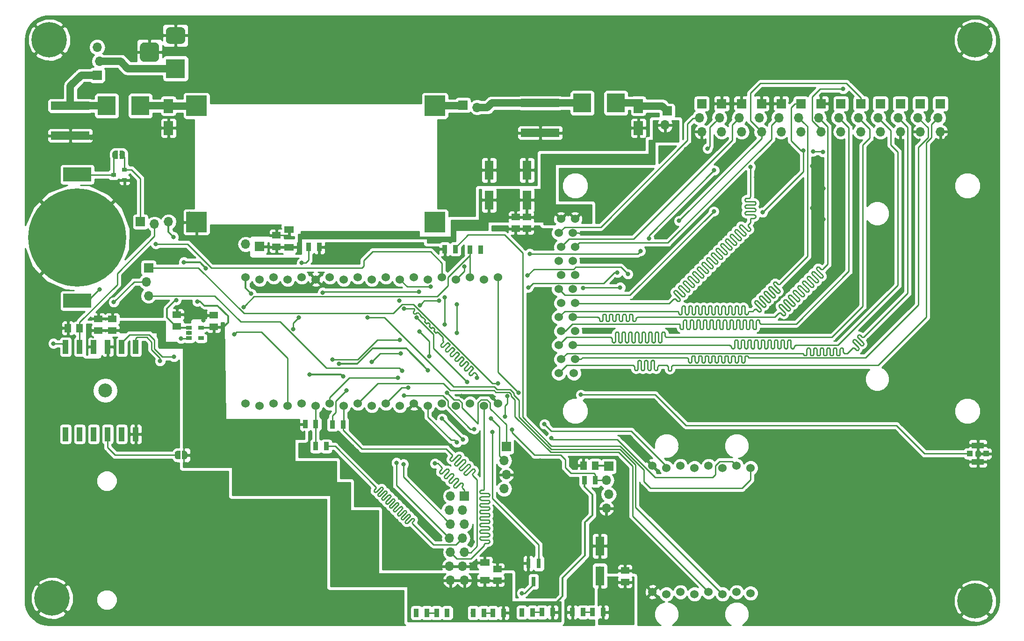
<source format=gtl>
G04 #@! TF.GenerationSoftware,KiCad,Pcbnew,5.0.0-rc2-dev-unknown-e0e0687~62~ubuntu16.04.1*
G04 #@! TF.CreationDate,2018-05-04T13:50:56+03:00*
G04 #@! TF.ProjectId,prototype,70726F746F747970652E6B696361645F,1*
G04 #@! TF.SameCoordinates,Original*
G04 #@! TF.FileFunction,Copper,L1,Top,Signal*
G04 #@! TF.FilePolarity,Positive*
%FSLAX46Y46*%
G04 Gerber Fmt 4.6, Leading zero omitted, Abs format (unit mm)*
G04 Created by KiCad (PCBNEW 5.0.0-rc2-dev-unknown-e0e0687~62~ubuntu16.04.1) date Fri May  4 13:50:56 2018*
%MOMM*%
%LPD*%
G01*
G04 APERTURE LIST*
%ADD10C,1.524000*%
%ADD11R,1.600000X3.500000*%
%ADD12R,1.500000X1.145000*%
%ADD13R,3.500000X3.500000*%
%ADD14C,0.100000*%
%ADD15C,3.000000*%
%ADD16C,3.500000*%
%ADD17C,1.000000*%
%ADD18R,0.500000X1.500000*%
%ADD19R,0.970000X1.500000*%
%ADD20R,0.800000X1.800000*%
%ADD21R,0.900000X0.800000*%
%ADD22R,1.700000X2.500000*%
%ADD23R,1.000000X1.000000*%
%ADD24R,2.200000X1.000000*%
%ADD25R,1.700000X1.700000*%
%ADD26O,1.700000X1.700000*%
%ADD27C,6.400000*%
%ADD28C,0.800000*%
%ADD29R,1.145000X1.500000*%
%ADD30R,1.800000X1.245000*%
%ADD31R,1.060000X0.650000*%
%ADD32R,3.250000X3.430000*%
%ADD33C,17.780000*%
%ADD34R,5.080000X2.540000*%
%ADD35R,3.683000X3.683000*%
%ADD36C,2.500000*%
%ADD37R,1.000000X2.500000*%
%ADD38R,7.000000X1.500000*%
%ADD39C,0.250000*%
%ADD40C,0.301498*%
%ADD41C,1.346200*%
%ADD42C,0.254000*%
G04 APERTURE END LIST*
D10*
X116840000Y-98856800D03*
X119380000Y-99263200D03*
X121920000Y-98856800D03*
X124460000Y-99263200D03*
X127000000Y-98856800D03*
X129540000Y-99263200D03*
X132080000Y-98856800D03*
X134620000Y-99263200D03*
X137160000Y-98856800D03*
X139700000Y-99263200D03*
X142240000Y-98856800D03*
X144780000Y-99263200D03*
X147320000Y-98856800D03*
X149860000Y-99263200D03*
X152400000Y-98856800D03*
X154940000Y-99263200D03*
X157480000Y-98856800D03*
X160020000Y-99263200D03*
X162560000Y-98856800D03*
X162560000Y-75996800D03*
X160020000Y-76403200D03*
X157480000Y-75996800D03*
X154940000Y-76403200D03*
X152400000Y-75996800D03*
X149860000Y-76403200D03*
X147320000Y-75996800D03*
X144780000Y-76403200D03*
X142240000Y-75996800D03*
X139700000Y-76403200D03*
X137160000Y-75996800D03*
X134620000Y-76403200D03*
X132080000Y-75996800D03*
X129540000Y-76403200D03*
X127000000Y-75996800D03*
X124460000Y-76403200D03*
X121920000Y-75996800D03*
X119380000Y-76403200D03*
X116840000Y-75996800D03*
D11*
X180975000Y-124681000D03*
X180975000Y-130081000D03*
X160909000Y-62009000D03*
X160909000Y-56609000D03*
D12*
X167767000Y-67209500D03*
X167767000Y-65124500D03*
X185547000Y-131217500D03*
X185547000Y-129132500D03*
D13*
X104140000Y-38227000D03*
D14*
G36*
X105213513Y-30730611D02*
X105286318Y-30741411D01*
X105357714Y-30759295D01*
X105427013Y-30784090D01*
X105493548Y-30815559D01*
X105556678Y-30853398D01*
X105615795Y-30897242D01*
X105670330Y-30946670D01*
X105719758Y-31001205D01*
X105763602Y-31060322D01*
X105801441Y-31123452D01*
X105832910Y-31189987D01*
X105857705Y-31259286D01*
X105875589Y-31330682D01*
X105886389Y-31403487D01*
X105890000Y-31477000D01*
X105890000Y-32977000D01*
X105886389Y-33050513D01*
X105875589Y-33123318D01*
X105857705Y-33194714D01*
X105832910Y-33264013D01*
X105801441Y-33330548D01*
X105763602Y-33393678D01*
X105719758Y-33452795D01*
X105670330Y-33507330D01*
X105615795Y-33556758D01*
X105556678Y-33600602D01*
X105493548Y-33638441D01*
X105427013Y-33669910D01*
X105357714Y-33694705D01*
X105286318Y-33712589D01*
X105213513Y-33723389D01*
X105140000Y-33727000D01*
X103140000Y-33727000D01*
X103066487Y-33723389D01*
X102993682Y-33712589D01*
X102922286Y-33694705D01*
X102852987Y-33669910D01*
X102786452Y-33638441D01*
X102723322Y-33600602D01*
X102664205Y-33556758D01*
X102609670Y-33507330D01*
X102560242Y-33452795D01*
X102516398Y-33393678D01*
X102478559Y-33330548D01*
X102447090Y-33264013D01*
X102422295Y-33194714D01*
X102404411Y-33123318D01*
X102393611Y-33050513D01*
X102390000Y-32977000D01*
X102390000Y-31477000D01*
X102393611Y-31403487D01*
X102404411Y-31330682D01*
X102422295Y-31259286D01*
X102447090Y-31189987D01*
X102478559Y-31123452D01*
X102516398Y-31060322D01*
X102560242Y-31001205D01*
X102609670Y-30946670D01*
X102664205Y-30897242D01*
X102723322Y-30853398D01*
X102786452Y-30815559D01*
X102852987Y-30784090D01*
X102922286Y-30759295D01*
X102993682Y-30741411D01*
X103066487Y-30730611D01*
X103140000Y-30727000D01*
X105140000Y-30727000D01*
X105213513Y-30730611D01*
X105213513Y-30730611D01*
G37*
D15*
X104140000Y-32227000D03*
D14*
G36*
X100400765Y-33481213D02*
X100485704Y-33493813D01*
X100568999Y-33514677D01*
X100649848Y-33543605D01*
X100727472Y-33580319D01*
X100801124Y-33624464D01*
X100870094Y-33675616D01*
X100933718Y-33733282D01*
X100991384Y-33796906D01*
X101042536Y-33865876D01*
X101086681Y-33939528D01*
X101123395Y-34017152D01*
X101152323Y-34098001D01*
X101173187Y-34181296D01*
X101185787Y-34266235D01*
X101190000Y-34352000D01*
X101190000Y-36102000D01*
X101185787Y-36187765D01*
X101173187Y-36272704D01*
X101152323Y-36355999D01*
X101123395Y-36436848D01*
X101086681Y-36514472D01*
X101042536Y-36588124D01*
X100991384Y-36657094D01*
X100933718Y-36720718D01*
X100870094Y-36778384D01*
X100801124Y-36829536D01*
X100727472Y-36873681D01*
X100649848Y-36910395D01*
X100568999Y-36939323D01*
X100485704Y-36960187D01*
X100400765Y-36972787D01*
X100315000Y-36977000D01*
X98565000Y-36977000D01*
X98479235Y-36972787D01*
X98394296Y-36960187D01*
X98311001Y-36939323D01*
X98230152Y-36910395D01*
X98152528Y-36873681D01*
X98078876Y-36829536D01*
X98009906Y-36778384D01*
X97946282Y-36720718D01*
X97888616Y-36657094D01*
X97837464Y-36588124D01*
X97793319Y-36514472D01*
X97756605Y-36436848D01*
X97727677Y-36355999D01*
X97706813Y-36272704D01*
X97694213Y-36187765D01*
X97690000Y-36102000D01*
X97690000Y-34352000D01*
X97694213Y-34266235D01*
X97706813Y-34181296D01*
X97727677Y-34098001D01*
X97756605Y-34017152D01*
X97793319Y-33939528D01*
X97837464Y-33865876D01*
X97888616Y-33796906D01*
X97946282Y-33733282D01*
X98009906Y-33675616D01*
X98078876Y-33624464D01*
X98152528Y-33580319D01*
X98230152Y-33543605D01*
X98311001Y-33514677D01*
X98394296Y-33493813D01*
X98479235Y-33481213D01*
X98565000Y-33477000D01*
X100315000Y-33477000D01*
X100400765Y-33481213D01*
X100400765Y-33481213D01*
G37*
D16*
X99440000Y-35227000D03*
D14*
G36*
X94552010Y-53100408D02*
X94600546Y-53107607D01*
X94648143Y-53119530D01*
X94694343Y-53136060D01*
X94738699Y-53157039D01*
X94780786Y-53182265D01*
X94820198Y-53211495D01*
X94856554Y-53244447D01*
X94889506Y-53280803D01*
X94918736Y-53320215D01*
X94943962Y-53362302D01*
X94964941Y-53406658D01*
X94981471Y-53452858D01*
X94993394Y-53500455D01*
X95000593Y-53548991D01*
X95003001Y-53598000D01*
X95003001Y-54098000D01*
X95000593Y-54147009D01*
X94993394Y-54195545D01*
X94981471Y-54243142D01*
X94964941Y-54289342D01*
X94943962Y-54333698D01*
X94918736Y-54375785D01*
X94889506Y-54415197D01*
X94856554Y-54451553D01*
X94820198Y-54484505D01*
X94780786Y-54513735D01*
X94738699Y-54538961D01*
X94694343Y-54559940D01*
X94648143Y-54576470D01*
X94600546Y-54588393D01*
X94552010Y-54595592D01*
X94503001Y-54598000D01*
X94502999Y-54598000D01*
X94453990Y-54595592D01*
X94405454Y-54588393D01*
X94357857Y-54576470D01*
X94311657Y-54559940D01*
X94267301Y-54538961D01*
X94225214Y-54513735D01*
X94185802Y-54484505D01*
X94149446Y-54451553D01*
X94116494Y-54415197D01*
X94087264Y-54375785D01*
X94062038Y-54333698D01*
X94041059Y-54289342D01*
X94024529Y-54243142D01*
X94012606Y-54195545D01*
X94005407Y-54147009D01*
X94002999Y-54098000D01*
X94002999Y-53598000D01*
X94005407Y-53548991D01*
X94012606Y-53500455D01*
X94024529Y-53452858D01*
X94041059Y-53406658D01*
X94062038Y-53362302D01*
X94087264Y-53320215D01*
X94116494Y-53280803D01*
X94149446Y-53244447D01*
X94185802Y-53211495D01*
X94225214Y-53182265D01*
X94267301Y-53157039D01*
X94311657Y-53136060D01*
X94357857Y-53119530D01*
X94405454Y-53107607D01*
X94453990Y-53100408D01*
X94502999Y-53098000D01*
X94503001Y-53098000D01*
X94552010Y-53100408D01*
X94552010Y-53100408D01*
G37*
D17*
X94503000Y-53848000D03*
D14*
G36*
X93252010Y-53100408D02*
X93300546Y-53107607D01*
X93348143Y-53119530D01*
X93394343Y-53136060D01*
X93438699Y-53157039D01*
X93480786Y-53182265D01*
X93520198Y-53211495D01*
X93556554Y-53244447D01*
X93589506Y-53280803D01*
X93618736Y-53320215D01*
X93643962Y-53362302D01*
X93664941Y-53406658D01*
X93681471Y-53452858D01*
X93693394Y-53500455D01*
X93700593Y-53548991D01*
X93703001Y-53598000D01*
X93703001Y-54098000D01*
X93700593Y-54147009D01*
X93693394Y-54195545D01*
X93681471Y-54243142D01*
X93664941Y-54289342D01*
X93643962Y-54333698D01*
X93618736Y-54375785D01*
X93589506Y-54415197D01*
X93556554Y-54451553D01*
X93520198Y-54484505D01*
X93480786Y-54513735D01*
X93438699Y-54538961D01*
X93394343Y-54559940D01*
X93348143Y-54576470D01*
X93300546Y-54588393D01*
X93252010Y-54595592D01*
X93203001Y-54598000D01*
X93202999Y-54598000D01*
X93153990Y-54595592D01*
X93105454Y-54588393D01*
X93057857Y-54576470D01*
X93011657Y-54559940D01*
X92967301Y-54538961D01*
X92925214Y-54513735D01*
X92885802Y-54484505D01*
X92849446Y-54451553D01*
X92816494Y-54415197D01*
X92787264Y-54375785D01*
X92762038Y-54333698D01*
X92741059Y-54289342D01*
X92724529Y-54243142D01*
X92712606Y-54195545D01*
X92705407Y-54147009D01*
X92702999Y-54098000D01*
X92702999Y-53598000D01*
X92705407Y-53548991D01*
X92712606Y-53500455D01*
X92724529Y-53452858D01*
X92741059Y-53406658D01*
X92762038Y-53362302D01*
X92787264Y-53320215D01*
X92816494Y-53280803D01*
X92849446Y-53244447D01*
X92885802Y-53211495D01*
X92925214Y-53182265D01*
X92967301Y-53157039D01*
X93011657Y-53136060D01*
X93057857Y-53119530D01*
X93105454Y-53107607D01*
X93153990Y-53100408D01*
X93202999Y-53098000D01*
X93203001Y-53098000D01*
X93252010Y-53100408D01*
X93252010Y-53100408D01*
G37*
D17*
X93203000Y-53848000D03*
D18*
X93453000Y-53848000D03*
X94253000Y-53848000D03*
D19*
X172405000Y-136665500D03*
X170495000Y-136665500D03*
X179639000Y-136665500D03*
X181549000Y-136665500D03*
X163515000Y-136792500D03*
X161605000Y-136792500D03*
X151418001Y-136792500D03*
X153328001Y-136792500D03*
D20*
X169923500Y-127826500D03*
X168023500Y-127826500D03*
X168973500Y-131126500D03*
D21*
X94916500Y-58417500D03*
X94916500Y-56517500D03*
X92916500Y-57467500D03*
D22*
X187960000Y-44990000D03*
X187960000Y-48990000D03*
X102870000Y-48990000D03*
X102870000Y-44990000D03*
D23*
X250928000Y-107950000D03*
X247928000Y-107950000D03*
D24*
X249428000Y-109450000D03*
X249428000Y-106450000D03*
D25*
X193179700Y-45910500D03*
D26*
X192773300Y-48450500D03*
X158750000Y-45237400D03*
D25*
X156210000Y-44831000D03*
D26*
X242646200Y-49657000D03*
X242239800Y-47117000D03*
D25*
X242646200Y-44577000D03*
D26*
X182168800Y-117856000D03*
X182575200Y-115316000D03*
X182168800Y-112776000D03*
D25*
X182575200Y-110236000D03*
D10*
X173939200Y-65466000D03*
X176479200Y-65466000D03*
X173532800Y-68006000D03*
X176072800Y-68006000D03*
X173939200Y-70546000D03*
X176479200Y-70546000D03*
X173532800Y-73086000D03*
X176072800Y-73086000D03*
X173939200Y-75626000D03*
X176479200Y-75626000D03*
X173532800Y-78166000D03*
X176072800Y-78166000D03*
X173939200Y-80706000D03*
X176479200Y-80706000D03*
X173532800Y-83246000D03*
X176072800Y-83246000D03*
X173939200Y-85786000D03*
X176479200Y-85786000D03*
X173532800Y-88326000D03*
X176072800Y-88326000D03*
X173939200Y-90866000D03*
X176479200Y-90866000D03*
X173532800Y-93406000D03*
X176276000Y-93406000D03*
D25*
X156477200Y-115646000D03*
D26*
X153937200Y-115646000D03*
X156070800Y-118186000D03*
X153713680Y-118186000D03*
X156477200Y-120726000D03*
X153937200Y-120726000D03*
X156070800Y-123266000D03*
X153713680Y-123266000D03*
X156477200Y-125806000D03*
X153937200Y-125806000D03*
X156070800Y-128346000D03*
X153713680Y-128346000D03*
X156477200Y-130886000D03*
X153937200Y-130886000D03*
D27*
X81788000Y-134112000D03*
D28*
X84188000Y-134112000D03*
X83485056Y-135809056D03*
X81788000Y-136512000D03*
X80090944Y-135809056D03*
X79388000Y-134112000D03*
X80090944Y-132414944D03*
X81788000Y-131712000D03*
X83485056Y-132414944D03*
D11*
X167767000Y-56609000D03*
X167767000Y-62009000D03*
D29*
X84682500Y-85217000D03*
X86767500Y-85217000D03*
D12*
X104394000Y-82777500D03*
X104394000Y-84862500D03*
D29*
X180112500Y-110109000D03*
X178027500Y-110109000D03*
D12*
X111061500Y-82904500D03*
X111061500Y-84989500D03*
X122428000Y-70511500D03*
X122428000Y-68426500D03*
X165735000Y-67209500D03*
X165735000Y-65124500D03*
X162433000Y-128878500D03*
X162433000Y-130963500D03*
X90170000Y-83539500D03*
X90170000Y-85624500D03*
X92710000Y-85624500D03*
X92710000Y-83539500D03*
D30*
X160147000Y-127693500D03*
X160147000Y-130878500D03*
X124714000Y-70553500D03*
X124714000Y-67368500D03*
D18*
X104756000Y-108204000D03*
X105556000Y-108204000D03*
D14*
G36*
X105855010Y-107456408D02*
X105903546Y-107463607D01*
X105951143Y-107475530D01*
X105997343Y-107492060D01*
X106041699Y-107513039D01*
X106083786Y-107538265D01*
X106123198Y-107567495D01*
X106159554Y-107600447D01*
X106192506Y-107636803D01*
X106221736Y-107676215D01*
X106246962Y-107718302D01*
X106267941Y-107762658D01*
X106284471Y-107808858D01*
X106296394Y-107856455D01*
X106303593Y-107904991D01*
X106306001Y-107954000D01*
X106306001Y-108454000D01*
X106303593Y-108503009D01*
X106296394Y-108551545D01*
X106284471Y-108599142D01*
X106267941Y-108645342D01*
X106246962Y-108689698D01*
X106221736Y-108731785D01*
X106192506Y-108771197D01*
X106159554Y-108807553D01*
X106123198Y-108840505D01*
X106083786Y-108869735D01*
X106041699Y-108894961D01*
X105997343Y-108915940D01*
X105951143Y-108932470D01*
X105903546Y-108944393D01*
X105855010Y-108951592D01*
X105806001Y-108954000D01*
X105805999Y-108954000D01*
X105756990Y-108951592D01*
X105708454Y-108944393D01*
X105660857Y-108932470D01*
X105614657Y-108915940D01*
X105570301Y-108894961D01*
X105528214Y-108869735D01*
X105488802Y-108840505D01*
X105452446Y-108807553D01*
X105419494Y-108771197D01*
X105390264Y-108731785D01*
X105365038Y-108689698D01*
X105344059Y-108645342D01*
X105327529Y-108599142D01*
X105315606Y-108551545D01*
X105308407Y-108503009D01*
X105305999Y-108454000D01*
X105305999Y-107954000D01*
X105308407Y-107904991D01*
X105315606Y-107856455D01*
X105327529Y-107808858D01*
X105344059Y-107762658D01*
X105365038Y-107718302D01*
X105390264Y-107676215D01*
X105419494Y-107636803D01*
X105452446Y-107600447D01*
X105488802Y-107567495D01*
X105528214Y-107538265D01*
X105570301Y-107513039D01*
X105614657Y-107492060D01*
X105660857Y-107475530D01*
X105708454Y-107463607D01*
X105756990Y-107456408D01*
X105805999Y-107454000D01*
X105806001Y-107454000D01*
X105855010Y-107456408D01*
X105855010Y-107456408D01*
G37*
D17*
X105806000Y-108204000D03*
D14*
G36*
X104555010Y-107456408D02*
X104603546Y-107463607D01*
X104651143Y-107475530D01*
X104697343Y-107492060D01*
X104741699Y-107513039D01*
X104783786Y-107538265D01*
X104823198Y-107567495D01*
X104859554Y-107600447D01*
X104892506Y-107636803D01*
X104921736Y-107676215D01*
X104946962Y-107718302D01*
X104967941Y-107762658D01*
X104984471Y-107808858D01*
X104996394Y-107856455D01*
X105003593Y-107904991D01*
X105006001Y-107954000D01*
X105006001Y-108454000D01*
X105003593Y-108503009D01*
X104996394Y-108551545D01*
X104984471Y-108599142D01*
X104967941Y-108645342D01*
X104946962Y-108689698D01*
X104921736Y-108731785D01*
X104892506Y-108771197D01*
X104859554Y-108807553D01*
X104823198Y-108840505D01*
X104783786Y-108869735D01*
X104741699Y-108894961D01*
X104697343Y-108915940D01*
X104651143Y-108932470D01*
X104603546Y-108944393D01*
X104555010Y-108951592D01*
X104506001Y-108954000D01*
X104505999Y-108954000D01*
X104456990Y-108951592D01*
X104408454Y-108944393D01*
X104360857Y-108932470D01*
X104314657Y-108915940D01*
X104270301Y-108894961D01*
X104228214Y-108869735D01*
X104188802Y-108840505D01*
X104152446Y-108807553D01*
X104119494Y-108771197D01*
X104090264Y-108731785D01*
X104065038Y-108689698D01*
X104044059Y-108645342D01*
X104027529Y-108599142D01*
X104015606Y-108551545D01*
X104008407Y-108503009D01*
X104005999Y-108454000D01*
X104005999Y-107954000D01*
X104008407Y-107904991D01*
X104015606Y-107856455D01*
X104027529Y-107808858D01*
X104044059Y-107762658D01*
X104065038Y-107718302D01*
X104090264Y-107676215D01*
X104119494Y-107636803D01*
X104152446Y-107600447D01*
X104188802Y-107567495D01*
X104228214Y-107538265D01*
X104270301Y-107513039D01*
X104314657Y-107492060D01*
X104360857Y-107475530D01*
X104408454Y-107463607D01*
X104456990Y-107456408D01*
X104505999Y-107454000D01*
X104506001Y-107454000D01*
X104555010Y-107456408D01*
X104555010Y-107456408D01*
G37*
D17*
X104506000Y-108204000D03*
D28*
X250617056Y-31322944D03*
X248920000Y-30620000D03*
X247222944Y-31322944D03*
X246520000Y-33020000D03*
X247222944Y-34717056D03*
X248920000Y-35420000D03*
X250617056Y-34717056D03*
X251320000Y-33020000D03*
D27*
X248920000Y-33020000D03*
X81280000Y-33020000D03*
D28*
X83680000Y-33020000D03*
X82977056Y-34717056D03*
X81280000Y-35420000D03*
X79582944Y-34717056D03*
X78880000Y-33020000D03*
X79582944Y-31322944D03*
X81280000Y-30620000D03*
X82977056Y-31322944D03*
X250617056Y-132922944D03*
X248920000Y-132220000D03*
X247222944Y-132922944D03*
X246520000Y-134620000D03*
X247222944Y-136317056D03*
X248920000Y-137020000D03*
X250617056Y-136317056D03*
X251320000Y-134620000D03*
D27*
X248920000Y-134620000D03*
D31*
X106596000Y-85156000D03*
X106596000Y-86106000D03*
X106596000Y-87056000D03*
X108796000Y-87056000D03*
X108796000Y-85156000D03*
D19*
X158049000Y-136779000D03*
X159959000Y-136779000D03*
X149672000Y-136779000D03*
X147762000Y-136779000D03*
X176017000Y-136652000D03*
X177927000Y-136652000D03*
X131447500Y-106616500D03*
X129537500Y-106616500D03*
X132585500Y-102679500D03*
X134495500Y-102679500D03*
X168785500Y-136715500D03*
X166875500Y-136715500D03*
X178242000Y-112776000D03*
X180152000Y-112776000D03*
X152905500Y-70929500D03*
X154815500Y-70929500D03*
X159387500Y-70993000D03*
X157477500Y-70993000D03*
X130177500Y-70548500D03*
X128267500Y-70548500D03*
X127632500Y-102616000D03*
X129542500Y-102616000D03*
D32*
X183900000Y-44450000D03*
X177800000Y-44450000D03*
X91694000Y-44958000D03*
X97794000Y-44958000D03*
D33*
X86360000Y-68834000D03*
D34*
X86360000Y-57404000D03*
X86360000Y-80264000D03*
D35*
X107950000Y-66040000D03*
X107950000Y-44958000D03*
X151130000Y-44958000D03*
X151130000Y-66040000D03*
D10*
X208280000Y-110540800D03*
X205740000Y-110134400D03*
X203200000Y-110540800D03*
X200660000Y-110134400D03*
X198120000Y-110540800D03*
X195580000Y-110134400D03*
X193040000Y-110540800D03*
X190500000Y-110134400D03*
X208280000Y-133217920D03*
X205740000Y-132994400D03*
X203200000Y-133400800D03*
X200660000Y-132994400D03*
X198120000Y-133400800D03*
X195580000Y-132994400D03*
X193040000Y-133400800D03*
X190500000Y-132994400D03*
D25*
X119380000Y-70434200D03*
D26*
X116840000Y-70027800D03*
X206641700Y-49657000D03*
X206235300Y-47117000D03*
D25*
X206641700Y-44577000D03*
X235394500Y-44577000D03*
D26*
X234988100Y-47117000D03*
X235394500Y-49657000D03*
X199428100Y-49657000D03*
X199021700Y-47117000D03*
D25*
X199428100Y-44577000D03*
X203034900Y-44577000D03*
D26*
X202628500Y-47117000D03*
X203034900Y-49657000D03*
X221018100Y-49657000D03*
X220611700Y-47117000D03*
D25*
X221018100Y-44577000D03*
X231787700Y-44577000D03*
D26*
X231381300Y-47117000D03*
X231787700Y-49657000D03*
X99263200Y-79375000D03*
X98856800Y-76835000D03*
D25*
X99263200Y-74295000D03*
X210248500Y-44577000D03*
D26*
X209842100Y-47117000D03*
X210248500Y-49657000D03*
X224624900Y-49657000D03*
X224218500Y-47117000D03*
D25*
X224624900Y-44577000D03*
X89966800Y-39433500D03*
D26*
X90373200Y-36893500D03*
X89966800Y-34353500D03*
X213804500Y-49657000D03*
X213398100Y-47117000D03*
D25*
X213804500Y-44577000D03*
X217411300Y-44577000D03*
D26*
X217004900Y-47117000D03*
X217411300Y-49657000D03*
X239001300Y-49657000D03*
X238594900Y-47117000D03*
D25*
X239001300Y-44577000D03*
X228231700Y-44577000D03*
D26*
X227825300Y-47117000D03*
X228231700Y-49657000D03*
X102870000Y-65963800D03*
X100330000Y-66370200D03*
D25*
X97790000Y-65963800D03*
X164033200Y-106680000D03*
D26*
X163626800Y-109220000D03*
X164033200Y-111760000D03*
X163626800Y-114300000D03*
D36*
X91440000Y-96520000D03*
D37*
X96940000Y-104420000D03*
X94400000Y-104420000D03*
X91860000Y-104420000D03*
X89320000Y-104420000D03*
X86780000Y-104420000D03*
X84240000Y-104420000D03*
X84240000Y-88620000D03*
X86780000Y-88620000D03*
X89320000Y-88620000D03*
X91860000Y-88620000D03*
X94400000Y-88620000D03*
X96940000Y-88620000D03*
D38*
X170180000Y-49850000D03*
X170180000Y-44450000D03*
X85090000Y-44958000D03*
X85090000Y-50358000D03*
D28*
X163830000Y-101219000D03*
X149860000Y-114300000D03*
X147320000Y-111760000D03*
X148590000Y-113030000D03*
X149860000Y-121920000D03*
X151130000Y-123190000D03*
X148590000Y-120650000D03*
X142240000Y-113030000D03*
X138430000Y-109220000D03*
X140970000Y-110490000D03*
X146050000Y-121920000D03*
X143510000Y-120650000D03*
X143510000Y-123190000D03*
X148971000Y-124079000D03*
X147066000Y-127889000D03*
X150749000Y-127635000D03*
X145796000Y-125349000D03*
X136271000Y-111506000D03*
X140081000Y-116840000D03*
X138430000Y-114300000D03*
X128270000Y-107950000D03*
X127000000Y-107950000D03*
X127000000Y-106680000D03*
X134620000Y-109728000D03*
X157988000Y-123952000D03*
X136144000Y-106680000D03*
X133604000Y-105156000D03*
X131064000Y-104648000D03*
X134620000Y-106680000D03*
X186690000Y-121920000D03*
X186690000Y-124460000D03*
X186690000Y-127000000D03*
X191770000Y-127000000D03*
X195580000Y-130810000D03*
X193040000Y-129540000D03*
X184150000Y-113030000D03*
X184150000Y-116840000D03*
X180340000Y-120650000D03*
X184150000Y-120650000D03*
X184150000Y-127000000D03*
X189230000Y-127000000D03*
X189230000Y-124460000D03*
X184150000Y-124460000D03*
X154940000Y-57150000D03*
X178242000Y-112776000D03*
X125417153Y-85402847D03*
X126492000Y-83275000D03*
X145542000Y-81661000D03*
X158750000Y-94234000D03*
X164211000Y-97536000D03*
X144653000Y-80227000D03*
X146050000Y-41910000D03*
X154940000Y-41910000D03*
X111760000Y-39370000D03*
X116840000Y-39370000D03*
X121920000Y-39370000D03*
X127000000Y-39370000D03*
X132080000Y-39370000D03*
X137160000Y-39370000D03*
X148590000Y-105410000D03*
X148590000Y-101600000D03*
X149860000Y-104140000D03*
X147320000Y-104140000D03*
X166370000Y-110490000D03*
X170180000Y-109220000D03*
X166370000Y-107950000D03*
X167640000Y-109220000D03*
X216285660Y-62361660D03*
X210688340Y-65908340D03*
X147701000Y-136779000D03*
X135890000Y-71120000D03*
X133350000Y-71120000D03*
X137160000Y-72390000D03*
X135890000Y-72390000D03*
X134620000Y-72390000D03*
X133350000Y-72390000D03*
X132080000Y-72390000D03*
X130810000Y-72390000D03*
X129540000Y-72390000D03*
X137160000Y-71120000D03*
X134620000Y-71120000D03*
X132080000Y-71120000D03*
X132588000Y-90932000D03*
X135128000Y-96520000D03*
X132588000Y-102743000D03*
X144780000Y-87376000D03*
X159387500Y-70993000D03*
X148382356Y-81061625D03*
X149860000Y-92837000D03*
X133726347Y-91698653D03*
X134493000Y-93980000D03*
X128397000Y-93599000D03*
X117851347Y-78989347D03*
X186055000Y-75437998D03*
X150368000Y-77724000D03*
X154815500Y-70929500D03*
X156464000Y-74041000D03*
X127000000Y-73406000D03*
X170180000Y-114300000D03*
X167640000Y-114300000D03*
X167640000Y-119380000D03*
X170180000Y-119380000D03*
X170180000Y-116840000D03*
X170180000Y-111760000D03*
X170180000Y-121920000D03*
X167640000Y-116840000D03*
X167640000Y-111760000D03*
X155956000Y-97536000D03*
X106553000Y-86106000D03*
X95250000Y-82550000D03*
X108204000Y-67056000D03*
X106680000Y-67056000D03*
X106680000Y-64516000D03*
X152400000Y-65532000D03*
X152908000Y-71120000D03*
X150876000Y-67056000D03*
X152400000Y-67056000D03*
X83820000Y-68580000D03*
X88900000Y-68580000D03*
X93980000Y-68580000D03*
X88900000Y-73660000D03*
X83820000Y-73660000D03*
X78740000Y-68580000D03*
X88900000Y-63500000D03*
X83820000Y-63500000D03*
X170180000Y-68580000D03*
X193040000Y-53340000D03*
X185420000Y-58420000D03*
X180340000Y-58420000D03*
X154940000Y-60960000D03*
X185420000Y-50800000D03*
X177800000Y-48260000D03*
X162560000Y-48260000D03*
X154940000Y-48260000D03*
X162560000Y-53340000D03*
X154940000Y-53340000D03*
X195580000Y-30480000D03*
X200660000Y-30480000D03*
X205740000Y-30480000D03*
X210820000Y-30480000D03*
X215900000Y-30480000D03*
X223520000Y-30480000D03*
X231140000Y-30480000D03*
X236220000Y-30480000D03*
X241300000Y-30480000D03*
X241300000Y-35560000D03*
X236220000Y-35560000D03*
X231140000Y-35560000D03*
X223520000Y-35560000D03*
X215900000Y-35560000D03*
X190500000Y-30480000D03*
X182880000Y-30480000D03*
X182880000Y-35560000D03*
X182880000Y-40640000D03*
X177800000Y-35560000D03*
X177800000Y-40640000D03*
X177800000Y-30480000D03*
X172720000Y-30480000D03*
X172720000Y-35560000D03*
X172720000Y-40640000D03*
X167640000Y-40640000D03*
X167640000Y-35560000D03*
X167640000Y-30480000D03*
X162560000Y-30480000D03*
X162560000Y-35560000D03*
X162560000Y-40640000D03*
X157480000Y-35560000D03*
X157480000Y-30480000D03*
X152400000Y-30480000D03*
X152400000Y-35560000D03*
X147320000Y-35560000D03*
X147320000Y-30480000D03*
X142240000Y-30480000D03*
X142240000Y-35560000D03*
X137160000Y-35560000D03*
X137160000Y-30480000D03*
X132080000Y-30480000D03*
X132080000Y-35560000D03*
X127000000Y-35560000D03*
X127000000Y-30480000D03*
X121920000Y-30480000D03*
X121920000Y-35560000D03*
X116840000Y-35560000D03*
X116840000Y-30480000D03*
X111760000Y-30480000D03*
X111760000Y-35560000D03*
X93980000Y-40640000D03*
X81280000Y-40640000D03*
X81280000Y-48260000D03*
X81280000Y-55880000D03*
X89916000Y-55372000D03*
X88900000Y-50800000D03*
X93980000Y-50800000D03*
X99060000Y-50800000D03*
X99060000Y-55880000D03*
X104140000Y-55880000D03*
X104140000Y-60960000D03*
X99060000Y-60960000D03*
X104140000Y-104140000D03*
X99060000Y-104140000D03*
X88900000Y-99060000D03*
X93980000Y-99060000D03*
X99060000Y-99060000D03*
X104140000Y-99060000D03*
X104140000Y-93980000D03*
X99060000Y-93980000D03*
X93980000Y-93980000D03*
X88900000Y-93980000D03*
X83820000Y-93980000D03*
X83820000Y-99060000D03*
X78740000Y-78740000D03*
X78740000Y-83820000D03*
X78740000Y-88900000D03*
X78740000Y-93980000D03*
X78740000Y-99060000D03*
X78740000Y-104140000D03*
X78740000Y-109220000D03*
X109220000Y-114300000D03*
X104140000Y-114300000D03*
X99060000Y-114300000D03*
X93980000Y-114300000D03*
X88900000Y-114300000D03*
X83820000Y-114300000D03*
X78740000Y-114300000D03*
X144780000Y-134620000D03*
X139700000Y-134620000D03*
X134620000Y-134620000D03*
X129540000Y-134620000D03*
X124460000Y-134620000D03*
X119380000Y-134620000D03*
X114300000Y-134620000D03*
X109220000Y-134620000D03*
X104140000Y-134620000D03*
X99060000Y-134620000D03*
X93980000Y-134620000D03*
X129540000Y-129540000D03*
X124460000Y-129540000D03*
X119380000Y-129540000D03*
X114300000Y-129540000D03*
X109220000Y-129540000D03*
X104140000Y-129540000D03*
X99060000Y-129540000D03*
X93980000Y-129540000D03*
X88900000Y-129540000D03*
X78740000Y-129540000D03*
X83820000Y-129540000D03*
X129540000Y-124460000D03*
X124460000Y-124460000D03*
X119380000Y-124460000D03*
X114300000Y-124460000D03*
X109220000Y-124460000D03*
X104140000Y-124460000D03*
X99060000Y-124460000D03*
X93980000Y-124460000D03*
X88900000Y-124460000D03*
X83820000Y-124460000D03*
X78740000Y-124460000D03*
X129540000Y-119380000D03*
X124460000Y-119380000D03*
X119380000Y-119380000D03*
X114300000Y-119380000D03*
X109220000Y-119380000D03*
X104140000Y-119380000D03*
X99060000Y-119380000D03*
X93980000Y-119380000D03*
X88900000Y-119380000D03*
X83820000Y-119380000D03*
X78740000Y-119380000D03*
X157988000Y-136779000D03*
X155067000Y-105918000D03*
X109220000Y-83820000D03*
X105410000Y-81280000D03*
X100330000Y-81280000D03*
X97790000Y-81280000D03*
X95250000Y-81280000D03*
X100330000Y-82550000D03*
X97790000Y-82550000D03*
X246380000Y-121920000D03*
X238760000Y-119380000D03*
X226060000Y-119380000D03*
X213360000Y-119380000D03*
X215900000Y-116840000D03*
X215900000Y-114300000D03*
X215900000Y-111760000D03*
X218440000Y-111760000D03*
X213360000Y-111760000D03*
X218440000Y-114300000D03*
X220980000Y-116840000D03*
X220980000Y-111760000D03*
X223520000Y-111760000D03*
X228600000Y-111760000D03*
X231140000Y-111760000D03*
X236220000Y-111760000D03*
X241300000Y-111760000D03*
X248920000Y-114300000D03*
X243840000Y-114300000D03*
X241300000Y-114300000D03*
X236220000Y-114300000D03*
X220980000Y-114300000D03*
X231140000Y-114300000D03*
X246380000Y-111760000D03*
X231140000Y-109220000D03*
X220980000Y-109220000D03*
X241300000Y-132080000D03*
X236220000Y-132080000D03*
X210820000Y-132080000D03*
X218440000Y-132080000D03*
X223520000Y-132080000D03*
X231140000Y-132080000D03*
X248920000Y-124460000D03*
X241300000Y-124460000D03*
X236220000Y-124460000D03*
X228600000Y-124460000D03*
X231140000Y-124460000D03*
X223520000Y-124460000D03*
X218440000Y-124460000D03*
X210820000Y-124460000D03*
X203200000Y-124460000D03*
X248920000Y-116840000D03*
X243840000Y-116840000D03*
X241300000Y-116840000D03*
X236220000Y-116840000D03*
X231140000Y-116840000D03*
X228600000Y-116840000D03*
X223520000Y-116840000D03*
X218440000Y-116840000D03*
X213360000Y-116840000D03*
X208280000Y-116840000D03*
X203200000Y-116840000D03*
X195580000Y-116840000D03*
X198120000Y-116840000D03*
X203200000Y-119380000D03*
X210820000Y-119380000D03*
X213360000Y-114300000D03*
X213360000Y-109220000D03*
X200660000Y-106680000D03*
X195580000Y-106680000D03*
X195580000Y-104140000D03*
X200660000Y-104140000D03*
X203200000Y-106680000D03*
X198120000Y-106680000D03*
X184150000Y-99060000D03*
X190500000Y-99060000D03*
X190500000Y-104140000D03*
X185420000Y-101600000D03*
X187960000Y-100330000D03*
X228600000Y-93980000D03*
X226060000Y-93980000D03*
X223520000Y-93980000D03*
X220980000Y-93980000D03*
X218440000Y-93980000D03*
X215900000Y-93980000D03*
X213360000Y-93980000D03*
X210820000Y-93980000D03*
X208280000Y-93980000D03*
X205740000Y-93980000D03*
X203200000Y-93980000D03*
X200660000Y-93980000D03*
X198120000Y-93980000D03*
X195580000Y-93980000D03*
X193040000Y-93980000D03*
X190500000Y-93980000D03*
X187960000Y-93980000D03*
X185420000Y-93980000D03*
X193040000Y-38100000D03*
X195580000Y-38100000D03*
X190500000Y-38100000D03*
X190500000Y-35560000D03*
X195580000Y-35560000D03*
X193040000Y-35560000D03*
X190500000Y-33020000D03*
X193040000Y-33020000D03*
X195580000Y-33020000D03*
X198120000Y-33020000D03*
X203200000Y-33020000D03*
X203200000Y-35560000D03*
X198120000Y-35560000D03*
X200660000Y-35560000D03*
X205740000Y-35560000D03*
X200660000Y-38100000D03*
X198120000Y-38100000D03*
X203200000Y-38100000D03*
X205740000Y-38100000D03*
X208280000Y-38100000D03*
X210820000Y-38100000D03*
X210820000Y-35560000D03*
X215900000Y-38100000D03*
X213360000Y-38100000D03*
X218440000Y-38100000D03*
X223520000Y-38100000D03*
X220980000Y-38100000D03*
X226060000Y-38100000D03*
X238760000Y-38100000D03*
X231140000Y-38100000D03*
X246380000Y-38100000D03*
X251460000Y-38100000D03*
X248920000Y-38100000D03*
X243840000Y-38100000D03*
X241300000Y-38100000D03*
X236220000Y-38100000D03*
X233680000Y-38100000D03*
X228600000Y-38100000D03*
X231140000Y-40640000D03*
X228600000Y-40640000D03*
X233680000Y-40640000D03*
X236220000Y-40640000D03*
X238760000Y-40640000D03*
X241300000Y-40640000D03*
X243840000Y-40640000D03*
X246380000Y-40640000D03*
X248920000Y-40640000D03*
X251460000Y-40640000D03*
X251460000Y-43180000D03*
X248920000Y-43180000D03*
X246380000Y-43180000D03*
X246380000Y-45720000D03*
X248920000Y-45720000D03*
X251460000Y-45720000D03*
X251460000Y-48260000D03*
X248920000Y-48260000D03*
X248920000Y-50800000D03*
X246380000Y-48260000D03*
X243840000Y-50800000D03*
X246380000Y-50800000D03*
X251460000Y-50800000D03*
X251460000Y-53340000D03*
X248920000Y-53340000D03*
X246380000Y-53340000D03*
X243840000Y-53340000D03*
X241300000Y-53340000D03*
X246380000Y-55880000D03*
X243840000Y-58420000D03*
X241300000Y-58420000D03*
X241300000Y-55880000D03*
X243840000Y-55880000D03*
X248920000Y-55880000D03*
X251460000Y-55880000D03*
X251460000Y-58420000D03*
X251460000Y-60960000D03*
X243840000Y-60960000D03*
X241300000Y-60960000D03*
X246380000Y-63500000D03*
X251460000Y-63500000D03*
X248920000Y-63500000D03*
X243840000Y-63500000D03*
X241300000Y-63500000D03*
X241300000Y-66040000D03*
X243840000Y-66040000D03*
X246380000Y-66040000D03*
X251460000Y-66040000D03*
X248920000Y-68580000D03*
X251460000Y-68580000D03*
X248920000Y-66040000D03*
X246380000Y-68580000D03*
X243840000Y-68580000D03*
X241300000Y-68580000D03*
X246380000Y-71120000D03*
X241300000Y-71120000D03*
X243840000Y-71120000D03*
X248920000Y-71120000D03*
X251460000Y-71120000D03*
X251460000Y-73660000D03*
X248920000Y-73660000D03*
X246380000Y-73660000D03*
X243840000Y-73660000D03*
X241300000Y-73660000D03*
X243840000Y-76200000D03*
X246380000Y-76200000D03*
X248920000Y-76200000D03*
X251460000Y-76200000D03*
X251460000Y-78740000D03*
X248920000Y-78740000D03*
X246380000Y-78740000D03*
X241300000Y-78740000D03*
X241300000Y-76200000D03*
X243840000Y-78740000D03*
X246380000Y-81280000D03*
X241300000Y-81280000D03*
X243840000Y-81280000D03*
X248920000Y-81280000D03*
X251460000Y-81280000D03*
X251460000Y-83820000D03*
X248920000Y-83820000D03*
X246380000Y-83820000D03*
X241300000Y-83820000D03*
X243840000Y-83820000D03*
X246380000Y-86360000D03*
X238760000Y-86360000D03*
X241300000Y-86360000D03*
X243840000Y-86360000D03*
X248920000Y-86360000D03*
X251460000Y-86360000D03*
X251460000Y-88900000D03*
X248920000Y-88900000D03*
X246380000Y-88900000D03*
X243840000Y-88900000D03*
X241300000Y-88900000D03*
X238760000Y-88900000D03*
X251460000Y-91440000D03*
X248920000Y-91440000D03*
X246380000Y-91440000D03*
X241300000Y-91440000D03*
X243840000Y-91440000D03*
X238760000Y-91440000D03*
X236220000Y-91440000D03*
X251460000Y-93980000D03*
X246380000Y-93980000D03*
X248920000Y-93980000D03*
X243840000Y-93980000D03*
X241300000Y-93980000D03*
X238760000Y-93980000D03*
X236220000Y-93980000D03*
X233680000Y-93980000D03*
X251460000Y-106680000D03*
X246380000Y-106680000D03*
X243840000Y-106680000D03*
X241300000Y-106680000D03*
X251460000Y-104140000D03*
X246380000Y-104140000D03*
X248920000Y-104140000D03*
X243840000Y-104140000D03*
X241300000Y-104140000D03*
X238760000Y-104140000D03*
X251460000Y-101600000D03*
X243840000Y-101600000D03*
X241300000Y-101600000D03*
X238760000Y-101600000D03*
X236220000Y-101600000D03*
X233680000Y-101600000D03*
X231140000Y-101600000D03*
X228600000Y-101600000D03*
X226060000Y-101600000D03*
X223520000Y-101600000D03*
X220980000Y-101600000D03*
X218440000Y-101600000D03*
X215900000Y-101600000D03*
X213360000Y-99060000D03*
X213360000Y-101600000D03*
X210820000Y-101600000D03*
X208280000Y-101600000D03*
X203200000Y-101600000D03*
X205740000Y-101600000D03*
X200660000Y-101600000D03*
X198120000Y-101600000D03*
X251460000Y-99060000D03*
X243840000Y-99060000D03*
X241300000Y-99060000D03*
X238760000Y-99060000D03*
X236220000Y-99060000D03*
X233680000Y-99060000D03*
X231140000Y-99060000D03*
X228600000Y-99060000D03*
X226060000Y-99060000D03*
X223520000Y-99060000D03*
X220980000Y-99060000D03*
X218440000Y-99060000D03*
X215900000Y-99060000D03*
X210820000Y-99060000D03*
X208280000Y-99060000D03*
X205740000Y-99060000D03*
X203200000Y-99060000D03*
X200660000Y-99060000D03*
X198120000Y-99060000D03*
X195580000Y-99060000D03*
X251460000Y-96520000D03*
X246380000Y-96520000D03*
X248920000Y-96520000D03*
X243840000Y-96520000D03*
X241300000Y-96520000D03*
X238760000Y-96520000D03*
X236220000Y-96520000D03*
X233680000Y-96520000D03*
X228600000Y-96520000D03*
X226060000Y-96520000D03*
X223520000Y-96520000D03*
X220980000Y-96520000D03*
X218440000Y-96520000D03*
X215900000Y-96520000D03*
X213360000Y-96520000D03*
X210820000Y-96520000D03*
X208280000Y-96520000D03*
X205740000Y-96520000D03*
X203200000Y-96520000D03*
X200660000Y-96520000D03*
X198120000Y-96520000D03*
X195580000Y-96520000D03*
X178816000Y-85852000D03*
X194564000Y-85852000D03*
X221488000Y-65532000D03*
X219456000Y-55880000D03*
X221488000Y-59944000D03*
X219456000Y-63500000D03*
X214884000Y-77724000D03*
X212344000Y-81280000D03*
X216408000Y-76200000D03*
X220980000Y-72136000D03*
X219964000Y-68580000D03*
X224028000Y-52832000D03*
X225044000Y-57912000D03*
X223520000Y-62992000D03*
X225044000Y-70612000D03*
X216408000Y-82804000D03*
X219964000Y-79248000D03*
X224028000Y-73660000D03*
X224028000Y-68580000D03*
X230124000Y-72644000D03*
X233680000Y-75692000D03*
X223012000Y-80772000D03*
X219456000Y-84836000D03*
X198628000Y-54864000D03*
X196596000Y-52832000D03*
X194056000Y-56388000D03*
X196088000Y-58420000D03*
X192532000Y-61468000D03*
X190500000Y-59944000D03*
X186436000Y-64008000D03*
X187960000Y-65532000D03*
X184912000Y-66548000D03*
X189484000Y-62992000D03*
X193040000Y-58420000D03*
X196596000Y-55880000D03*
X203200000Y-55372000D03*
X205232000Y-53340000D03*
X212344000Y-56388000D03*
X215392000Y-56896000D03*
X213868000Y-54356000D03*
X209296000Y-57912000D03*
X210820000Y-60452000D03*
X204724000Y-64516000D03*
X216408000Y-71120000D03*
X231140000Y-53340000D03*
X233680000Y-55880000D03*
X231140000Y-58420000D03*
X231140000Y-68580000D03*
X233680000Y-71120000D03*
X231140000Y-76200000D03*
X226060000Y-78740000D03*
X223520000Y-83820000D03*
X205740000Y-60960000D03*
X203200000Y-68580000D03*
X195580000Y-73660000D03*
X215900000Y-66040000D03*
X210820000Y-71120000D03*
X205740000Y-78740000D03*
X205740000Y-73660000D03*
X210820000Y-76200000D03*
X200660000Y-78740000D03*
X108077000Y-80391000D03*
X103759000Y-68707000D03*
X151892000Y-80264000D03*
X147828000Y-83312000D03*
X156972000Y-94996000D03*
X165100000Y-103632000D03*
X153284347Y-96905653D03*
X152400000Y-101600000D03*
X156210000Y-105410000D03*
X161290000Y-101600000D03*
X105664000Y-73279000D03*
X109659847Y-74363153D03*
X104267000Y-80137000D03*
X180975000Y-128778000D03*
X180975000Y-129921000D03*
X180975000Y-131191000D03*
X127632500Y-102616000D03*
X151130000Y-109728000D03*
X145415000Y-109855000D03*
X144145000Y-109601000D03*
X82042000Y-88011000D03*
X92964000Y-80518000D03*
X114803347Y-86355347D03*
X103886000Y-90424000D03*
X101346000Y-91186000D03*
X116459000Y-81407000D03*
X139700000Y-91313000D03*
X144907000Y-89789000D03*
X155067000Y-86106000D03*
X155067000Y-80899000D03*
X168021000Y-77851000D03*
X184150000Y-75184000D03*
X195326000Y-65786000D03*
X144417999Y-94234000D03*
X167894000Y-75692000D03*
X152908000Y-79629000D03*
X150114000Y-90297000D03*
X148336000Y-85852000D03*
X152908000Y-84582000D03*
X210439000Y-64262000D03*
X221361000Y-53340000D03*
X219583000Y-53213000D03*
X217805000Y-53086000D03*
X168275000Y-71755000D03*
X188341000Y-71247000D03*
X189865000Y-68961000D03*
X201676000Y-56642000D03*
X100584000Y-69977000D03*
X208216500Y-56007000D03*
X145161000Y-92964000D03*
X145542000Y-97409000D03*
X158242000Y-103505000D03*
X161544000Y-104013000D03*
X130810000Y-78777000D03*
X148209000Y-78613000D03*
X177927000Y-77978000D03*
X184658000Y-77851000D03*
X225044000Y-41910000D03*
X200469500Y-52705000D03*
X201612500Y-64071500D03*
X183134000Y-131318000D03*
X186690000Y-132842000D03*
X184912000Y-132842000D03*
X183134000Y-132842000D03*
X180975000Y-132842000D03*
X181102000Y-138176000D03*
X182880000Y-138176000D03*
X184912000Y-138176000D03*
X186690000Y-138176000D03*
X186690000Y-136144000D03*
X184912000Y-136144000D03*
X183134000Y-136144000D03*
X181102000Y-134366000D03*
X183134000Y-134366000D03*
X184912000Y-134366000D03*
X186690000Y-134366000D03*
X146304000Y-96012000D03*
X172212000Y-105156000D03*
X166280000Y-96901000D03*
X170942000Y-102616000D03*
X138938000Y-83312000D03*
X153328001Y-136792500D03*
X105156000Y-87122000D03*
X92916500Y-57467500D03*
X90424000Y-78232000D03*
X162573891Y-95254572D03*
X177546000Y-97282000D03*
X166875500Y-136715500D03*
X166878000Y-133223000D03*
D39*
X163830000Y-99256315D02*
X164211000Y-98875315D01*
X163830000Y-101219000D02*
X163830000Y-99256315D01*
X164211000Y-98875315D02*
X164211000Y-97536000D01*
X143070377Y-115797886D02*
X143094666Y-115747448D01*
X143931223Y-118446441D02*
X143876645Y-118458900D01*
X142893115Y-117475370D02*
X142905572Y-117420791D01*
X143035472Y-115841655D02*
X143070377Y-115797886D01*
X143981662Y-118422153D02*
X143931223Y-118446441D01*
X142222752Y-116663243D02*
X142257657Y-116619474D01*
X144803248Y-117609431D02*
X144025431Y-118387248D01*
X141550547Y-116265918D02*
X141515642Y-116222149D01*
X142186005Y-116768260D02*
X142198462Y-116713681D01*
X142186005Y-116824242D02*
X142186005Y-116768260D01*
X142517003Y-117032221D02*
X142462425Y-117044680D01*
X142567442Y-117007933D02*
X142517003Y-117032221D01*
X142611211Y-116973028D02*
X142567442Y-117007933D01*
X143432797Y-116160306D02*
X143389028Y-116195211D01*
X145014445Y-119652682D02*
X145014445Y-119596700D01*
X143483235Y-116136016D02*
X143432797Y-116160306D01*
X145026902Y-119707261D02*
X145014445Y-119652682D01*
X143537814Y-116123559D02*
X143483235Y-116136016D01*
X145051192Y-119757699D02*
X145026902Y-119707261D01*
X143593796Y-116123559D02*
X143537814Y-116123559D01*
X143742582Y-116195211D02*
X143698813Y-116160306D01*
X143612682Y-118127901D02*
X143636972Y-118077463D01*
X143777487Y-116238980D02*
X143742582Y-116195211D01*
X143814234Y-116399979D02*
X143814234Y-116343997D01*
X143801776Y-116454558D02*
X143814234Y-116399979D01*
X143777487Y-116504996D02*
X143801776Y-116454558D01*
X143742582Y-116548765D02*
X143777487Y-116504996D01*
X146146761Y-120508578D02*
X146102992Y-120543483D01*
X142964767Y-117326584D02*
X143742582Y-116548765D01*
X143094666Y-115747448D02*
X143107124Y-115692869D01*
X142905572Y-117420791D02*
X142929862Y-117370353D01*
X141478895Y-116061150D02*
X141491352Y-116006571D01*
X142257657Y-116619474D02*
X143035472Y-115841655D01*
X144025431Y-118387248D02*
X143981662Y-118422153D01*
X142893115Y-117531352D02*
X142893115Y-117475370D01*
X142929862Y-117636369D02*
X142905572Y-117585931D01*
X140771785Y-115354040D02*
X140784242Y-115299461D01*
X143058973Y-117739331D02*
X143008536Y-117715043D01*
X143801776Y-116289418D02*
X143777487Y-116238980D01*
X143224113Y-117739331D02*
X143169535Y-117751790D01*
X146630216Y-119117858D02*
X146605927Y-119067420D01*
X143274552Y-117715043D02*
X143224113Y-117739331D01*
X143318321Y-117680138D02*
X143274552Y-117715043D01*
X145935564Y-118465327D02*
X145923106Y-118410748D01*
X142301426Y-117007933D02*
X142257657Y-116973028D01*
X144449692Y-116902321D02*
X144405923Y-116867416D01*
X147006805Y-120555793D02*
X146994348Y-120501214D01*
X140446112Y-114886603D02*
X140395673Y-114910891D01*
X143671877Y-118033694D02*
X144449692Y-117255875D01*
X143636972Y-118077463D02*
X143671877Y-118033694D01*
X143600225Y-118238462D02*
X143600225Y-118182480D01*
X143814234Y-116343997D02*
X143801776Y-116289418D01*
X143636972Y-118343479D02*
X143612682Y-118293041D01*
X142363267Y-115090776D02*
X142387556Y-115040338D01*
X143671877Y-118387248D02*
X143636972Y-118343479D01*
X143820663Y-118458900D02*
X143766083Y-118446441D01*
X143876645Y-118458900D02*
X143820663Y-118458900D01*
X144521344Y-117051107D02*
X144508886Y-116996528D01*
X144847017Y-117574526D02*
X144803248Y-117609431D01*
X144378987Y-118740804D02*
X145156802Y-117962985D01*
X144897455Y-117550236D02*
X144847017Y-117574526D01*
X144344082Y-118784573D02*
X144378987Y-118740804D01*
X145008016Y-117537779D02*
X144952034Y-117537779D01*
X140064675Y-114702912D02*
X140064675Y-114646930D01*
X145062595Y-117550236D02*
X145008016Y-117537779D01*
X140077132Y-114757491D02*
X140064675Y-114702912D01*
X145113033Y-117574526D02*
X145062595Y-117550236D01*
X145156802Y-117609431D02*
X145113033Y-117574526D01*
X145191707Y-117653200D02*
X145156802Y-117609431D01*
X145215996Y-117703638D02*
X145191707Y-117653200D01*
X144355485Y-116843126D02*
X144300906Y-116830669D01*
X145228454Y-117758217D02*
X145215996Y-117703638D01*
X145228454Y-117814199D02*
X145228454Y-117758217D01*
X145215996Y-117868778D02*
X145228454Y-117814199D01*
X142905572Y-117585931D02*
X142893115Y-117531352D01*
X145191707Y-117919216D02*
X145215996Y-117868778D01*
X145156802Y-117962985D02*
X145191707Y-117919216D01*
X156070800Y-123266000D02*
X154895799Y-124441001D01*
X143715646Y-118422153D02*
X143671877Y-118387248D01*
X144378987Y-119094358D02*
X144344082Y-119050589D01*
X140383362Y-113976226D02*
X140348459Y-113932458D01*
X142462425Y-117044680D02*
X142406443Y-117044680D01*
X144139907Y-116867416D02*
X144096138Y-116902321D01*
X144307335Y-118945572D02*
X144307335Y-118889590D01*
X145793207Y-120155024D02*
X146571022Y-119377205D01*
X145014445Y-119596700D02*
X145026902Y-119542121D01*
X145758302Y-120198793D02*
X145793207Y-120155024D01*
X145734012Y-120249231D02*
X145758302Y-120198793D01*
X143612682Y-118293041D02*
X143600225Y-118238462D01*
X145721555Y-120359792D02*
X145721555Y-120303810D01*
X142284593Y-114746086D02*
X142234155Y-114721796D01*
X145734012Y-120414371D02*
X145721555Y-120359792D01*
X142328362Y-114780991D02*
X142284593Y-114746086D01*
X143107124Y-115692869D02*
X143107124Y-115636887D01*
X143766083Y-118446441D02*
X143715646Y-118422153D01*
X143107124Y-115636887D02*
X143094666Y-115582308D01*
X146217468Y-119023651D02*
X145439651Y-119801468D01*
X145758302Y-120464809D02*
X145734012Y-120414371D01*
X144484597Y-117212106D02*
X144508886Y-117161668D01*
X143389028Y-116195211D02*
X142611211Y-116973028D01*
X144484597Y-116946090D02*
X144449692Y-116902321D01*
X145793207Y-120508578D02*
X145758302Y-120464809D01*
X145554127Y-118281636D02*
X145510358Y-118316541D01*
X146476815Y-118964456D02*
X146422236Y-118951999D01*
X140348458Y-114286010D02*
X140383362Y-114242242D01*
X144508886Y-116996528D02*
X144484597Y-116946090D01*
X145887413Y-120567771D02*
X145836976Y-120543483D01*
X143070377Y-115531870D02*
X143035472Y-115488101D01*
X145395882Y-119836373D02*
X145345443Y-119860661D01*
X141550547Y-115912364D02*
X142328362Y-115134545D01*
X145659144Y-118244889D02*
X145604565Y-118257346D01*
X140101422Y-114541913D02*
X140136327Y-114498144D01*
X145941993Y-120580230D02*
X145887413Y-120567771D01*
X142400014Y-114985759D02*
X142400014Y-114929777D01*
X143094666Y-115582308D02*
X143070377Y-115531870D01*
X145439651Y-119801468D02*
X145395882Y-119836373D01*
X141515642Y-115956133D02*
X141550547Y-115912364D01*
X145715126Y-118244889D02*
X145659144Y-118244889D01*
X140077132Y-114592351D02*
X140101422Y-114541913D01*
X146052553Y-120567771D02*
X145997975Y-120580230D01*
X142929862Y-117370353D02*
X142964767Y-117326584D01*
X144319792Y-118835011D02*
X144344082Y-118784573D01*
X144952034Y-117537779D02*
X144897455Y-117550236D01*
X147006805Y-120390653D02*
X147031095Y-120340215D01*
X140064675Y-114646930D02*
X140077132Y-114592351D01*
X145820143Y-118281636D02*
X145769705Y-118257346D01*
X143698813Y-116160306D02*
X143648375Y-116136016D01*
X143113553Y-117751790D02*
X143058973Y-117739331D01*
X145510358Y-118316541D02*
X144732541Y-119094358D01*
X146994348Y-120501214D02*
X146994348Y-120445232D01*
X147313036Y-120040545D02*
X147337326Y-119990107D01*
X145898817Y-118360310D02*
X145863912Y-118316541D01*
X146968347Y-119695855D02*
X146924578Y-119730760D01*
X145997975Y-120580230D02*
X145941993Y-120580230D01*
X142387556Y-115040338D02*
X142400014Y-114985759D01*
X154895799Y-124441001D02*
X150857001Y-124441001D01*
X147018785Y-119671565D02*
X146968347Y-119695855D01*
X145129866Y-119836373D02*
X145086097Y-119801468D01*
X147073364Y-119659108D02*
X147018785Y-119671565D01*
X145923106Y-118575888D02*
X145935564Y-118521309D01*
X147031095Y-120340215D02*
X147066000Y-120296446D01*
X146642674Y-119228419D02*
X146642674Y-119172437D01*
X145180303Y-119860661D02*
X145129866Y-119836373D01*
X146102992Y-120543483D02*
X146052553Y-120567771D01*
X145863912Y-118316541D02*
X145820143Y-118281636D01*
X143648375Y-116136016D02*
X143593796Y-116123559D01*
X144521344Y-117107089D02*
X144521344Y-117051107D01*
X147278132Y-120084313D02*
X147313036Y-120040545D01*
X146605927Y-119333436D02*
X146630216Y-119282998D01*
X147234363Y-119695855D02*
X147183925Y-119671565D01*
X141699333Y-116337570D02*
X141644753Y-116325111D01*
X142222752Y-116929259D02*
X142198462Y-116878821D01*
X147313036Y-119774529D02*
X147278132Y-119730760D01*
X144449692Y-117255875D02*
X144484597Y-117212106D01*
X142387556Y-114875198D02*
X142363267Y-114824760D01*
X146630216Y-119282998D02*
X146642674Y-119228419D01*
X144190345Y-116843126D02*
X144139907Y-116867416D01*
X141153222Y-115593713D02*
X141102783Y-115618001D01*
X144344082Y-119050589D02*
X144319792Y-119000151D01*
X142257657Y-116973028D02*
X142222752Y-116929259D01*
X145923106Y-118410748D02*
X145898817Y-118360310D01*
X146311675Y-118964456D02*
X146261237Y-118988746D01*
X140420109Y-114137225D02*
X140420109Y-114081243D01*
X142198462Y-116713681D02*
X142222752Y-116663243D01*
X150857001Y-124441001D02*
X147066000Y-120650000D01*
X142406443Y-117044680D02*
X142351863Y-117032221D01*
X144096138Y-116902321D02*
X143318321Y-117680138D01*
X145721555Y-120303810D02*
X145734012Y-120249231D01*
X147337326Y-119990107D02*
X147349783Y-119935528D01*
X147031095Y-120606231D02*
X147006805Y-120555793D01*
X142725687Y-115453196D02*
X142681918Y-115488101D01*
X143008536Y-117715043D02*
X142964767Y-117680138D01*
X147278132Y-119730760D02*
X147234363Y-119695855D01*
X147066000Y-120650000D02*
X147031095Y-120606231D01*
X144244924Y-116830669D02*
X144190345Y-116843126D01*
X147183925Y-119671565D02*
X147129346Y-119659108D01*
X141644753Y-116325111D02*
X141594316Y-116300823D01*
X142198462Y-116878821D02*
X142186005Y-116824242D01*
X144319792Y-119000151D02*
X144307335Y-118945572D01*
X147337326Y-119824967D02*
X147313036Y-119774529D01*
X143169535Y-117751790D02*
X143113553Y-117751790D01*
X146924578Y-119730760D02*
X146146761Y-120508578D01*
X144405923Y-116867416D02*
X144355485Y-116843126D01*
X146994348Y-120445232D02*
X147006805Y-120390653D01*
X147066000Y-120296446D02*
X147278132Y-120084313D01*
X144527773Y-119166010D02*
X144473193Y-119153551D01*
X141692904Y-114222667D02*
X141680446Y-114168088D01*
X146642674Y-119172437D02*
X146630216Y-119117858D01*
X145836976Y-120543483D02*
X145793207Y-120508578D01*
X145604565Y-118257346D02*
X145554127Y-118281636D01*
X140136327Y-114498144D02*
X140348458Y-114286010D01*
X144583755Y-119166010D02*
X144527773Y-119166010D01*
X144300906Y-116830669D02*
X144244924Y-116830669D01*
X145234883Y-119873120D02*
X145180303Y-119860661D01*
X147349783Y-119879546D02*
X147337326Y-119824967D01*
X145769705Y-118257346D02*
X145715126Y-118244889D01*
X147129346Y-119659108D02*
X147073364Y-119659108D01*
X141594316Y-116300823D02*
X141550547Y-116265918D01*
X146571022Y-119377205D02*
X146605927Y-119333436D01*
X143600225Y-118182480D02*
X143612682Y-118127901D01*
X144422756Y-119129263D02*
X144378987Y-119094358D01*
X141656157Y-114117650D02*
X141621252Y-114073881D01*
X146605927Y-119067420D02*
X146571022Y-119023651D01*
X145935564Y-118521309D02*
X145935564Y-118465327D01*
X146571022Y-119023651D02*
X146527253Y-118988746D01*
X146527253Y-118988746D02*
X146476815Y-118964456D01*
X142351863Y-117032221D02*
X142301426Y-117007933D01*
X146422236Y-118951999D02*
X146366254Y-118951999D01*
X140383362Y-114242242D02*
X140407652Y-114191804D01*
X146366254Y-118951999D02*
X146311675Y-118964456D01*
X140407652Y-114191804D02*
X140420109Y-114137225D01*
X145026902Y-119542121D02*
X145051192Y-119491683D01*
X147349783Y-119935528D02*
X147349783Y-119879546D01*
X145898817Y-118626326D02*
X145923106Y-118575888D01*
X146261237Y-118988746D02*
X146217468Y-119023651D01*
X140420109Y-114081243D02*
X140407652Y-114026664D01*
X142964767Y-117680138D02*
X142929862Y-117636369D01*
X145345443Y-119860661D02*
X145290865Y-119873120D01*
X143035472Y-115488101D02*
X142991703Y-115453196D01*
X142328362Y-115134545D02*
X142363267Y-115090776D01*
X145290865Y-119873120D02*
X145234883Y-119873120D01*
X145086097Y-119801468D02*
X145051192Y-119757699D01*
X142400014Y-114929777D02*
X142387556Y-114875198D01*
X145051192Y-119491683D02*
X145086097Y-119447914D01*
X145086097Y-119447914D02*
X145863912Y-118670095D01*
X144508886Y-117161668D02*
X144521344Y-117107089D01*
X145863912Y-118670095D02*
X145898817Y-118626326D01*
X144732541Y-119094358D02*
X144688772Y-119129263D01*
X144688772Y-119129263D02*
X144638333Y-119153551D01*
X144638333Y-119153551D02*
X144583755Y-119166010D01*
X144473193Y-119153551D02*
X144422756Y-119129263D01*
X141680446Y-114168088D02*
X141656157Y-114117650D01*
X144307335Y-118889590D02*
X144319792Y-118835011D01*
X142991703Y-115453196D02*
X142941265Y-115428906D01*
X142941265Y-115428906D02*
X142886686Y-115416449D01*
X142886686Y-115416449D02*
X142830704Y-115416449D01*
X142830704Y-115416449D02*
X142776125Y-115428906D01*
X142776125Y-115428906D02*
X142725687Y-115453196D01*
X142681918Y-115488101D02*
X141904101Y-116265918D01*
X141904101Y-116265918D02*
X141860332Y-116300823D01*
X141860332Y-116300823D02*
X141809893Y-116325111D01*
X141809893Y-116325111D02*
X141755315Y-116337570D01*
X141755315Y-116337570D02*
X141699333Y-116337570D01*
X141515642Y-116222149D02*
X141491352Y-116171711D01*
X141491352Y-116171711D02*
X141478895Y-116117132D01*
X141478895Y-116117132D02*
X141478895Y-116061150D01*
X141491352Y-116006571D02*
X141515642Y-115956133D01*
X142363267Y-114824760D02*
X142328362Y-114780991D01*
X142234155Y-114721796D02*
X142179576Y-114709339D01*
X142179576Y-114709339D02*
X142123594Y-114709339D01*
X142123594Y-114709339D02*
X142069015Y-114721796D01*
X142069015Y-114721796D02*
X142018577Y-114746086D01*
X142018577Y-114746086D02*
X141974808Y-114780991D01*
X141974808Y-114780991D02*
X141196991Y-115558808D01*
X141196991Y-115558808D02*
X141153222Y-115593713D01*
X141102783Y-115618001D02*
X141048205Y-115630460D01*
X141048205Y-115630460D02*
X140992223Y-115630460D01*
X140992223Y-115630460D02*
X140937643Y-115618001D01*
X140937643Y-115618001D02*
X140887206Y-115593713D01*
X140887206Y-115593713D02*
X140843437Y-115558808D01*
X140843437Y-115558808D02*
X140808532Y-115515039D01*
X140808532Y-115515039D02*
X140784242Y-115464601D01*
X140784242Y-115464601D02*
X140771785Y-115410022D01*
X140771785Y-115410022D02*
X140771785Y-115354040D01*
X140784242Y-115299461D02*
X140808532Y-115249023D01*
X140808532Y-115249023D02*
X140843437Y-115205254D01*
X140843437Y-115205254D02*
X141621252Y-114427435D01*
X141621252Y-114427435D02*
X141656157Y-114383666D01*
X141656157Y-114383666D02*
X141680446Y-114333228D01*
X141680446Y-114333228D02*
X141692904Y-114278649D01*
X141692904Y-114278649D02*
X141692904Y-114222667D01*
X141621252Y-114073881D02*
X141577483Y-114038976D01*
X141577483Y-114038976D02*
X141527045Y-114014686D01*
X133032500Y-106616500D02*
X131447500Y-106616500D01*
X141527045Y-114014686D02*
X141472466Y-114002229D01*
X141472466Y-114002229D02*
X141416484Y-114002229D01*
X141416484Y-114002229D02*
X141361905Y-114014686D01*
X141361905Y-114014686D02*
X141311467Y-114038976D01*
X141311467Y-114038976D02*
X141267698Y-114073881D01*
X141267698Y-114073881D02*
X140489881Y-114851698D01*
X140489881Y-114851698D02*
X140446112Y-114886603D01*
X140395673Y-114910891D02*
X140341095Y-114923350D01*
X140341095Y-114923350D02*
X140285113Y-114923350D01*
X140285113Y-114923350D02*
X140230533Y-114910891D01*
X140230533Y-114910891D02*
X140180096Y-114886603D01*
X140180096Y-114886603D02*
X140136327Y-114851698D01*
X140136327Y-114851698D02*
X140101422Y-114807929D01*
X140101422Y-114807929D02*
X140077132Y-114757491D01*
X140407652Y-114026664D02*
X140383362Y-113976226D01*
X140348459Y-113932458D02*
X140169557Y-113753557D01*
X140169557Y-113753557D02*
X133032500Y-106616500D01*
X158750000Y-124714000D02*
X157607000Y-125857000D01*
X158750000Y-112649000D02*
X158750000Y-124714000D01*
X158307103Y-111149730D02*
X158265218Y-111202253D01*
X153867264Y-108822636D02*
X153838116Y-108883162D01*
X154249032Y-108388215D02*
X154219885Y-108448741D01*
X157487725Y-110240679D02*
X157458577Y-110301204D01*
X156389624Y-108994956D02*
X156455119Y-109009905D01*
X158265218Y-110777989D02*
X158307104Y-110830512D01*
X154087691Y-109280359D02*
X154154870Y-109280359D01*
X156610051Y-109452678D02*
X156568166Y-109505201D01*
X158086676Y-110692008D02*
X158152171Y-110706957D01*
X154220364Y-109265410D02*
X154280890Y-109236263D01*
X154757675Y-109618640D02*
X154715790Y-109671162D01*
X154280890Y-109236263D02*
X154333413Y-109194378D01*
X153823167Y-108948657D02*
X153823167Y-109015835D01*
X155408425Y-108161379D02*
X155473920Y-108146430D01*
X154178000Y-108501264D02*
X153909149Y-108770114D01*
X155541098Y-108146430D02*
X155606593Y-108161379D01*
X154715790Y-109671162D02*
X154686642Y-109731688D01*
X155667119Y-108190527D02*
X155719640Y-108232411D01*
X155761526Y-108284934D02*
X155790672Y-108345459D01*
X155719640Y-108656675D02*
X154757675Y-109618640D01*
X157044951Y-109887579D02*
X157105477Y-109858431D01*
X155658723Y-110933315D02*
X155719249Y-110962462D01*
X154686642Y-109731688D02*
X154671693Y-109797183D01*
X157910385Y-111649646D02*
X157910385Y-111716824D01*
X155805621Y-108478132D02*
X155790673Y-108543627D01*
X155790673Y-108543627D02*
X155761525Y-108604152D01*
X153909149Y-108770114D02*
X153867264Y-108822636D01*
X157458578Y-109981986D02*
X157487724Y-110042511D01*
X157458577Y-110301204D02*
X157416692Y-110353727D01*
X157416692Y-110353727D02*
X156454727Y-111315692D01*
X156454727Y-111315692D02*
X156412842Y-111368214D01*
X156412842Y-111368214D02*
X156383694Y-111428740D01*
X156383694Y-111428740D02*
X156368745Y-111494235D01*
X156368745Y-111494235D02*
X156368745Y-111561413D01*
X156368745Y-111561413D02*
X156383694Y-111626908D01*
X156383694Y-111626908D02*
X156412842Y-111687434D01*
X158152171Y-110706957D02*
X158212697Y-110736105D01*
X156412842Y-111687434D02*
X156454727Y-111739956D01*
X156454727Y-111739956D02*
X156507249Y-111781841D01*
X156567775Y-111810988D02*
X156633269Y-111825937D01*
X156826468Y-111781841D02*
X156878991Y-111739956D01*
X156878991Y-111739956D02*
X157840956Y-110777991D01*
X156765942Y-111810988D02*
X156826468Y-111781841D01*
X157238150Y-109843482D02*
X157303645Y-109858431D01*
X157105477Y-109858431D02*
X157170972Y-109843482D01*
X156639199Y-109392153D02*
X156610051Y-109452678D01*
X156030465Y-110891430D02*
X156992430Y-109929465D01*
X155977942Y-110933315D02*
X156030465Y-110891430D01*
X155520219Y-110712887D02*
X155535168Y-110778382D01*
X155851922Y-110977411D02*
X155917416Y-110962462D01*
X155784743Y-110977411D02*
X155851922Y-110977411D01*
X156256951Y-109009905D02*
X156322446Y-108994956D01*
X155719249Y-110962462D02*
X155784743Y-110977411D01*
X156507249Y-111781841D02*
X156567775Y-111810988D01*
X155520219Y-110645709D02*
X155520219Y-110712887D01*
X155606201Y-110467166D02*
X155564316Y-110519688D01*
X157170972Y-109843482D02*
X157238150Y-109843482D01*
X156654148Y-109259480D02*
X156654147Y-109326658D01*
X156515645Y-109039053D02*
X156568166Y-109080937D01*
X156196425Y-109039053D02*
X156256951Y-109009905D01*
X156639198Y-109193985D02*
X156654148Y-109259480D01*
X155295378Y-108232413D02*
X155347899Y-108190527D01*
X157502674Y-110108006D02*
X157502673Y-110175184D01*
X156568166Y-109080937D02*
X156610052Y-109133460D01*
X157416692Y-109929463D02*
X157458578Y-109981986D01*
X157487724Y-110042511D02*
X157502674Y-110108006D01*
X156992430Y-109929465D02*
X157044951Y-109887579D01*
X156455119Y-109009905D02*
X156515645Y-109039053D01*
X156143904Y-109080939D02*
X156196425Y-109039053D01*
X157996368Y-111471104D02*
X157954482Y-111523625D01*
X157364171Y-109887579D02*
X157416692Y-109929463D01*
X153162000Y-107061000D02*
X154178000Y-108077000D01*
X156633269Y-111825937D02*
X156700448Y-111825937D01*
X155181939Y-110042904D02*
X156143904Y-109080939D01*
X155129416Y-110084789D02*
X155181939Y-110042904D01*
X158336250Y-110891037D02*
X158351200Y-110956532D01*
X155068890Y-110113936D02*
X155129416Y-110084789D01*
X154671693Y-109864361D02*
X154686642Y-109929856D01*
X155003396Y-110128885D02*
X155068890Y-110113936D01*
X155606593Y-108161379D02*
X155667119Y-108190527D01*
X154870723Y-110113936D02*
X154936217Y-110128885D01*
X154686642Y-109929856D02*
X154715790Y-109990382D01*
X154671693Y-109797183D02*
X154671693Y-109864361D01*
X157303645Y-109858431D02*
X157364171Y-109887579D01*
X153823167Y-109015835D02*
X153838116Y-109081330D01*
X156322446Y-108994956D02*
X156389624Y-108994956D01*
X153961671Y-109236263D02*
X154022197Y-109265410D01*
X154814395Y-108713395D02*
X155295378Y-108232413D01*
X156610052Y-109133460D02*
X156639198Y-109193985D01*
X153909149Y-109194378D02*
X153961671Y-109236263D01*
X153867264Y-109141856D02*
X153909149Y-109194378D01*
X154022197Y-109265410D02*
X154087691Y-109280359D01*
X155761525Y-108604152D02*
X155719640Y-108656675D01*
X155564316Y-110838908D02*
X155606201Y-110891430D01*
X154249032Y-108190048D02*
X154263981Y-108255542D01*
X154810197Y-110084789D02*
X154870723Y-110113936D01*
X153838116Y-109081330D02*
X153867264Y-109141856D01*
X156654147Y-109326658D02*
X156639199Y-109392153D01*
X154333413Y-109194378D02*
X154814395Y-108713395D01*
X155917416Y-110962462D02*
X155977942Y-110933315D01*
X155719640Y-108232411D02*
X155761526Y-108284934D01*
X154263981Y-108255542D02*
X154263981Y-108322721D01*
X154936217Y-110128885D02*
X155003396Y-110128885D01*
X154219885Y-108448741D02*
X154178000Y-108501264D01*
X155347899Y-108190527D02*
X155408425Y-108161379D01*
X155606201Y-110891430D02*
X155658723Y-110933315D01*
X134495500Y-103679500D02*
X137877000Y-107061000D01*
X157893477Y-110736105D02*
X157954003Y-110706957D01*
X155535168Y-110580214D02*
X155520219Y-110645709D01*
X154757675Y-110042904D02*
X154810197Y-110084789D01*
X155564316Y-110519688D02*
X155535168Y-110580214D01*
X134495500Y-102679500D02*
X134495500Y-103679500D01*
X156568166Y-109505201D02*
X155606201Y-110467166D01*
X153838116Y-108883162D02*
X153823167Y-108948657D01*
X154154870Y-109280359D02*
X154220364Y-109265410D01*
X154219885Y-108129522D02*
X154249032Y-108190048D01*
X155535168Y-110778382D02*
X155564316Y-110838908D01*
X155473920Y-108146430D02*
X155541098Y-108146430D01*
X154715790Y-109990382D02*
X154757675Y-110042904D01*
X154178000Y-108077000D02*
X154219885Y-108129522D01*
X155790672Y-108345459D02*
X155805622Y-108410954D01*
X137877000Y-107061000D02*
X153162000Y-107061000D01*
X154263981Y-108322721D02*
X154249032Y-108388215D01*
X157502673Y-110175184D02*
X157487725Y-110240679D01*
X155805622Y-108410954D02*
X155805621Y-108478132D01*
X158307104Y-110830512D02*
X158336250Y-110891037D01*
X156700448Y-111825937D02*
X156765942Y-111810988D01*
X157840956Y-110777991D02*
X157893477Y-110736105D01*
X157954003Y-110706957D02*
X158019498Y-110692008D01*
X158019498Y-110692008D02*
X158086676Y-110692008D01*
X158212697Y-110736105D02*
X158265218Y-110777989D01*
X157996368Y-111895368D02*
X158750000Y-112649000D01*
X158351200Y-110956532D02*
X158351199Y-111023710D01*
X158351199Y-111023710D02*
X158336251Y-111089205D01*
X158336251Y-111089205D02*
X158307103Y-111149730D01*
X158265218Y-111202253D02*
X157996368Y-111471104D01*
X157954482Y-111523625D02*
X157925334Y-111584151D01*
X157925334Y-111584151D02*
X157910385Y-111649646D01*
X157910385Y-111716824D02*
X157925334Y-111782319D01*
X157925334Y-111782319D02*
X157954482Y-111842845D01*
X157954482Y-111842845D02*
X157996368Y-111895368D01*
X157607000Y-125857000D02*
X156528200Y-125857000D01*
D40*
X180112500Y-110109000D02*
X182448200Y-110109000D01*
X182448200Y-110109000D02*
X182575200Y-110236000D01*
X174244000Y-130429000D02*
X178308000Y-126365000D01*
X174244000Y-133775002D02*
X174244000Y-130429000D01*
X172405000Y-135614002D02*
X174244000Y-133775002D01*
X178308000Y-126365000D02*
X178308000Y-120396000D01*
X178242000Y-113980000D02*
X178242000Y-112776000D01*
X172405000Y-136665500D02*
X172405000Y-135614002D01*
X178308000Y-120396000D02*
X179604500Y-119099500D01*
X179604500Y-119099500D02*
X179604500Y-115342500D01*
X179604500Y-115342500D02*
X178242000Y-113980000D01*
D39*
X182168800Y-112776000D02*
X180152000Y-112776000D01*
X174752000Y-110490000D02*
X174752000Y-109043000D01*
X174752000Y-109043000D02*
X173855010Y-108146010D01*
X175768000Y-111506000D02*
X174752000Y-110490000D01*
X179882000Y-111506000D02*
X175768000Y-111506000D01*
X180152000Y-112776000D02*
X180152000Y-111776000D01*
X180152000Y-111776000D02*
X179882000Y-111506000D01*
X126492000Y-83275000D02*
X125417153Y-84349847D01*
X125417153Y-84349847D02*
X125417153Y-85402847D01*
X92916500Y-57467500D02*
X86423500Y-57467500D01*
X86423500Y-57467500D02*
X86360000Y-57404000D01*
X86360000Y-80264000D02*
X88392000Y-80264000D01*
X88392000Y-80264000D02*
X88900000Y-79756000D01*
X153205731Y-89496243D02*
X153271225Y-89511192D01*
X153776435Y-88289186D02*
X153757002Y-88329536D01*
X149299896Y-84135870D02*
X149476672Y-84312646D01*
X155596376Y-91599048D02*
X155567228Y-91659574D01*
X153145205Y-89467096D02*
X153205731Y-89496243D01*
X153092683Y-89425211D02*
X153145205Y-89467096D01*
X153021650Y-89312163D02*
X153050798Y-89372689D01*
X153006701Y-89246669D02*
X153021650Y-89312163D01*
X153729079Y-88364551D02*
X153587658Y-88505973D01*
X150391145Y-85202610D02*
X150429350Y-85211330D01*
X153092683Y-89000947D02*
X153050798Y-89053470D01*
X155035456Y-91208244D02*
X155100950Y-91193295D01*
X153786400Y-88245522D02*
X153776435Y-88289186D01*
X153050798Y-89053470D02*
X153021650Y-89113996D01*
X147284644Y-82544883D02*
X147337166Y-82586768D01*
X153786400Y-88200736D02*
X153786400Y-88245522D01*
X153757003Y-88116724D02*
X153776435Y-88157074D01*
X153552644Y-87912365D02*
X153587659Y-87940288D01*
X153512292Y-87892932D02*
X153552644Y-87912365D01*
X153468630Y-87882967D02*
X153512292Y-87892932D01*
X151451854Y-85985268D02*
X151487160Y-85968266D01*
X156444902Y-92447574D02*
X156415754Y-92508100D01*
X153423844Y-87882967D02*
X153468630Y-87882967D01*
X147198663Y-82299162D02*
X147198663Y-82366340D01*
X153380180Y-87892932D02*
X153423844Y-87882967D01*
X153339830Y-87912364D02*
X153380180Y-87892932D01*
X154228706Y-88741458D02*
X154272370Y-88731493D01*
X152668421Y-88576685D02*
X153304817Y-87940289D01*
X148451368Y-82933788D02*
X148804921Y-83287341D01*
X147708908Y-82544883D02*
X147744263Y-82509527D01*
X149350051Y-83745045D02*
X149350051Y-83784233D01*
X157759577Y-93667841D02*
X158042419Y-93384998D01*
X152489878Y-88662666D02*
X152555372Y-88647717D01*
X151204366Y-86034135D02*
X151239673Y-86051138D01*
X153899324Y-90221215D02*
X153941209Y-90273737D01*
X152173124Y-88463637D02*
X152202272Y-88524163D01*
X157293428Y-93296100D02*
X157264280Y-93356626D01*
X152158175Y-88398143D02*
X152173124Y-88463637D01*
X152158175Y-88330964D02*
X152158175Y-88398143D01*
X152173124Y-88265470D02*
X152158175Y-88330964D01*
X155001869Y-89637341D02*
X155036882Y-89609416D01*
X152202272Y-88204944D02*
X152173124Y-88265470D01*
X156400805Y-92640773D02*
X156415754Y-92706267D01*
X152598032Y-87756530D02*
X152568885Y-87817056D01*
X157170539Y-91683290D02*
X157151106Y-91723640D01*
X152527000Y-87445315D02*
X152568885Y-87497837D01*
X153587658Y-88505973D02*
X153092683Y-89000947D01*
X150355838Y-85185607D02*
X150391145Y-85202610D01*
X156486787Y-92395051D02*
X156444902Y-92447574D01*
X152422699Y-88662666D02*
X152489878Y-88662666D01*
X151564553Y-85959546D02*
X151602758Y-85968266D01*
X152527000Y-86868000D02*
X152527000Y-87445315D01*
X149542617Y-84354082D02*
X149580822Y-84362802D01*
X155209344Y-89589984D02*
X155249696Y-89609417D01*
X156858528Y-92861200D02*
X156911051Y-92819315D01*
X151525365Y-85959546D02*
X151564553Y-85959546D01*
X151487160Y-85968266D02*
X151525365Y-85959546D01*
X156817948Y-91277071D02*
X156862734Y-91277071D01*
X152598032Y-87558363D02*
X152612981Y-87623857D01*
X151390577Y-86034135D02*
X151451854Y-85985268D01*
X151355271Y-86051138D02*
X151390577Y-86034135D01*
X147656385Y-82586768D02*
X147708908Y-82544883D01*
X152612981Y-87691036D02*
X152598032Y-87756530D01*
X148804921Y-83287341D02*
X148813675Y-83294322D01*
X151317066Y-86059858D02*
X151355271Y-86051138D01*
X148437037Y-82892835D02*
X148437037Y-82904031D01*
X157795274Y-92154995D02*
X157830289Y-92182918D01*
X151277878Y-86059858D02*
X151317066Y-86059858D01*
X151173728Y-86009702D02*
X151204366Y-86034135D01*
X155690783Y-92012674D02*
X155751309Y-92041821D01*
X157264280Y-93554793D02*
X157293428Y-93615319D01*
X150972518Y-85802288D02*
X150996952Y-85832926D01*
X147397692Y-82615915D02*
X147463186Y-82630864D01*
X150955516Y-85766981D02*
X150972518Y-85802288D01*
X150972518Y-85616077D02*
X150955516Y-85651383D01*
X148444387Y-82925034D02*
X148451368Y-82933788D01*
X151021385Y-85554801D02*
X150972518Y-85616077D01*
X156331978Y-90791100D02*
X156322013Y-90834764D01*
X151038387Y-85519494D02*
X151021385Y-85554801D01*
X150754230Y-85119738D02*
X150789537Y-85136740D01*
X157151106Y-91723640D02*
X157123183Y-91758655D01*
X151021385Y-85368590D02*
X151038387Y-85403896D01*
X155426131Y-90061603D02*
X155284710Y-90203025D01*
X150820175Y-85161174D02*
X150996952Y-85337952D01*
X155036882Y-89609416D02*
X155077232Y-89589984D01*
X150789537Y-85136740D02*
X150820175Y-85161174D01*
X150716025Y-85111018D02*
X150754230Y-85119738D01*
X155885408Y-90457942D02*
X155925758Y-90438510D01*
X150638632Y-85119738D02*
X150676837Y-85111018D01*
X147391032Y-81972215D02*
X147361885Y-82032741D01*
X148894473Y-83275502D02*
X148905389Y-83273010D01*
X150603326Y-85136740D02*
X150638632Y-85119738D01*
X152615898Y-88618570D02*
X152668421Y-88576685D01*
X151038387Y-85403896D02*
X151047107Y-85442101D01*
X150468538Y-85211330D02*
X150506743Y-85202610D01*
X157582460Y-92154994D02*
X157622810Y-92135562D01*
X153006701Y-89179490D02*
X153006701Y-89246669D01*
X154902783Y-91193295D02*
X154968277Y-91208244D01*
X152202272Y-88524163D02*
X152244157Y-88576685D01*
X150429350Y-85211330D02*
X150468538Y-85211330D01*
X150506743Y-85202610D02*
X150542049Y-85185607D01*
X150325200Y-85161174D02*
X150355838Y-85185607D01*
X158466683Y-93384998D02*
X158750000Y-93668315D01*
X153757002Y-88329536D02*
X153729079Y-88364551D01*
X156539309Y-92861200D02*
X156599835Y-92890347D01*
X150106988Y-84918453D02*
X150123990Y-84953760D01*
X150098268Y-84841060D02*
X150098268Y-84880248D01*
X150148424Y-84984398D02*
X150325200Y-85161174D01*
X157581034Y-93753822D02*
X157646528Y-93738873D01*
X150106988Y-84802855D02*
X150098268Y-84841060D01*
X153587659Y-87940288D02*
X153729080Y-88081709D01*
X154119751Y-90359718D02*
X154186930Y-90359718D01*
X150172857Y-84520062D02*
X150189859Y-84555368D01*
X158155468Y-93313965D02*
X158220962Y-93299016D01*
X151047107Y-85442101D02*
X151047107Y-85481289D01*
X147463186Y-82630864D02*
X147530365Y-82630864D01*
X149476672Y-84312646D02*
X149507310Y-84337079D01*
X157999632Y-92572166D02*
X157971709Y-92607181D01*
X151668703Y-86009702D02*
X152340450Y-86681450D01*
X153776435Y-88157074D02*
X153786400Y-88200736D01*
X148458348Y-82801121D02*
X148463206Y-82811209D01*
X154634926Y-89094048D02*
X154624961Y-89137712D01*
X148458348Y-82854324D02*
X148444387Y-82871831D01*
X149341331Y-83822438D02*
X149324329Y-83857745D01*
X148834678Y-83301671D02*
X148845874Y-83301671D01*
X153021650Y-89113996D02*
X153006701Y-89179490D01*
X151239673Y-86051138D02*
X151277878Y-86059858D01*
X147989984Y-82423546D02*
X148055479Y-82438494D01*
X147922806Y-82423546D02*
X147989984Y-82423546D01*
X153941209Y-89849473D02*
X153899324Y-89901996D01*
X155077232Y-89589984D02*
X155120896Y-89580019D01*
X149754798Y-84288212D02*
X149790104Y-84271210D01*
X150198579Y-84593573D02*
X150198579Y-84632761D01*
X147796785Y-82467642D02*
X147857311Y-82438494D01*
X147405981Y-81839542D02*
X147405981Y-81906721D01*
X150098268Y-84880248D02*
X150106988Y-84918453D01*
X154317156Y-88731493D02*
X154360818Y-88741458D01*
X148465698Y-82833321D02*
X148463206Y-82844237D01*
X149324329Y-83857745D02*
X149275462Y-83919021D01*
X153271225Y-89511192D02*
X153338404Y-89511192D01*
X150189859Y-84555368D02*
X150198579Y-84593573D01*
X152244157Y-88576685D02*
X152296679Y-88618570D01*
X158094942Y-93343113D02*
X158155468Y-93313965D01*
X150172857Y-84706273D02*
X150123990Y-84767549D01*
X150946796Y-85728776D02*
X150955516Y-85766981D01*
X150996952Y-85337952D02*
X151021385Y-85368590D01*
X147857311Y-82438494D02*
X147922806Y-82423546D01*
X155883982Y-92056770D02*
X155949476Y-92041821D01*
X147242759Y-82173141D02*
X147213611Y-82233667D01*
X147361885Y-82032741D02*
X147320000Y-82085264D01*
X153855227Y-90095195D02*
X153870176Y-90160689D01*
X148168528Y-82509528D02*
X148451368Y-82792368D01*
X149790104Y-84271210D02*
X149828309Y-84262490D01*
X147595859Y-82615915D02*
X147656385Y-82586768D01*
X148444387Y-82871831D02*
X148439529Y-82881919D01*
X148845874Y-83301671D02*
X148856790Y-83299180D01*
X158353635Y-93313965D02*
X158414161Y-93343113D01*
X148439529Y-82881919D02*
X148437037Y-82892835D01*
X156665329Y-92905296D02*
X156732508Y-92905296D01*
X150198579Y-84632761D02*
X150189859Y-84670966D01*
X150189859Y-84670966D02*
X150172857Y-84706273D01*
X148463206Y-82844237D02*
X148458348Y-82854324D01*
X150996952Y-85832926D02*
X151173728Y-86009702D01*
X157249331Y-93422120D02*
X157249331Y-93489299D01*
X149658215Y-84354082D02*
X149693521Y-84337079D01*
X147198663Y-82366340D02*
X147213611Y-82431835D01*
X151638065Y-85985268D02*
X151668703Y-86009702D01*
X147530365Y-82630864D02*
X147595859Y-82615915D01*
X154401170Y-88760891D02*
X154436185Y-88788814D01*
X145542000Y-81661000D02*
X147320000Y-81661000D01*
X151602758Y-85968266D02*
X151638065Y-85985268D01*
X154718702Y-91009215D02*
X154747850Y-91069741D01*
X148055479Y-82438494D02*
X148116004Y-82467642D01*
X156062525Y-91970789D02*
X156698921Y-91334393D01*
X152568885Y-87817056D02*
X152527000Y-87869579D01*
X147320000Y-81661000D02*
X147361885Y-81713522D01*
X149941009Y-84288212D02*
X149971647Y-84312646D01*
X154747850Y-90750522D02*
X154718702Y-90811048D01*
X148465698Y-82822125D02*
X148465698Y-82833321D01*
X152527000Y-87869579D02*
X152244157Y-88152421D01*
X147320000Y-82085264D02*
X147284644Y-82120619D01*
X147213611Y-82431835D02*
X147242759Y-82492360D01*
X149350051Y-83784233D02*
X149341331Y-83822438D01*
X152244157Y-88152421D02*
X152202272Y-88204944D01*
X156444902Y-92766793D02*
X156486787Y-92819315D01*
X147361885Y-81713522D02*
X147391032Y-81774048D01*
X148116004Y-82467642D02*
X148168528Y-82509528D01*
X149620010Y-84362802D02*
X149658215Y-84354082D01*
X147391032Y-81774048D02*
X147405981Y-81839542D01*
X153050798Y-89372689D02*
X153092683Y-89425211D01*
X147242759Y-82492360D02*
X147284644Y-82544883D01*
X148451368Y-82792368D02*
X148458348Y-82801121D01*
X148463206Y-82811209D02*
X148465698Y-82822125D01*
X156057870Y-90438510D02*
X156098222Y-90457943D01*
X157180504Y-91594840D02*
X157180504Y-91639626D01*
X149971647Y-84312646D02*
X150148424Y-84489424D01*
X152612981Y-87623857D02*
X152612981Y-87691036D01*
X148856790Y-83299180D02*
X148866878Y-83294322D01*
X148823762Y-83299180D02*
X148834678Y-83301671D01*
X147405981Y-81906721D02*
X147391032Y-81972215D01*
X152568885Y-87497837D02*
X152598032Y-87558363D01*
X154624961Y-89137712D02*
X154605528Y-89178062D01*
X147337166Y-82586768D02*
X147397692Y-82615915D01*
X149693521Y-84337079D02*
X149754798Y-84288212D01*
X153304817Y-87940289D02*
X153339830Y-87912364D01*
X148813675Y-83294322D02*
X148823762Y-83299180D01*
X150946796Y-85689588D02*
X150946796Y-85728776D01*
X148866878Y-83294322D02*
X148884385Y-83280360D01*
X148884385Y-83280360D02*
X148894473Y-83275502D01*
X153516947Y-89425211D02*
X154153343Y-88788815D01*
X152296679Y-88618570D02*
X152357205Y-88647717D01*
X156302580Y-90875114D02*
X156274657Y-90910129D01*
X149324329Y-83671534D02*
X149341331Y-83706840D01*
X149275462Y-83919021D02*
X149258460Y-83954327D01*
X152555372Y-88647717D02*
X152615898Y-88618570D01*
X158019065Y-92531816D02*
X157999632Y-92572166D01*
X153338404Y-89511192D02*
X153403898Y-89496243D01*
X154365473Y-90273737D02*
X155001869Y-89637341D01*
X157513855Y-93753822D02*
X157581034Y-93753822D01*
X152357205Y-88647717D02*
X152422699Y-88662666D01*
X149867497Y-84262490D02*
X149905702Y-84271210D01*
X155284711Y-89637340D02*
X155426132Y-89778761D01*
X148905389Y-83273010D02*
X148916585Y-83273010D01*
X150676837Y-85111018D02*
X150716025Y-85111018D01*
X148437037Y-82904031D02*
X148439529Y-82914947D01*
X148916585Y-83273010D02*
X148927501Y-83275502D01*
X156981763Y-91334392D02*
X157123184Y-91475813D01*
X158042419Y-93384998D02*
X158094942Y-93343113D01*
X147284644Y-82120619D02*
X147242759Y-82173141D01*
X153855227Y-90028016D02*
X153855227Y-90095195D01*
X149258460Y-84069925D02*
X149275462Y-84105232D01*
X148927501Y-83275502D02*
X148937588Y-83280360D01*
X149299896Y-83640896D02*
X149324329Y-83671534D01*
X149249740Y-83992532D02*
X149249740Y-84031720D01*
X150542049Y-85185607D02*
X150603326Y-85136740D01*
X148937588Y-83280360D02*
X148946342Y-83287341D01*
X149905702Y-84271210D02*
X149941009Y-84288212D01*
X148946342Y-83287341D02*
X149299896Y-83640896D01*
X149341331Y-83706840D02*
X149350051Y-83745045D01*
X153729080Y-88081709D02*
X153757003Y-88116724D01*
X151047107Y-85481289D02*
X151038387Y-85519494D01*
X155552279Y-91725068D02*
X155552279Y-91792247D01*
X149258460Y-83954327D02*
X149249740Y-83992532D01*
X147744263Y-82509527D02*
X147796785Y-82467642D01*
X149249740Y-84031720D02*
X149258460Y-84069925D01*
X156774284Y-91287036D02*
X156817948Y-91277071D01*
X158220962Y-93299016D02*
X158288141Y-93299016D01*
X152340450Y-86681450D02*
X152527000Y-86868000D01*
X155567228Y-91857741D02*
X155596376Y-91918267D01*
X148439529Y-82914947D02*
X148444387Y-82925034D01*
X150148424Y-84489424D02*
X150172857Y-84520062D01*
X149275462Y-84105232D02*
X149299896Y-84135870D01*
X149507310Y-84337079D02*
X149542617Y-84354082D01*
X149580822Y-84362802D02*
X149620010Y-84362802D01*
X150123990Y-84953760D02*
X150148424Y-84984398D01*
X150955516Y-85651383D02*
X150946796Y-85689588D01*
X149828309Y-84262490D02*
X149867497Y-84262490D01*
X157754922Y-92135562D02*
X157795274Y-92154995D01*
X147213611Y-82233667D02*
X147198663Y-82299162D01*
X153870176Y-90160689D02*
X153899324Y-90221215D01*
X150123990Y-84767549D02*
X150106988Y-84802855D01*
X153403898Y-89496243D02*
X153464424Y-89467096D01*
X157646528Y-93738873D02*
X157707054Y-93709726D01*
X153464424Y-89467096D02*
X153516947Y-89425211D01*
X155638261Y-91970789D02*
X155690783Y-92012674D01*
X157999633Y-92359354D02*
X158019065Y-92399704D01*
X154153343Y-88788815D02*
X154188356Y-88760890D01*
X154188356Y-88760890D02*
X154228706Y-88741458D01*
X154272370Y-88731493D02*
X154317156Y-88731493D01*
X154360818Y-88741458D02*
X154401170Y-88760891D01*
X154436185Y-88788814D02*
X154577606Y-88930235D01*
X154577606Y-88930235D02*
X154605529Y-88965250D01*
X154605529Y-88965250D02*
X154624961Y-89005600D01*
X158019065Y-92399704D02*
X158029030Y-92443366D01*
X154624961Y-89005600D02*
X154634926Y-89049262D01*
X156133236Y-91051551D02*
X155638261Y-91546525D01*
X157123183Y-91758655D02*
X156981762Y-91900077D01*
X154634926Y-89049262D02*
X154634926Y-89094048D01*
X154605528Y-89178062D02*
X154577605Y-89213077D01*
X154577605Y-89213077D02*
X154436184Y-89354499D01*
X154436184Y-89354499D02*
X153941209Y-89849473D01*
X154789735Y-90697999D02*
X154747850Y-90750522D01*
X153899324Y-89901996D02*
X153870176Y-89962522D01*
X153870176Y-89962522D02*
X153855227Y-90028016D01*
X156322013Y-90834764D02*
X156302580Y-90875114D01*
X153941209Y-90273737D02*
X153993731Y-90315622D01*
X156486787Y-92819315D02*
X156539309Y-92861200D01*
X153993731Y-90315622D02*
X154054257Y-90344769D01*
X154054257Y-90344769D02*
X154119751Y-90359718D01*
X155816803Y-92056770D02*
X155883982Y-92056770D01*
X154186930Y-90359718D02*
X154252424Y-90344769D01*
X157170539Y-91551178D02*
X157180504Y-91594840D01*
X154252424Y-90344769D02*
X154312950Y-90315622D01*
X154312950Y-90315622D02*
X154365473Y-90273737D01*
X155120896Y-89580019D02*
X155165682Y-89580019D01*
X155165682Y-89580019D02*
X155209344Y-89589984D01*
X157711260Y-92125597D02*
X157754922Y-92135562D01*
X155249696Y-89609417D02*
X155284711Y-89637340D01*
X155426132Y-89778761D02*
X155454055Y-89813776D01*
X155949476Y-92041821D02*
X156010002Y-92012674D01*
X155454055Y-89813776D02*
X155473487Y-89854126D01*
X155473487Y-89854126D02*
X155483452Y-89897788D01*
X155483452Y-89897788D02*
X155483452Y-89942574D01*
X155483452Y-89942574D02*
X155473487Y-89986238D01*
X155473487Y-89986238D02*
X155454054Y-90026588D01*
X155454054Y-90026588D02*
X155426131Y-90061603D01*
X156698921Y-91334393D02*
X156733934Y-91306468D01*
X155284710Y-90203025D02*
X154789735Y-90697999D01*
X154718702Y-90811048D02*
X154703753Y-90876542D01*
X154703753Y-90876542D02*
X154703753Y-90943721D01*
X154703753Y-90943721D02*
X154718702Y-91009215D01*
X154747850Y-91069741D02*
X154789735Y-91122263D01*
X158414161Y-93343113D02*
X158466683Y-93384998D01*
X154789735Y-91122263D02*
X154842257Y-91164148D01*
X154842257Y-91164148D02*
X154902783Y-91193295D01*
X154968277Y-91208244D02*
X155035456Y-91208244D01*
X155100950Y-91193295D02*
X155161476Y-91164148D01*
X155161476Y-91164148D02*
X155213999Y-91122263D01*
X155213999Y-91122263D02*
X155850395Y-90485867D01*
X155850395Y-90485867D02*
X155885408Y-90457942D01*
X155925758Y-90438510D02*
X155969422Y-90428545D01*
X155969422Y-90428545D02*
X156014208Y-90428545D01*
X156014208Y-90428545D02*
X156057870Y-90438510D01*
X156098222Y-90457943D02*
X156133237Y-90485866D01*
X156133237Y-90485866D02*
X156274658Y-90627287D01*
X156274658Y-90627287D02*
X156302581Y-90662302D01*
X156302581Y-90662302D02*
X156322013Y-90702652D01*
X156322013Y-90702652D02*
X156331978Y-90746314D01*
X156331978Y-90746314D02*
X156331978Y-90791100D01*
X155638261Y-91546525D02*
X155596376Y-91599048D01*
X156274657Y-90910129D02*
X156133236Y-91051551D01*
X155567228Y-91659574D02*
X155552279Y-91725068D01*
X155552279Y-91792247D02*
X155567228Y-91857741D01*
X155596376Y-91918267D02*
X155638261Y-91970789D01*
X155751309Y-92041821D02*
X155816803Y-92056770D01*
X156010002Y-92012674D02*
X156062525Y-91970789D01*
X156733934Y-91306468D02*
X156774284Y-91287036D01*
X157971709Y-92607181D02*
X157618155Y-92960735D01*
X156862734Y-91277071D02*
X156906396Y-91287036D01*
X156906396Y-91287036D02*
X156946748Y-91306469D01*
X156946748Y-91306469D02*
X156981763Y-91334392D01*
X157123184Y-91475813D02*
X157151107Y-91510828D01*
X157547447Y-92182919D02*
X157582460Y-92154994D01*
X157151107Y-91510828D02*
X157170539Y-91551178D01*
X157180504Y-91639626D02*
X157170539Y-91683290D01*
X156981762Y-91900077D02*
X156486787Y-92395051D01*
X156415754Y-92508100D02*
X156400805Y-92573594D01*
X156400805Y-92573594D02*
X156400805Y-92640773D01*
X156415754Y-92706267D02*
X156444902Y-92766793D01*
X157618155Y-92960735D02*
X157335313Y-93243577D01*
X156599835Y-92890347D02*
X156665329Y-92905296D01*
X156732508Y-92905296D02*
X156798002Y-92890347D01*
X157293428Y-93615319D02*
X157335313Y-93667841D01*
X156798002Y-92890347D02*
X156858528Y-92861200D01*
X156911051Y-92819315D02*
X157547447Y-92182919D01*
X157622810Y-92135562D02*
X157666474Y-92125597D01*
X157666474Y-92125597D02*
X157711260Y-92125597D01*
X157830289Y-92182918D02*
X157971710Y-92324339D01*
X157971710Y-92324339D02*
X157999633Y-92359354D01*
X158029030Y-92443366D02*
X158029030Y-92488152D01*
X158029030Y-92488152D02*
X158019065Y-92531816D01*
X157335313Y-93243577D02*
X157293428Y-93296100D01*
X157264280Y-93356626D02*
X157249331Y-93422120D01*
X157249331Y-93489299D02*
X157264280Y-93554793D01*
X157335313Y-93667841D02*
X157387835Y-93709726D01*
X157387835Y-93709726D02*
X157448361Y-93738873D01*
X157448361Y-93738873D02*
X157513855Y-93753822D01*
X157707054Y-93709726D02*
X157759577Y-93667841D01*
X158288141Y-93299016D02*
X158353635Y-93313965D01*
X158750000Y-93668315D02*
X158750000Y-94218315D01*
X158750000Y-94218315D02*
X158750000Y-94234000D01*
X164211000Y-97409000D02*
X164211000Y-97536000D01*
X137160000Y-90932000D02*
X140716000Y-87376000D01*
X132588000Y-101092000D02*
X133167001Y-100512999D01*
X133167001Y-100512999D02*
X133167001Y-98480999D01*
X132588000Y-90932000D02*
X137160000Y-90932000D01*
X132588000Y-102743000D02*
X132588000Y-101092000D01*
X133167001Y-98480999D02*
X135128000Y-96520000D01*
X140716000Y-87376000D02*
X144780000Y-87376000D01*
X153487001Y-75983499D02*
X153487001Y-77525999D01*
X118364000Y-79502000D02*
X116858999Y-81007001D01*
X153487001Y-77525999D02*
X151511000Y-79502000D01*
X151511000Y-79502000D02*
X118364000Y-79502000D01*
X116858999Y-81007001D02*
X116459000Y-81407000D01*
X157477500Y-71993000D02*
X153487001Y-75983499D01*
X157477500Y-70993000D02*
X157477500Y-71993000D01*
X157480000Y-75996800D02*
X157480000Y-70995500D01*
X157480000Y-70995500D02*
X157477500Y-70993000D01*
X149179981Y-80264000D02*
X148782355Y-80661626D01*
X148782355Y-80661626D02*
X148382356Y-81061625D01*
X151892000Y-80264000D02*
X149179981Y-80264000D01*
D40*
X139864824Y-88900000D02*
X145923000Y-88900000D01*
X145923000Y-88900000D02*
X149860000Y-92837000D01*
X133726347Y-91698653D02*
X137066171Y-91698653D01*
X137066171Y-91698653D02*
X139864824Y-88900000D01*
X128397000Y-93599000D02*
X134112000Y-93599000D01*
X134112000Y-93599000D02*
X134493000Y-93980000D01*
X116840000Y-75996800D02*
X116840000Y-77978000D01*
X116840000Y-77978000D02*
X117851347Y-78989347D01*
D39*
X167894000Y-75692000D02*
X169047001Y-74538999D01*
X184785002Y-74168000D02*
X185655001Y-75037999D01*
X169047001Y-74538999D02*
X176228563Y-74538999D01*
X185655001Y-75037999D02*
X186055000Y-75437998D01*
X176599562Y-74168000D02*
X184785002Y-74168000D01*
X176228563Y-74538999D02*
X176599562Y-74168000D01*
X150368000Y-77724000D02*
X146100800Y-77724000D01*
X146100800Y-77724000D02*
X144780000Y-76403200D01*
X152400000Y-75996800D02*
X152400000Y-73456800D01*
X138247001Y-72935039D02*
X138247001Y-73978561D01*
X138247001Y-73978561D02*
X137930562Y-74295000D01*
X150317200Y-71374000D02*
X139808040Y-71374000D01*
X152400000Y-73456800D02*
X150317200Y-71374000D01*
X110617000Y-74295000D02*
X106299000Y-69977000D01*
X139808040Y-71374000D02*
X138247001Y-72935039D01*
X106299000Y-69977000D02*
X100584000Y-69977000D01*
X137930562Y-74295000D02*
X110617000Y-74295000D01*
X156464000Y-74879200D02*
X156464000Y-74041000D01*
X154940000Y-76403200D02*
X156464000Y-74879200D01*
X162560000Y-93181000D02*
X162560000Y-75996800D01*
X203200000Y-133400800D02*
X187452000Y-117652800D01*
X162343985Y-96360987D02*
X161834999Y-95852001D01*
X161834999Y-95852001D02*
X154526001Y-95852001D01*
X187452000Y-109983410D02*
X184656590Y-107188000D01*
X187452000Y-117652800D02*
X187452000Y-109983410D01*
X172210590Y-107188000D02*
X166370000Y-101347410D01*
X154526001Y-95852001D02*
X141986000Y-83312000D01*
X166370000Y-98295178D02*
X165386013Y-97311191D01*
X184656590Y-107188000D02*
X172210590Y-107188000D01*
X165386013Y-97311191D02*
X165386013Y-97001598D01*
X164745402Y-96360987D02*
X162343985Y-96360987D01*
X139503685Y-83312000D02*
X138938000Y-83312000D01*
X141986000Y-83312000D02*
X139503685Y-83312000D01*
X165386013Y-97001598D02*
X164745402Y-96360987D01*
X166370000Y-101347410D02*
X166370000Y-98295178D01*
X140766800Y-95250000D02*
X137921999Y-98094801D01*
X186944000Y-119278400D02*
X186944000Y-110236000D01*
X153924000Y-96520000D02*
X152654000Y-95250000D01*
X164936002Y-97187998D02*
X164559002Y-96810998D01*
X186944000Y-110236000D02*
X184404000Y-107696000D01*
X164936002Y-97497591D02*
X164936002Y-97187998D01*
X200660000Y-132994400D02*
X186944000Y-119278400D01*
X161831962Y-96520000D02*
X153924000Y-96520000D01*
X162122960Y-96810998D02*
X161831962Y-96520000D01*
X164559002Y-96810998D02*
X162122960Y-96810998D01*
X165608000Y-101221820D02*
X165608000Y-98169589D01*
X184404000Y-107696000D02*
X172082180Y-107696000D01*
X172082180Y-107696000D02*
X165608000Y-101221820D01*
X152654000Y-95250000D02*
X140766800Y-95250000D01*
X165608000Y-98169589D02*
X164936002Y-97497591D01*
X137921999Y-98094801D02*
X137160000Y-98856800D01*
X128270000Y-72898000D02*
X127762000Y-73406000D01*
X128270000Y-72649000D02*
X128270000Y-72898000D01*
X128267500Y-72646500D02*
X128270000Y-72649000D01*
X127762000Y-73406000D02*
X127000000Y-73406000D01*
X128267500Y-70548500D02*
X128267500Y-72646500D01*
X122428000Y-68426500D02*
X124528500Y-68426500D01*
X124528500Y-68426500D02*
X124714000Y-68241000D01*
X124714000Y-68241000D02*
X124714000Y-67368500D01*
X177216430Y-68072000D02*
X178435000Y-68072000D01*
X176072800Y-68006000D02*
X177150430Y-68006000D01*
X177150430Y-68006000D02*
X177216430Y-68072000D01*
X154032001Y-105518001D02*
X149860000Y-101346000D01*
X149860000Y-101346000D02*
X149860000Y-99263200D01*
X155067000Y-105918000D02*
X154667001Y-105518001D01*
X154667001Y-105518001D02*
X154032001Y-105518001D01*
D40*
X113665000Y-84201000D02*
X112876500Y-84989500D01*
X112876500Y-84989500D02*
X111061500Y-84989500D01*
X113665000Y-83058000D02*
X113665000Y-84201000D01*
X111760000Y-81153000D02*
X113665000Y-83058000D01*
X109404685Y-81153000D02*
X111760000Y-81153000D01*
X108077000Y-80391000D02*
X108642685Y-80391000D01*
X108642685Y-80391000D02*
X109404685Y-81153000D01*
X102870000Y-65963800D02*
X102870000Y-67818000D01*
X102870000Y-67818000D02*
X103759000Y-68707000D01*
X108796000Y-85156000D02*
X110895000Y-85156000D01*
X110895000Y-85156000D02*
X111061500Y-84989500D01*
D39*
X150876000Y-88900000D02*
X150876000Y-86360000D01*
X150876000Y-86360000D02*
X147828000Y-83312000D01*
X156972000Y-94996000D02*
X150876000Y-88900000D01*
X165100000Y-104140000D02*
X165100000Y-103632000D01*
X169106010Y-108146010D02*
X165100000Y-104140000D01*
X173855010Y-108146010D02*
X169106010Y-108146010D01*
X156027001Y-98741439D02*
X155461761Y-98176199D01*
X156027001Y-99648307D02*
X156027001Y-98741439D01*
X160541761Y-98176199D02*
X159498239Y-98176199D01*
X158932999Y-102554305D02*
X156027001Y-99648307D01*
X158932999Y-98741439D02*
X158932999Y-102554305D01*
X159498239Y-98176199D02*
X158932999Y-98741439D01*
X164033200Y-106680000D02*
X164033200Y-102711160D01*
X164033200Y-102711160D02*
X161107001Y-99784961D01*
X161107001Y-98741439D02*
X160541761Y-98176199D01*
X161107001Y-99784961D02*
X161107001Y-98741439D01*
X154554893Y-98176199D02*
X153284347Y-96905653D01*
X155461761Y-98176199D02*
X154554893Y-98176199D01*
X156210000Y-105410000D02*
X152400000Y-101600000D01*
X163626800Y-109220000D02*
X162776801Y-108370001D01*
X162776801Y-108370001D02*
X162776801Y-103086801D01*
X162776801Y-103086801D02*
X161290000Y-101600000D01*
X144417999Y-94234000D02*
X135625170Y-94234000D01*
X135625170Y-94234000D02*
X132080000Y-97779170D01*
X132080000Y-97779170D02*
X132080000Y-98856800D01*
D40*
X106229685Y-73279000D02*
X105664000Y-73279000D01*
X108575694Y-73279000D02*
X106229685Y-73279000D01*
X109659847Y-74363153D02*
X108575694Y-73279000D01*
X102616000Y-81661000D02*
X104140000Y-80137000D01*
X104140000Y-80137000D02*
X104267000Y-80137000D01*
X102616000Y-83262000D02*
X102616000Y-81661000D01*
X104394000Y-84862500D02*
X104216500Y-84862500D01*
X104216500Y-84862500D02*
X102616000Y-83262000D01*
X106596000Y-85156000D02*
X104687500Y-85156000D01*
X104687500Y-85156000D02*
X104394000Y-84862500D01*
D39*
X152780473Y-112221470D02*
X152765523Y-112155975D01*
X156146085Y-113376993D02*
X156104200Y-113324470D01*
X152809619Y-112281995D02*
X152780473Y-112221470D01*
X152851506Y-112334519D02*
X152809619Y-112281995D01*
X152285819Y-110354618D02*
X151659200Y-109728000D01*
X152904027Y-112376403D02*
X152851506Y-112334519D01*
X152922215Y-110991015D02*
X152427241Y-111485990D01*
X152964553Y-112405551D02*
X152904027Y-112376403D01*
X153134347Y-110778883D02*
X152922215Y-110991015D01*
X153162721Y-112405552D02*
X153097226Y-112420500D01*
X152116024Y-111557022D02*
X152055498Y-111527874D01*
X153770744Y-111839544D02*
X153275770Y-112334519D01*
X153982876Y-111627412D02*
X153770744Y-111839544D01*
X154095925Y-111556379D02*
X154035399Y-111585526D01*
X154161419Y-111541430D02*
X154095925Y-111556379D01*
X154228598Y-111541430D02*
X154161419Y-111541430D01*
X154478173Y-111740461D02*
X154449026Y-111679935D01*
X151916994Y-111307446D02*
X151916995Y-111240268D01*
X154493122Y-111873134D02*
X154493122Y-111805955D01*
X154449026Y-111999154D02*
X154478173Y-111938628D01*
X154831405Y-112475941D02*
X154619273Y-112688073D01*
X154407141Y-112051676D02*
X154449026Y-111999154D01*
X153658149Y-112811306D02*
X153700034Y-112758782D01*
X153629001Y-112871831D02*
X153658149Y-112811306D01*
X153658148Y-113130524D02*
X153629002Y-113069999D01*
X154601085Y-114073461D02*
X154548564Y-114031577D01*
X153700035Y-113183048D02*
X153658148Y-113130524D01*
X153945755Y-113269029D02*
X153878577Y-113269030D01*
X156175232Y-113437519D02*
X156146085Y-113376993D01*
X152809620Y-111962777D02*
X152851505Y-111910253D01*
X154493122Y-111805955D02*
X154478173Y-111740461D01*
X154462581Y-113853033D02*
X154462582Y-113785855D01*
X154011250Y-113254081D02*
X153945755Y-113269029D01*
X154071776Y-113224933D02*
X154011250Y-113254081D01*
X155255670Y-112475941D02*
X155203147Y-112434055D01*
X154883928Y-112434055D02*
X154831405Y-112475941D01*
X154294092Y-111556379D02*
X154228598Y-111541430D01*
X152371800Y-110600338D02*
X152371801Y-110533160D01*
X154354618Y-111585526D02*
X154294092Y-111556379D01*
X154944454Y-112404908D02*
X154883928Y-112434055D01*
X152181519Y-111571972D02*
X152116024Y-111557022D01*
X155009948Y-112389959D02*
X154944454Y-112404908D01*
X155077127Y-112389959D02*
X155009948Y-112389959D01*
X153752556Y-113224932D02*
X153700035Y-113183048D01*
X152356852Y-110665833D02*
X152371800Y-110600338D01*
X155142621Y-112404908D02*
X155077127Y-112389959D01*
X155858478Y-113238488D02*
X155792984Y-113253437D01*
X155732458Y-113282584D02*
X155679935Y-113324470D01*
X153275770Y-112334519D02*
X153223247Y-112376404D01*
X156051677Y-113282584D02*
X155991151Y-113253437D01*
X155326702Y-112588990D02*
X155297555Y-112528464D01*
X156104200Y-114173000D02*
X156062314Y-114120477D01*
X153700034Y-112758782D02*
X154407141Y-112051676D01*
X154478173Y-111938628D02*
X154493122Y-111873134D01*
X154506678Y-113659835D02*
X154548563Y-113607311D01*
X153629002Y-113069999D02*
X153614052Y-113004504D01*
X155203147Y-112434055D02*
X155142621Y-112404908D01*
X156146085Y-113696212D02*
X156175232Y-113635686D01*
X155792984Y-113253437D02*
X155732458Y-113282584D01*
X156033167Y-113861784D02*
X156062314Y-113801258D01*
X153629644Y-111090099D02*
X153644593Y-111024605D01*
X154506677Y-113979053D02*
X154477531Y-113918528D01*
X155297555Y-112847683D02*
X155326702Y-112787157D01*
X154794284Y-114117558D02*
X154727106Y-114117559D01*
X154477531Y-113918528D02*
X154462581Y-113853033D01*
X153558612Y-111203147D02*
X153600497Y-111150625D01*
X153445563Y-110707850D02*
X153380069Y-110692901D01*
X153614052Y-113004504D02*
X153614053Y-112937326D01*
X153813082Y-113254080D02*
X153752556Y-113224932D01*
X154124299Y-113183048D02*
X154071776Y-113224933D01*
X156477200Y-114546000D02*
X156104200Y-114173000D01*
X155467802Y-113536602D02*
X154972828Y-114031577D01*
X154449026Y-111679935D02*
X154407141Y-111627412D01*
X154619273Y-112688073D02*
X154124299Y-113183048D01*
X156062314Y-114120477D02*
X156033167Y-114059951D01*
X154035399Y-111585526D02*
X153982876Y-111627412D01*
X156018218Y-113994457D02*
X156018218Y-113927278D01*
X156018218Y-113927278D02*
X156033167Y-113861784D01*
X154462582Y-113785855D02*
X154477530Y-113720360D01*
X152055498Y-111527874D02*
X152002977Y-111485990D01*
X155679935Y-113324470D02*
X155467802Y-113536602D01*
X153030048Y-112420501D02*
X152964553Y-112405551D01*
X156062314Y-113801258D02*
X156146085Y-113696212D01*
X154407141Y-111627412D02*
X154354618Y-111585526D01*
X156477200Y-115646000D02*
X156477200Y-114546000D01*
X155991151Y-113253437D02*
X155925657Y-113238488D01*
X155341651Y-112654484D02*
X155326702Y-112588990D01*
X155925657Y-113238488D02*
X155858478Y-113238488D01*
X156104200Y-113324470D02*
X156051677Y-113282584D01*
X153600497Y-111150625D02*
X153629644Y-111090099D01*
X156190181Y-113503013D02*
X156175232Y-113437519D01*
X156033167Y-114059951D02*
X156018218Y-113994457D01*
X154727106Y-114117559D02*
X154661611Y-114102609D01*
X153600497Y-110831406D02*
X153558612Y-110778883D01*
X156190181Y-113570192D02*
X156190181Y-113503013D01*
X152427241Y-111485990D02*
X152374718Y-111527875D01*
X154548563Y-113607311D02*
X155255670Y-112900205D01*
X154972828Y-114031577D02*
X154920305Y-114073462D01*
X153223247Y-112376404D02*
X153162721Y-112405552D01*
X156175232Y-113635686D02*
X156190181Y-113570192D01*
X154920305Y-114073462D02*
X154859779Y-114102610D01*
X152780472Y-112023302D02*
X152809620Y-111962777D01*
X153506089Y-110736997D02*
X153445563Y-110707850D01*
X154859779Y-114102610D02*
X154794284Y-114117558D01*
X153878577Y-113269030D02*
X153813082Y-113254080D01*
X154661611Y-114102609D02*
X154601085Y-114073461D01*
X154548564Y-114031577D02*
X154506677Y-113979053D01*
X154477530Y-113720360D02*
X154506678Y-113659835D01*
X155255670Y-112900205D02*
X155297555Y-112847683D01*
X155326702Y-112787157D02*
X155341651Y-112721663D01*
X153097226Y-112420500D02*
X153030048Y-112420501D01*
X155341651Y-112721663D02*
X155341651Y-112654484D01*
X151916995Y-111240268D02*
X151931943Y-111174773D01*
X153614053Y-112937326D02*
X153629001Y-112871831D01*
X155297555Y-112528464D02*
X155255670Y-112475941D01*
X152765523Y-112155975D02*
X152765524Y-112088797D01*
X152765524Y-112088797D02*
X152780472Y-112023302D01*
X152851505Y-111910253D02*
X153558612Y-111203147D01*
X153644593Y-111024605D02*
X153644593Y-110957426D01*
X153644593Y-110957426D02*
X153629644Y-110891932D01*
X153629644Y-110891932D02*
X153600497Y-110831406D01*
X153558612Y-110778883D02*
X153506089Y-110736997D01*
X152002976Y-111061724D02*
X152285819Y-110778882D01*
X153380069Y-110692901D02*
X153312890Y-110692901D01*
X153312890Y-110692901D02*
X153247396Y-110707850D01*
X153247396Y-110707850D02*
X153186870Y-110736997D01*
X153186870Y-110736997D02*
X153134347Y-110778883D01*
X152371801Y-110533160D02*
X152356851Y-110467665D01*
X152374718Y-111527875D02*
X152314192Y-111557023D01*
X152314192Y-111557023D02*
X152248697Y-111571971D01*
X152248697Y-111571971D02*
X152181519Y-111571972D01*
X152002977Y-111485990D02*
X151961090Y-111433466D01*
X151961090Y-111433466D02*
X151931944Y-111372941D01*
X151931944Y-111372941D02*
X151916994Y-111307446D01*
X151931943Y-111174773D02*
X151961091Y-111114248D01*
X151961091Y-111114248D02*
X152002976Y-111061724D01*
X152285819Y-110778882D02*
X152327704Y-110726359D01*
X152327704Y-110726359D02*
X152356852Y-110665833D01*
X152356851Y-110467665D02*
X152327703Y-110407139D01*
X152327703Y-110407139D02*
X152285819Y-110354618D01*
X151659200Y-109728000D02*
X151130000Y-109728000D01*
X153937200Y-120726000D02*
X145415000Y-112203800D01*
X145415000Y-112203800D02*
X145415000Y-109855000D01*
X153713680Y-123266000D02*
X144145000Y-113697320D01*
X144145000Y-113697320D02*
X144145000Y-109601000D01*
X156528200Y-125857000D02*
X156477200Y-125806000D01*
X134620000Y-99263200D02*
X134620000Y-102555000D01*
X134620000Y-102555000D02*
X134495500Y-102679500D01*
X160846313Y-116930290D02*
X160903194Y-116894549D01*
X160846313Y-118130290D02*
X160903194Y-118094549D01*
X159523852Y-121760000D02*
X160716148Y-121760000D01*
X160782904Y-116952478D02*
X160846313Y-116930290D01*
X160716148Y-116960000D02*
X160782904Y-116952478D01*
X159523852Y-116960000D02*
X160716148Y-116960000D01*
X159457096Y-115152478D02*
X159393687Y-115130290D01*
X159231374Y-117326756D02*
X159223852Y-117260000D01*
X159336806Y-119894549D02*
X159289303Y-119847046D01*
X159231374Y-117193243D02*
X159253562Y-117129834D01*
X159231374Y-122126756D02*
X159223852Y-122060000D01*
X159336806Y-117494549D02*
X159289303Y-117447046D01*
X159990291Y-114390165D02*
X160012479Y-114326756D01*
X159457096Y-117552478D02*
X159393687Y-117530290D01*
X159523852Y-117560000D02*
X159457096Y-117552478D01*
X161008626Y-117793243D02*
X160986438Y-117729834D01*
X160950697Y-117672953D02*
X160903194Y-117625450D01*
X160716148Y-117560000D02*
X159523852Y-117560000D01*
X161008626Y-117926756D02*
X161016148Y-117860000D01*
X159523852Y-118760000D02*
X159457096Y-118752478D01*
X160986438Y-117990165D02*
X161008626Y-117926756D01*
X160950697Y-118047046D02*
X160986438Y-117990165D01*
X160903194Y-118094549D02*
X160950697Y-118047046D01*
X160716148Y-118160000D02*
X160782904Y-118152478D01*
X159253562Y-118329834D02*
X159289303Y-118272953D01*
X159231374Y-118526756D02*
X159223852Y-118460000D01*
X159336806Y-118694549D02*
X159289303Y-118647046D01*
X160950697Y-116847046D02*
X160986438Y-116790165D01*
X159457096Y-118752478D02*
X159393687Y-118730290D01*
X161008626Y-120193243D02*
X160986438Y-120129834D01*
X160716148Y-118760000D02*
X159523852Y-118760000D01*
X159393687Y-118730290D02*
X159336806Y-118694549D01*
X160782904Y-118767521D02*
X160716148Y-118760000D01*
X160903194Y-118825450D02*
X160846313Y-118789709D01*
X159289303Y-117072953D02*
X159336806Y-117025450D01*
X160782904Y-122952478D02*
X160846313Y-122930290D01*
X160903194Y-116894549D02*
X160950697Y-116847046D01*
X159223852Y-118460000D02*
X159231374Y-118393243D01*
X161008626Y-119126756D02*
X161016148Y-119060000D01*
X160986438Y-119190165D02*
X161008626Y-119126756D01*
X160950697Y-119247046D02*
X160986438Y-119190165D01*
X160716148Y-119360000D02*
X160782904Y-119352478D01*
X159457096Y-122967521D02*
X159523852Y-122960000D01*
X159523852Y-119360000D02*
X160716148Y-119360000D01*
X159457096Y-119367521D02*
X159523852Y-119360000D01*
X160716148Y-124160000D02*
X160782904Y-124152478D01*
X160012479Y-114326756D02*
X160020000Y-114260000D01*
X159336806Y-119425450D02*
X159393687Y-119389709D01*
X159523852Y-121160000D02*
X159457096Y-121152478D01*
X159336806Y-116294549D02*
X159289303Y-116247046D01*
X159289303Y-119472953D02*
X159336806Y-119425450D01*
X160782904Y-118152478D02*
X160846313Y-118130290D01*
X159253562Y-119529834D02*
X159289303Y-119472953D01*
X159231374Y-119593243D02*
X159253562Y-119529834D01*
X159289303Y-118272953D02*
X159336806Y-118225450D01*
X159223852Y-119660000D02*
X159231374Y-119593243D01*
X160950697Y-122472953D02*
X160903194Y-122425450D01*
X159253562Y-119790165D02*
X159231374Y-119726756D01*
X159523852Y-119960000D02*
X159457096Y-119952478D01*
X159457096Y-118167521D02*
X159523852Y-118160000D01*
X159253562Y-117129834D02*
X159289303Y-117072953D01*
X160020000Y-112729954D02*
X160020000Y-99263200D01*
X160716148Y-119960000D02*
X159523852Y-119960000D01*
X161016148Y-119060000D02*
X161008626Y-118993243D01*
X160903194Y-117625450D02*
X160846313Y-117589709D01*
X160782904Y-119967521D02*
X160716148Y-119960000D01*
X160846313Y-119989709D02*
X160782904Y-119967521D01*
X160986438Y-115329834D02*
X160950697Y-115272953D01*
X159393687Y-116989709D02*
X159457096Y-116967521D01*
X159393687Y-116330290D02*
X159336806Y-116294549D01*
X160903194Y-120025450D02*
X160846313Y-119989709D01*
X159457096Y-119952478D02*
X159393687Y-119930290D01*
X160986438Y-116790165D02*
X161008626Y-116726756D01*
X160049709Y-124329834D02*
X160085450Y-124272953D01*
X160986438Y-120129834D02*
X160950697Y-120072953D01*
X160846313Y-122930290D02*
X160903194Y-122894549D01*
X160846313Y-124130290D02*
X160903194Y-124094549D01*
X161008626Y-120326756D02*
X161016148Y-120260000D01*
X160986438Y-120390165D02*
X161008626Y-120326756D01*
X159336806Y-118225450D02*
X159393687Y-118189709D01*
X160950697Y-120447046D02*
X160986438Y-120390165D01*
X160986438Y-118929834D02*
X160950697Y-118872953D01*
X160846313Y-120530290D02*
X160903194Y-120494549D01*
X160716148Y-120560000D02*
X160782904Y-120552478D01*
X159393687Y-118189709D02*
X159457096Y-118167521D01*
X159457096Y-120567521D02*
X159523852Y-120560000D01*
X159336806Y-120625450D02*
X159393687Y-120589709D01*
X160846313Y-115730290D02*
X160903194Y-115694549D01*
X159393687Y-119389709D02*
X159457096Y-119367521D01*
X159253562Y-120729834D02*
X159289303Y-120672953D01*
X160903194Y-122894549D02*
X160950697Y-122847046D01*
X159393687Y-123530290D02*
X159336806Y-123494549D01*
X160846313Y-123589709D02*
X160782904Y-123567521D01*
X160782904Y-117567521D02*
X160716148Y-117560000D01*
X160085450Y-124272953D02*
X160132953Y-124225450D01*
X160782904Y-121752478D02*
X160846313Y-121730290D01*
X160846313Y-122389709D02*
X160782904Y-122367521D01*
X160027521Y-124393243D02*
X160049709Y-124329834D01*
X159336806Y-121094549D02*
X159289303Y-121047046D01*
X159523852Y-122960000D02*
X160716148Y-122960000D01*
X160782904Y-120552478D02*
X160846313Y-120530290D01*
X159393687Y-122989709D02*
X159457096Y-122967521D01*
X160846313Y-119330290D02*
X160903194Y-119294549D01*
X160132953Y-124225450D02*
X160189834Y-124189709D01*
X161008626Y-123793243D02*
X160986438Y-123729834D01*
X159223852Y-116060000D02*
X159231374Y-115993243D01*
X161008626Y-118993243D02*
X160986438Y-118929834D01*
X159393687Y-117530290D02*
X159336806Y-117494549D01*
X159231374Y-121993243D02*
X159253562Y-121929834D01*
X159336806Y-123025450D02*
X159393687Y-122989709D01*
X160950697Y-123672953D02*
X160903194Y-123625450D01*
X159336806Y-123494549D02*
X159289303Y-123447046D01*
X160986438Y-122529834D02*
X160950697Y-122472953D01*
X161008626Y-121526756D02*
X161016148Y-121460000D01*
X159231374Y-123193243D02*
X159253562Y-123129834D01*
X159523852Y-120560000D02*
X160716148Y-120560000D01*
X159223852Y-122060000D02*
X159231374Y-121993243D01*
X161016148Y-120260000D02*
X161008626Y-120193243D01*
X159457096Y-122352478D02*
X159393687Y-122330290D01*
X159289303Y-123447046D02*
X159253562Y-123390165D01*
X161016148Y-123860000D02*
X161008626Y-123793243D01*
X159457096Y-116967521D02*
X159523852Y-116960000D01*
X159253562Y-123129834D02*
X159289303Y-123072953D01*
X159231374Y-120926756D02*
X159223852Y-120860000D01*
X159289303Y-118647046D02*
X159253562Y-118590165D01*
X159457096Y-123552478D02*
X159393687Y-123530290D01*
X160020000Y-124587000D02*
X160020000Y-124460000D01*
X159231374Y-119726756D02*
X159223852Y-119660000D01*
X159289303Y-117447046D02*
X159253562Y-117390165D01*
X159253562Y-118590165D02*
X159231374Y-118526756D01*
X159231374Y-115993243D02*
X159253562Y-115929834D01*
X159393687Y-119930290D02*
X159336806Y-119894549D01*
X161016148Y-117860000D02*
X161008626Y-117793243D01*
X160716148Y-123560000D02*
X159523852Y-123560000D01*
X160189834Y-124189709D02*
X160253243Y-124167521D01*
X160020000Y-124460000D02*
X160027521Y-124393243D01*
X155112201Y-126981001D02*
X157625999Y-126981001D01*
X159393687Y-121789709D02*
X159457096Y-121767521D01*
X159289303Y-123072953D02*
X159336806Y-123025450D01*
X160986438Y-121590165D02*
X161008626Y-121526756D01*
X160320000Y-124160000D02*
X160716148Y-124160000D01*
X160846313Y-117589709D02*
X160782904Y-117567521D01*
X159336806Y-121825450D02*
X159393687Y-121789709D01*
X160950697Y-116472953D02*
X160903194Y-116425450D01*
X159457096Y-121152478D02*
X159393687Y-121130290D01*
X159289303Y-119847046D02*
X159253562Y-119790165D01*
X161008626Y-122726756D02*
X161016148Y-122660000D01*
X160782904Y-124152478D02*
X160846313Y-124130290D01*
X160846313Y-118789709D02*
X160782904Y-118767521D01*
X159253562Y-123390165D02*
X159231374Y-123326756D01*
X159336806Y-117025450D02*
X159393687Y-116989709D01*
X159457096Y-116352478D02*
X159393687Y-116330290D01*
X161016148Y-122660000D02*
X161008626Y-122593243D01*
X160903194Y-123625450D02*
X160846313Y-123589709D01*
X160253243Y-124167521D02*
X160320000Y-124160000D01*
X160950697Y-124047046D02*
X160986438Y-123990165D01*
X160986438Y-123990165D02*
X161008626Y-123926756D01*
X159231374Y-123326756D02*
X159223852Y-123260000D01*
X160846313Y-121730290D02*
X160903194Y-121694549D01*
X161008626Y-123926756D02*
X161016148Y-123860000D01*
X160782904Y-123567521D02*
X160716148Y-123560000D01*
X159253562Y-122190165D02*
X159231374Y-122126756D01*
X159393687Y-121130290D02*
X159336806Y-121094549D01*
X153937200Y-125806000D02*
X155112201Y-126981001D01*
X160950697Y-122847046D02*
X160986438Y-122790165D01*
X159223852Y-123260000D02*
X159231374Y-123193243D01*
X160986438Y-122790165D02*
X161008626Y-122726756D01*
X161008626Y-122593243D02*
X160986438Y-122529834D01*
X160903194Y-122425450D02*
X160846313Y-122389709D01*
X159253562Y-117390165D02*
X159231374Y-117326756D01*
X160782904Y-122367521D02*
X160716148Y-122360000D01*
X160716148Y-122360000D02*
X159523852Y-122360000D01*
X159289303Y-122247046D02*
X159253562Y-122190165D01*
X159223852Y-120860000D02*
X159231374Y-120793243D01*
X159523852Y-122360000D02*
X159457096Y-122352478D01*
X159289303Y-120672953D02*
X159336806Y-120625450D01*
X157625999Y-126981001D02*
X160020000Y-124587000D01*
X159336806Y-122294549D02*
X159289303Y-122247046D01*
X160986438Y-123729834D02*
X160950697Y-123672953D01*
X159393687Y-122330290D02*
X159336806Y-122294549D01*
X159523852Y-123560000D02*
X159457096Y-123552478D01*
X160782904Y-119352478D02*
X160846313Y-119330290D01*
X159253562Y-121929834D02*
X159289303Y-121872953D01*
X159231374Y-120793243D02*
X159253562Y-120729834D01*
X160950697Y-118872953D02*
X160903194Y-118825450D01*
X159289303Y-121872953D02*
X159336806Y-121825450D01*
X159523852Y-118160000D02*
X160716148Y-118160000D01*
X160782904Y-115167521D02*
X160716148Y-115160000D01*
X159457096Y-121767521D02*
X159523852Y-121760000D01*
X160986438Y-117729834D02*
X160950697Y-117672953D01*
X160716148Y-121760000D02*
X160782904Y-121752478D01*
X159231374Y-118393243D02*
X159253562Y-118329834D01*
X159336806Y-115825450D02*
X159393687Y-115789709D01*
X160903194Y-121694549D02*
X160950697Y-121647046D01*
X160716148Y-122960000D02*
X160782904Y-122952478D01*
X160846313Y-121189709D02*
X160782904Y-121167521D01*
X160950697Y-121647046D02*
X160986438Y-121590165D01*
X159289303Y-115047046D02*
X159253562Y-114990165D01*
X160903194Y-124094549D02*
X160950697Y-124047046D01*
X161008626Y-121393243D02*
X160986438Y-121329834D01*
X159393687Y-120589709D02*
X159457096Y-120567521D01*
X160986438Y-121329834D02*
X160950697Y-121272953D01*
X160950697Y-121272953D02*
X160903194Y-121225450D01*
X160903194Y-121225450D02*
X160846313Y-121189709D01*
X160846313Y-116389709D02*
X160782904Y-116367521D01*
X160782904Y-121167521D02*
X160716148Y-121160000D01*
X160716148Y-121160000D02*
X159523852Y-121160000D01*
X160950697Y-120072953D02*
X160903194Y-120025450D01*
X159223852Y-117260000D02*
X159231374Y-117193243D01*
X159289303Y-121047046D02*
X159253562Y-120990165D01*
X160903194Y-119294549D02*
X160950697Y-119247046D01*
X160903194Y-120494549D02*
X160950697Y-120447046D01*
X159231374Y-114926756D02*
X159223852Y-114860000D01*
X161016148Y-121460000D02*
X161008626Y-121393243D01*
X159253562Y-120990165D02*
X159231374Y-120926756D01*
X161008626Y-116726756D02*
X161016148Y-116660000D01*
X161016148Y-116660000D02*
X161008626Y-116593243D01*
X161008626Y-116593243D02*
X160986438Y-116529834D01*
X160986438Y-116529834D02*
X160950697Y-116472953D01*
X160950697Y-115272953D02*
X160903194Y-115225450D01*
X160903194Y-116425450D02*
X160846313Y-116389709D01*
X160782904Y-116367521D02*
X160716148Y-116360000D01*
X159336806Y-115094549D02*
X159289303Y-115047046D01*
X160716148Y-116360000D02*
X159523852Y-116360000D01*
X159523852Y-116360000D02*
X159457096Y-116352478D01*
X159289303Y-116247046D02*
X159253562Y-116190165D01*
X159523852Y-115760000D02*
X160716148Y-115760000D01*
X159253562Y-116190165D02*
X159231374Y-116126756D01*
X159231374Y-116126756D02*
X159223852Y-116060000D01*
X159253562Y-115929834D02*
X159289303Y-115872953D01*
X159289303Y-115872953D02*
X159336806Y-115825450D01*
X159393687Y-115789709D02*
X159457096Y-115767521D01*
X159223852Y-114860000D02*
X159231374Y-114793243D01*
X159457096Y-115767521D02*
X159523852Y-115760000D01*
X160716148Y-115760000D02*
X160782904Y-115752478D01*
X160782904Y-115752478D02*
X160846313Y-115730290D01*
X160903194Y-115694549D02*
X160950697Y-115647046D01*
X160950697Y-115647046D02*
X160986438Y-115590165D01*
X160986438Y-115590165D02*
X161008626Y-115526756D01*
X161008626Y-115526756D02*
X161016148Y-115460000D01*
X161016148Y-115460000D02*
X161008626Y-115393243D01*
X161008626Y-115393243D02*
X160986438Y-115329834D01*
X160903194Y-115225450D02*
X160846313Y-115189709D01*
X160846313Y-115189709D02*
X160782904Y-115167521D01*
X160716148Y-115160000D02*
X159523852Y-115160000D01*
X159523852Y-115160000D02*
X159457096Y-115152478D01*
X159393687Y-115130290D02*
X159336806Y-115094549D01*
X159253562Y-114990165D02*
X159231374Y-114926756D01*
X159231374Y-114793243D02*
X159253562Y-114729834D01*
X159253562Y-114729834D02*
X159289303Y-114672953D01*
X159289303Y-114672953D02*
X159336806Y-114625450D01*
X159336806Y-114625450D02*
X159393687Y-114589709D01*
X159393687Y-114589709D02*
X159457096Y-114567521D01*
X159457096Y-114567521D02*
X159523852Y-114560000D01*
X159523852Y-114560000D02*
X159720000Y-114560000D01*
X159720000Y-114560000D02*
X159786757Y-114552478D01*
X159786757Y-114552478D02*
X159850166Y-114530290D01*
X159850166Y-114530290D02*
X159907047Y-114494549D01*
X159907047Y-114494549D02*
X159954550Y-114447046D01*
X159954550Y-114447046D02*
X159990291Y-114390165D01*
X160020000Y-114260000D02*
X160020000Y-112729954D01*
X93218000Y-108204000D02*
X91860000Y-106846000D01*
X91860000Y-106846000D02*
X91860000Y-104420000D01*
X104506000Y-108204000D02*
X93218000Y-108204000D01*
X82042000Y-88011000D02*
X83631000Y-88011000D01*
X83631000Y-88011000D02*
X84240000Y-88620000D01*
X98856800Y-76835000D02*
X96647000Y-76835000D01*
X96647000Y-76835000D02*
X92964000Y-80518000D01*
X86767500Y-85217000D02*
X86767500Y-88607500D01*
X86767500Y-88607500D02*
X86780000Y-88620000D01*
X93599000Y-75311000D02*
X93599000Y-77343000D01*
X100330000Y-68580000D02*
X93599000Y-75311000D01*
X93599000Y-77343000D02*
X86767500Y-84174500D01*
X100330000Y-66370200D02*
X100330000Y-68580000D01*
X86767500Y-84174500D02*
X86767500Y-85217000D01*
X119737348Y-85955348D02*
X124460000Y-90678000D01*
X124460000Y-90678000D02*
X124460000Y-99263200D01*
X114803347Y-86355347D02*
X115203346Y-85955348D01*
X115203346Y-85955348D02*
X119737348Y-85955348D01*
X100330000Y-88967905D02*
X101786095Y-90424000D01*
X101786095Y-90424000D02*
X103886000Y-90424000D01*
X99371990Y-86417990D02*
X100330000Y-87376000D01*
X100330000Y-87376000D02*
X100330000Y-88967905D01*
X94400000Y-88620000D02*
X94400000Y-87870000D01*
X94400000Y-87870000D02*
X95852010Y-86417990D01*
X95852010Y-86417990D02*
X99371990Y-86417990D01*
X99822000Y-87757000D02*
X98933000Y-86868000D01*
X99822000Y-89096315D02*
X99822000Y-87757000D01*
X101346000Y-90620315D02*
X99822000Y-89096315D01*
X101346000Y-91186000D02*
X101346000Y-90620315D01*
X97192000Y-86868000D02*
X96940000Y-87120000D01*
X98933000Y-86868000D02*
X97192000Y-86868000D01*
X96940000Y-87120000D02*
X96940000Y-88620000D01*
X190477243Y-91047078D02*
X190544000Y-91039556D01*
X190309450Y-91152510D02*
X190356953Y-91105007D01*
X190244000Y-91339556D02*
X190251521Y-91272800D01*
X190413834Y-91069266D02*
X190477243Y-91047078D01*
X173532800Y-93406000D02*
X174985799Y-91953001D01*
X190236478Y-92633202D02*
X190244000Y-92566446D01*
X189014290Y-92696611D02*
X189036478Y-92633202D01*
X190178549Y-92753492D02*
X190214290Y-92696611D01*
X190010756Y-92858924D02*
X190074165Y-92836736D01*
X189813834Y-92836736D02*
X189877243Y-92858924D01*
X191444000Y-92566446D02*
X191444000Y-92253001D01*
X189756953Y-92800995D02*
X189813834Y-92836736D01*
X189709450Y-92753492D02*
X189756953Y-92800995D01*
X187956953Y-91105007D02*
X188013834Y-91069266D01*
X190244000Y-92566446D02*
X190244000Y-91339556D01*
X189651521Y-92633202D02*
X189673709Y-92696611D01*
X189644000Y-91339556D02*
X189644000Y-92566446D01*
X189474165Y-91069266D02*
X189531046Y-91105007D01*
X187214290Y-92122835D02*
X187236478Y-92186244D01*
X189614290Y-91209391D02*
X189636478Y-91272800D01*
X189213834Y-91069266D02*
X189277243Y-91047078D01*
X188931046Y-92800995D02*
X188978549Y-92753492D01*
X190273709Y-91209391D02*
X190309450Y-91152510D01*
X193932478Y-92719757D02*
X193940000Y-92653001D01*
X190131046Y-92800995D02*
X190178549Y-92753492D01*
X189109450Y-91152510D02*
X189156953Y-91105007D01*
X188677243Y-92858924D02*
X188744000Y-92866446D01*
X190251521Y-91272800D02*
X190273709Y-91209391D01*
X189344000Y-91039556D02*
X189410756Y-91047078D01*
X190074165Y-92836736D02*
X190131046Y-92800995D01*
X189073709Y-91209391D02*
X189109450Y-91152510D01*
X190674165Y-91069266D02*
X190731046Y-91105007D01*
X189051521Y-91272800D02*
X189073709Y-91209391D01*
X189673709Y-92696611D02*
X189709450Y-92753492D01*
X189044000Y-91339556D02*
X189051521Y-91272800D01*
X189044000Y-92566446D02*
X189044000Y-91339556D01*
X191613834Y-91982710D02*
X191677243Y-91960522D01*
X194052953Y-92018451D02*
X194109834Y-91982710D01*
X189156953Y-91105007D02*
X189213834Y-91069266D01*
X189036478Y-92633202D02*
X189044000Y-92566446D01*
X190610756Y-91047078D02*
X190674165Y-91069266D01*
X188978549Y-92753492D02*
X189014290Y-92696611D01*
X187309450Y-92753492D02*
X187356953Y-92800995D01*
X191013834Y-92836736D02*
X191077243Y-92858924D01*
X188874165Y-92836736D02*
X188931046Y-92800995D01*
X193910290Y-92783166D02*
X193932478Y-92719757D01*
X188810756Y-92858924D02*
X188874165Y-92836736D01*
X187674165Y-92836736D02*
X187731046Y-92800995D01*
X188274165Y-91069266D02*
X188331046Y-91105007D01*
X187244000Y-92566446D02*
X187251521Y-92633202D01*
X187010756Y-91960522D02*
X187074165Y-91982710D01*
X187909450Y-91152510D02*
X187956953Y-91105007D01*
X187477243Y-92858924D02*
X187544000Y-92866446D01*
X190814290Y-91209391D02*
X190836478Y-91272800D01*
X187844000Y-91339556D02*
X187851521Y-91272800D01*
X188414290Y-91209391D02*
X188436478Y-91272800D01*
X189578549Y-91152510D02*
X189614290Y-91209391D01*
X187413834Y-92836736D02*
X187477243Y-92858924D01*
X189531046Y-91105007D02*
X189578549Y-91152510D01*
X187273709Y-92696611D02*
X187309450Y-92753492D01*
X187251521Y-92633202D02*
X187273709Y-92696611D01*
X188210756Y-91047078D02*
X188274165Y-91069266D01*
X187544000Y-92866446D02*
X187610756Y-92858924D01*
X191436478Y-92633202D02*
X191444000Y-92566446D01*
X193940000Y-92653001D02*
X193940000Y-92253001D01*
X193969709Y-92122835D02*
X194005450Y-92065954D01*
X187778549Y-92753492D02*
X187814290Y-92696611D01*
X188144000Y-91039556D02*
X188210756Y-91047078D01*
X174985799Y-91953001D02*
X186944000Y-91953001D01*
X188556953Y-92800995D02*
X188613834Y-92836736D01*
X189644000Y-92566446D02*
X189651521Y-92633202D01*
X189636478Y-91272800D02*
X189644000Y-91339556D01*
X188331046Y-91105007D02*
X188378549Y-91152510D01*
X187610756Y-92858924D02*
X187674165Y-92836736D01*
X188451521Y-92633202D02*
X188473709Y-92696611D01*
X186944000Y-91953001D02*
X187010756Y-91960522D01*
X189277243Y-91047078D02*
X189344000Y-91039556D01*
X188744000Y-92866446D02*
X188810756Y-92858924D01*
X194173243Y-91960522D02*
X194240000Y-91953001D01*
X187178549Y-92065954D02*
X187214290Y-92122835D01*
X189877243Y-92858924D02*
X189944000Y-92866446D01*
X187236478Y-92186244D02*
X187244000Y-92253001D01*
X189944000Y-92866446D02*
X190010756Y-92858924D01*
X193332478Y-92186244D02*
X193340000Y-92253001D01*
X187074165Y-91982710D02*
X187131046Y-92018451D01*
X187244000Y-92253001D02*
X187244000Y-92566446D01*
X191210756Y-92858924D02*
X191274165Y-92836736D01*
X187814290Y-92696611D02*
X187836478Y-92633202D01*
X189410756Y-91047078D02*
X189474165Y-91069266D01*
X187836478Y-92633202D02*
X187844000Y-92566446D01*
X187873709Y-91209391D02*
X187909450Y-91152510D01*
X187851521Y-91272800D02*
X187873709Y-91209391D01*
X187356953Y-92800995D02*
X187413834Y-92836736D01*
X190544000Y-91039556D02*
X190610756Y-91047078D01*
X187844000Y-92566446D02*
X187844000Y-91339556D01*
X190778549Y-91152510D02*
X190814290Y-91209391D01*
X193640000Y-92953001D02*
X193706756Y-92945479D01*
X188013834Y-91069266D02*
X188077243Y-91047078D01*
X188077243Y-91047078D02*
X188144000Y-91039556D01*
X191331046Y-92800995D02*
X191378549Y-92753492D01*
X241046000Y-48310800D02*
X242239800Y-47117000D01*
X188378549Y-91152510D02*
X188414290Y-91209391D01*
X188436478Y-91272800D02*
X188444000Y-91339556D01*
X187731046Y-92800995D02*
X187778549Y-92753492D01*
X193040000Y-91953001D02*
X193106756Y-91960522D01*
X190214290Y-92696611D02*
X190236478Y-92633202D01*
X188444000Y-91339556D02*
X188444000Y-92566446D01*
X190873709Y-92696611D02*
X190909450Y-92753492D01*
X188473709Y-92696611D02*
X188509450Y-92753492D01*
X193874549Y-92840047D02*
X193910290Y-92783166D01*
X188509450Y-92753492D02*
X188556953Y-92800995D01*
X190356953Y-91105007D02*
X190413834Y-91069266D01*
X193227046Y-92018451D02*
X193274549Y-92065954D01*
X190731046Y-91105007D02*
X190778549Y-91152510D01*
X193509834Y-92923291D02*
X193573243Y-92945479D01*
X187131046Y-92018451D02*
X187178549Y-92065954D01*
X188444000Y-92566446D02*
X188451521Y-92633202D01*
X188613834Y-92836736D02*
X188677243Y-92858924D01*
X190836478Y-91272800D02*
X190844000Y-91339556D01*
X190844000Y-91339556D02*
X190844000Y-92566446D01*
X190844000Y-92566446D02*
X190851521Y-92633202D01*
X190851521Y-92633202D02*
X190873709Y-92696611D01*
X190909450Y-92753492D02*
X190956953Y-92800995D01*
X190956953Y-92800995D02*
X191013834Y-92836736D01*
X191077243Y-92858924D02*
X191144000Y-92866446D01*
X191144000Y-92866446D02*
X191210756Y-92858924D01*
X191274165Y-92836736D02*
X191331046Y-92800995D01*
X191378549Y-92753492D02*
X191414290Y-92696611D01*
X191414290Y-92696611D02*
X191436478Y-92633202D01*
X191444000Y-92253001D02*
X191451521Y-92186244D01*
X191451521Y-92186244D02*
X191473709Y-92122835D01*
X191473709Y-92122835D02*
X191509450Y-92065954D01*
X191509450Y-92065954D02*
X191556953Y-92018451D01*
X191556953Y-92018451D02*
X191613834Y-91982710D01*
X191677243Y-91960522D02*
X191744000Y-91953001D01*
X191744000Y-91953001D02*
X193040000Y-91953001D01*
X193940000Y-92253001D02*
X193947521Y-92186244D01*
X193106756Y-91960522D02*
X193170165Y-91982710D01*
X193170165Y-91982710D02*
X193227046Y-92018451D01*
X193274549Y-92065954D02*
X193310290Y-92122835D01*
X193310290Y-92122835D02*
X193332478Y-92186244D01*
X193340000Y-92253001D02*
X193340000Y-92653001D01*
X193340000Y-92653001D02*
X193347521Y-92719757D01*
X193347521Y-92719757D02*
X193369709Y-92783166D01*
X193369709Y-92783166D02*
X193405450Y-92840047D01*
X193405450Y-92840047D02*
X193452953Y-92887550D01*
X240093500Y-83248500D02*
X240093500Y-51626910D01*
X193452953Y-92887550D02*
X193509834Y-92923291D01*
X193573243Y-92945479D02*
X193640000Y-92953001D01*
X240093500Y-51626910D02*
X241046000Y-50674410D01*
X193706756Y-92945479D02*
X193770165Y-92923291D01*
X193770165Y-92923291D02*
X193827046Y-92887550D01*
X193827046Y-92887550D02*
X193874549Y-92840047D01*
X193947521Y-92186244D02*
X193969709Y-92122835D01*
X194005450Y-92065954D02*
X194052953Y-92018451D01*
X194109834Y-91982710D02*
X194173243Y-91960522D01*
X194240000Y-91953001D02*
X231388999Y-91953001D01*
X231388999Y-91953001D02*
X240093500Y-83248500D01*
X241046000Y-50674410D02*
X241046000Y-48310800D01*
X144907000Y-89789000D02*
X141224000Y-89789000D01*
X141224000Y-89789000D02*
X139700000Y-91313000D01*
X155067000Y-80899000D02*
X155067000Y-86106000D01*
X168920001Y-77078999D02*
X168148000Y-77851000D01*
X168148000Y-77851000D02*
X168021000Y-77851000D01*
X184150000Y-75184000D02*
X183584315Y-75184000D01*
X183584315Y-75184000D02*
X181689316Y-77078999D01*
X181689316Y-77078999D02*
X168920001Y-77078999D01*
X210248500Y-49657000D02*
X210248500Y-50863500D01*
X210248500Y-50863500D02*
X195326000Y-65786000D01*
X208280000Y-42672000D02*
X208280000Y-47688500D01*
X208280000Y-47688500D02*
X210248500Y-49657000D01*
X210058000Y-40894000D02*
X208280000Y-42672000D01*
X225648700Y-40894000D02*
X210058000Y-40894000D01*
X228231700Y-44577000D02*
X228231700Y-43477000D01*
X228231700Y-43477000D02*
X225648700Y-40894000D01*
X190613243Y-87830789D02*
X190680000Y-87838311D01*
X190387521Y-87605067D02*
X190409709Y-87668476D01*
X186180000Y-87538311D02*
X186180000Y-86207691D01*
X191410165Y-85937401D02*
X191467046Y-85973142D01*
X190380000Y-87538311D02*
X190387521Y-87605067D01*
X185467046Y-85973142D02*
X185514549Y-86020645D01*
X191346756Y-85915213D02*
X191410165Y-85937401D01*
X190314549Y-86020645D02*
X190350290Y-86077526D01*
X191092953Y-85973142D02*
X191149834Y-85937401D01*
X190267046Y-85973142D02*
X190314549Y-86020645D01*
X191045450Y-86020645D02*
X191092953Y-85973142D01*
X190445450Y-87725357D02*
X190492953Y-87772860D01*
X190210165Y-85937401D02*
X190267046Y-85973142D01*
X190409709Y-87668476D02*
X190445450Y-87725357D01*
X190146756Y-85915213D02*
X190210165Y-85937401D01*
X185092953Y-85973142D02*
X185149834Y-85937401D01*
X183349834Y-87808601D02*
X183413243Y-87830789D01*
X190080000Y-85907691D02*
X190146756Y-85915213D01*
X183610165Y-87808601D02*
X183667046Y-87772860D01*
X183480000Y-87838311D02*
X183546756Y-87830789D01*
X186413243Y-85915213D02*
X186480000Y-85907691D01*
X190980000Y-86207691D02*
X190987521Y-86140935D01*
X190013243Y-85915213D02*
X190080000Y-85907691D01*
X186349834Y-85937401D02*
X186413243Y-85915213D01*
X190980000Y-87538311D02*
X190980000Y-86207691D01*
X189292953Y-87772860D02*
X189349834Y-87808601D01*
X189209709Y-87668476D02*
X189245450Y-87725357D01*
X184950290Y-87668476D02*
X184972478Y-87605067D01*
X189187521Y-87605067D02*
X189209709Y-87668476D01*
X185572478Y-86140935D02*
X185580000Y-86207691D01*
X192067046Y-87772860D02*
X192114549Y-87725357D01*
X189150290Y-86077526D02*
X189172478Y-86140935D01*
X192780000Y-86207691D02*
X192780000Y-86573001D01*
X189010165Y-85937401D02*
X189067046Y-85973142D01*
X191645450Y-87725357D02*
X191692953Y-87772860D01*
X188880000Y-85907691D02*
X188946756Y-85915213D01*
X184409709Y-87668476D02*
X184445450Y-87725357D01*
X191587521Y-87605067D02*
X191609709Y-87668476D01*
X190549834Y-87808601D02*
X190613243Y-87830789D01*
X188587521Y-86140935D02*
X188609709Y-86077526D01*
X182880000Y-86873001D02*
X182946756Y-86880522D01*
X188580000Y-86207691D02*
X188587521Y-86140935D01*
X188580000Y-87538311D02*
X188580000Y-86207691D01*
X183292953Y-87772860D02*
X183349834Y-87808601D01*
X188572478Y-87605067D02*
X188580000Y-87538311D01*
X186780000Y-86207691D02*
X186780000Y-87538311D01*
X188514549Y-87725357D02*
X188550290Y-87668476D01*
X188467046Y-87772860D02*
X188514549Y-87725357D01*
X188149834Y-87808601D02*
X188213243Y-87830789D01*
X188092953Y-87772860D02*
X188149834Y-87808601D01*
X188009709Y-87668476D02*
X188045450Y-87725357D01*
X187987521Y-87605067D02*
X188009709Y-87668476D01*
X187980000Y-86207691D02*
X187980000Y-87538311D01*
X189809709Y-86077526D02*
X189845450Y-86020645D01*
X190914549Y-87725357D02*
X190950290Y-87668476D01*
X192714549Y-86020645D02*
X192750290Y-86077526D01*
X187914549Y-86020645D02*
X187950290Y-86077526D01*
X189787521Y-86140935D02*
X189809709Y-86077526D01*
X190867046Y-87772860D02*
X190914549Y-87725357D01*
X192667046Y-85973142D02*
X192714549Y-86020645D01*
X187867046Y-85973142D02*
X187914549Y-86020645D01*
X189780000Y-86207691D02*
X189787521Y-86140935D01*
X190810165Y-87808601D02*
X190867046Y-87772860D01*
X192610165Y-85937401D02*
X192667046Y-85973142D01*
X187810165Y-85937401D02*
X187867046Y-85973142D01*
X189780000Y-87538311D02*
X189780000Y-86207691D01*
X192546756Y-85915213D02*
X192610165Y-85937401D01*
X187746756Y-85915213D02*
X187810165Y-85937401D01*
X191009709Y-86077526D02*
X191045450Y-86020645D01*
X189772478Y-87605067D02*
X189780000Y-87538311D01*
X192480000Y-85907691D02*
X192546756Y-85915213D01*
X187680000Y-85907691D02*
X187746756Y-85915213D01*
X189667046Y-87772860D02*
X189714549Y-87725357D01*
X192292953Y-85973142D02*
X192349834Y-85937401D01*
X187492953Y-85973142D02*
X187549834Y-85937401D01*
X184372478Y-86140935D02*
X184380000Y-86207691D01*
X189610165Y-87808601D02*
X189667046Y-87772860D01*
X187445450Y-86020645D02*
X187492953Y-85973142D01*
X190972478Y-87605067D02*
X190980000Y-87538311D01*
X189480000Y-87838311D02*
X189546756Y-87830789D01*
X187387521Y-86140935D02*
X187409709Y-86077526D01*
X189413243Y-87830789D02*
X189480000Y-87838311D01*
X183750290Y-87668476D02*
X183772478Y-87605067D01*
X187380000Y-86207691D02*
X187387521Y-86140935D01*
X189349834Y-87808601D02*
X189413243Y-87830789D01*
X183780000Y-87538311D02*
X183780000Y-86207691D01*
X187380000Y-87538311D02*
X187380000Y-86207691D01*
X187372478Y-87605067D02*
X187380000Y-87538311D01*
X190492953Y-87772860D02*
X190549834Y-87808601D01*
X187350290Y-87668476D02*
X187372478Y-87605067D01*
X187013243Y-87830789D02*
X187080000Y-87838311D01*
X189067046Y-85973142D02*
X189114549Y-86020645D01*
X191692953Y-87772860D02*
X191749834Y-87808601D01*
X186892953Y-87772860D02*
X186949834Y-87808601D01*
X190350290Y-86077526D02*
X190372478Y-86140935D01*
X183546756Y-87830789D02*
X183610165Y-87808601D01*
X186809709Y-87668476D02*
X186845450Y-87725357D01*
X186187521Y-86140935D02*
X186209709Y-86077526D01*
X191514549Y-86020645D02*
X191550290Y-86077526D01*
X186780000Y-87538311D02*
X186787521Y-87605067D01*
X186772478Y-86140935D02*
X186780000Y-86207691D01*
X183010165Y-86902710D02*
X183067046Y-86938451D01*
X186750290Y-86077526D02*
X186772478Y-86140935D01*
X188346756Y-87830789D02*
X188410165Y-87808601D01*
X187210165Y-87808601D02*
X187267046Y-87772860D01*
X185280000Y-85907691D02*
X185346756Y-85915213D01*
X186714549Y-86020645D02*
X186750290Y-86077526D01*
X187314549Y-87725357D02*
X187350290Y-87668476D01*
X184445450Y-87725357D02*
X184492953Y-87772860D01*
X185580000Y-87538311D02*
X185587521Y-87605067D01*
X185880000Y-87838311D02*
X185946756Y-87830789D01*
X184267046Y-85973142D02*
X184314549Y-86020645D01*
X192845450Y-86760048D02*
X192892953Y-86807551D01*
X185813243Y-87830789D02*
X185880000Y-87838311D01*
X188213243Y-87830789D02*
X188280000Y-87838311D01*
X184210165Y-85937401D02*
X184267046Y-85973142D01*
X228600000Y-52070000D02*
X229870000Y-50800000D01*
X188410165Y-87808601D02*
X188467046Y-87772860D01*
X183787521Y-86140935D02*
X183809709Y-86077526D01*
X183780000Y-86207691D02*
X183787521Y-86140935D01*
X186172478Y-87605067D02*
X186180000Y-87538311D01*
X185580000Y-86207691D02*
X185580000Y-87538311D01*
X183845450Y-86020645D02*
X183892953Y-85973142D01*
X190746756Y-87830789D02*
X190810165Y-87808601D01*
X185213243Y-85915213D02*
X185280000Y-85907691D01*
X189750290Y-87668476D02*
X189772478Y-87605067D01*
X192413243Y-85915213D02*
X192480000Y-85907691D01*
X187613243Y-85915213D02*
X187680000Y-85907691D01*
X185009709Y-86077526D02*
X185045450Y-86020645D01*
X184492953Y-87772860D02*
X184549834Y-87808601D01*
X188813243Y-85915213D02*
X188880000Y-85907691D01*
X191580000Y-87538311D02*
X191587521Y-87605067D01*
X184013243Y-85915213D02*
X184080000Y-85907691D01*
X187972478Y-86140935D02*
X187980000Y-86207691D01*
X191280000Y-85907691D02*
X191346756Y-85915213D01*
X189180000Y-86207691D02*
X189180000Y-87538311D01*
X183172478Y-87106244D02*
X183180000Y-87173001D01*
X191946756Y-87830789D02*
X192010165Y-87808601D01*
X192787521Y-86639758D02*
X192809709Y-86703167D01*
X183209709Y-87668476D02*
X183245450Y-87725357D01*
X184387521Y-87605067D02*
X184409709Y-87668476D01*
X229870000Y-50800000D02*
X229870000Y-49161700D01*
X187080000Y-87838311D02*
X187146756Y-87830789D01*
X185587521Y-87605067D02*
X185609709Y-87668476D01*
X184380000Y-87538311D02*
X184387521Y-87605067D01*
X184080000Y-85907691D02*
X184146756Y-85915213D01*
X190380000Y-86207691D02*
X190380000Y-87538311D01*
X183714549Y-87725357D02*
X183750290Y-87668476D01*
X186787521Y-87605067D02*
X186809709Y-87668476D01*
X186180000Y-86207691D02*
X186187521Y-86140935D01*
X191467046Y-85973142D02*
X191514549Y-86020645D01*
X183067046Y-86938451D02*
X183114549Y-86985954D01*
X184680000Y-87838311D02*
X184746756Y-87830789D01*
X183114549Y-86985954D02*
X183150290Y-87042835D01*
X183949834Y-85937401D02*
X184013243Y-85915213D01*
X186667046Y-85973142D02*
X186714549Y-86020645D01*
X184980000Y-87538311D02*
X184980000Y-86207691D01*
X173532800Y-88326000D02*
X174985799Y-86873001D01*
X190680000Y-87838311D02*
X190746756Y-87830789D01*
X188645450Y-86020645D02*
X188692953Y-85973142D01*
X185514549Y-86020645D02*
X185550290Y-86077526D01*
X191550290Y-86077526D02*
X191572478Y-86140935D01*
X184350290Y-86077526D02*
X184372478Y-86140935D01*
X184972478Y-87605067D02*
X184980000Y-87538311D01*
X187267046Y-87772860D02*
X187314549Y-87725357D01*
X183245450Y-87725357D02*
X183292953Y-87772860D01*
X182946756Y-86880522D02*
X183010165Y-86902710D01*
X186292953Y-85973142D02*
X186349834Y-85937401D01*
X189114549Y-86020645D02*
X189150290Y-86077526D01*
X191749834Y-87808601D02*
X191813243Y-87830789D01*
X186949834Y-87808601D02*
X187013243Y-87830789D01*
X174985799Y-86873001D02*
X182880000Y-86873001D01*
X187409709Y-86077526D02*
X187445450Y-86020645D01*
X184146756Y-85915213D02*
X184210165Y-85937401D01*
X189180000Y-87538311D02*
X189187521Y-87605067D01*
X192010165Y-87808601D02*
X192067046Y-87772860D01*
X189172478Y-86140935D02*
X189180000Y-86207691D01*
X191880000Y-87838311D02*
X191946756Y-87830789D01*
X192780000Y-86573001D02*
X192787521Y-86639758D01*
X183180000Y-87173001D02*
X183180000Y-87538311D01*
X192187521Y-86140935D02*
X192209709Y-86077526D01*
X183180000Y-87538311D02*
X183187521Y-87605067D01*
X183809709Y-86077526D02*
X183845450Y-86020645D01*
X184914549Y-87725357D02*
X184950290Y-87668476D01*
X189546756Y-87830789D02*
X189610165Y-87808601D01*
X183187521Y-87605067D02*
X183209709Y-87668476D01*
X184549834Y-87808601D02*
X184613243Y-87830789D01*
X188946756Y-85915213D02*
X189010165Y-85937401D01*
X191609709Y-87668476D02*
X191645450Y-87725357D01*
X183413243Y-87830789D02*
X183480000Y-87838311D01*
X185045450Y-86020645D02*
X185092953Y-85973142D01*
X183667046Y-87772860D02*
X183714549Y-87725357D01*
X185550290Y-86077526D02*
X185572478Y-86140935D01*
X188550290Y-87668476D02*
X188572478Y-87605067D01*
X183772478Y-87605067D02*
X183780000Y-87538311D01*
X185749834Y-87808601D02*
X185813243Y-87830789D01*
X184613243Y-87830789D02*
X184680000Y-87838311D01*
X189949834Y-85937401D02*
X190013243Y-85915213D01*
X183892953Y-85973142D02*
X183949834Y-85937401D01*
X186209709Y-86077526D02*
X186245450Y-86020645D01*
X186845450Y-87725357D02*
X186892953Y-87772860D01*
X190372478Y-86140935D02*
X190380000Y-86207691D01*
X189245450Y-87725357D02*
X189292953Y-87772860D01*
X185149834Y-85937401D02*
X185213243Y-85915213D01*
X186546756Y-85915213D02*
X186610165Y-85937401D01*
X187980000Y-87538311D02*
X187987521Y-87605067D01*
X184746756Y-87830789D02*
X184810165Y-87808601D01*
X184810165Y-87808601D02*
X184867046Y-87772860D01*
X188609709Y-86077526D02*
X188645450Y-86020645D01*
X184867046Y-87772860D02*
X184914549Y-87725357D01*
X188749834Y-85937401D02*
X188813243Y-85915213D01*
X191580000Y-86207691D02*
X191580000Y-87538311D01*
X186067046Y-87772860D02*
X186114549Y-87725357D01*
X184987521Y-86140935D02*
X185009709Y-86077526D01*
X185346756Y-85915213D02*
X185410165Y-85937401D01*
X186114549Y-87725357D02*
X186150290Y-87668476D01*
X185410165Y-85937401D02*
X185467046Y-85973142D01*
X189714549Y-87725357D02*
X189750290Y-87668476D01*
X192349834Y-85937401D02*
X192413243Y-85915213D01*
X187549834Y-85937401D02*
X187613243Y-85915213D01*
X184314549Y-86020645D02*
X184350290Y-86077526D01*
X188045450Y-87725357D02*
X188092953Y-87772860D01*
X183150290Y-87042835D02*
X183172478Y-87106244D01*
X186610165Y-85937401D02*
X186667046Y-85973142D01*
X184380000Y-86207691D02*
X184380000Y-87538311D01*
X185609709Y-87668476D02*
X185645450Y-87725357D01*
X185645450Y-87725357D02*
X185692953Y-87772860D01*
X185692953Y-87772860D02*
X185749834Y-87808601D01*
X189892953Y-85973142D02*
X189949834Y-85937401D01*
X185946756Y-87830789D02*
X186010165Y-87808601D01*
X186150290Y-87668476D02*
X186172478Y-87605067D01*
X188692953Y-85973142D02*
X188749834Y-85937401D01*
X191572478Y-86140935D02*
X191580000Y-86207691D01*
X186010165Y-87808601D02*
X186067046Y-87772860D01*
X189845450Y-86020645D02*
X189892953Y-85973142D01*
X192750290Y-86077526D02*
X192772478Y-86140935D01*
X187950290Y-86077526D02*
X187972478Y-86140935D01*
X191213243Y-85915213D02*
X191280000Y-85907691D01*
X187146756Y-87830789D02*
X187210165Y-87808601D01*
X184980000Y-86207691D02*
X184987521Y-86140935D01*
X186245450Y-86020645D02*
X186292953Y-85973142D01*
X186480000Y-85907691D02*
X186546756Y-85915213D01*
X188280000Y-87838311D02*
X188346756Y-87830789D01*
X190950290Y-87668476D02*
X190972478Y-87605067D01*
X190987521Y-86140935D02*
X191009709Y-86077526D01*
X191149834Y-85937401D02*
X191213243Y-85915213D01*
X191813243Y-87830789D02*
X191880000Y-87838311D01*
X192114549Y-87725357D02*
X192150290Y-87668476D01*
X192892953Y-86807551D02*
X192949834Y-86843292D01*
X192150290Y-87668476D02*
X192172478Y-87605067D01*
X192949834Y-86843292D02*
X193013243Y-86865480D01*
X192172478Y-87605067D02*
X192180000Y-87538311D01*
X193013243Y-86865480D02*
X193080000Y-86873001D01*
X192180000Y-87538311D02*
X192180000Y-86207691D01*
X192180000Y-86207691D02*
X192187521Y-86140935D01*
X192209709Y-86077526D02*
X192245450Y-86020645D01*
X192245450Y-86020645D02*
X192292953Y-85973142D01*
X192772478Y-86140935D02*
X192780000Y-86207691D01*
X192809709Y-86703167D02*
X192845450Y-86760048D01*
X193080000Y-86873001D02*
X223006999Y-86873001D01*
X223006999Y-86873001D02*
X228600000Y-81280000D01*
X228600000Y-81280000D02*
X228600000Y-52070000D01*
X229870000Y-49161700D02*
X227825300Y-47117000D01*
X204218690Y-90378923D02*
X204223000Y-90417172D01*
X206525690Y-90262305D02*
X206558281Y-90282783D01*
X204158281Y-90282783D02*
X204185499Y-90310001D01*
X201818690Y-90378923D02*
X201823000Y-90417172D01*
X204089359Y-90249592D02*
X204125690Y-90262305D01*
X204051110Y-90245282D02*
X204089359Y-90249592D01*
X203756640Y-90249592D02*
X203794890Y-90245282D01*
X203623000Y-90417172D02*
X203627309Y-90378923D01*
X200623000Y-90417172D02*
X200623000Y-91182842D01*
X203623000Y-91182842D02*
X203623000Y-90417172D01*
X203323000Y-91482842D02*
X203389756Y-91475320D01*
X203192834Y-91453132D02*
X203256243Y-91475320D01*
X198920309Y-90262305D02*
X198956640Y-90249592D01*
X203135953Y-91417391D02*
X203192834Y-91453132D01*
X204589756Y-91475320D02*
X204653165Y-91453132D01*
X203687718Y-90282783D02*
X203720309Y-90262305D01*
X203615478Y-91249598D02*
X203623000Y-91182842D01*
X203088450Y-91369888D02*
X203135953Y-91417391D01*
X197030521Y-91249598D02*
X197052709Y-91313007D01*
X203005977Y-90342592D02*
X203018690Y-90378923D01*
X202985499Y-90310001D02*
X203005977Y-90342592D01*
X202123000Y-91482842D02*
X202189756Y-91475320D01*
X202189756Y-91475320D02*
X202253165Y-91453132D01*
X197023000Y-91182842D02*
X197030521Y-91249598D01*
X202851110Y-90245282D02*
X202889359Y-90249592D01*
X202594890Y-90245282D02*
X202851110Y-90245282D01*
X204920309Y-90262305D02*
X204956640Y-90249592D01*
X202460500Y-90310001D02*
X202487718Y-90282783D01*
X204392834Y-91453132D02*
X204456243Y-91475320D01*
X202440022Y-90342592D02*
X202460500Y-90310001D01*
X202310046Y-91417391D02*
X202357549Y-91369888D01*
X202427309Y-90378923D02*
X202440022Y-90342592D01*
X202423000Y-90417172D02*
X202427309Y-90378923D01*
X197627309Y-90378923D02*
X197640022Y-90342592D01*
X202393290Y-91313007D02*
X202415478Y-91249598D01*
X202357549Y-91369888D02*
X202393290Y-91313007D01*
X202253165Y-91453132D02*
X202310046Y-91417391D01*
X203720309Y-90262305D02*
X203756640Y-90249592D01*
X202056243Y-91475320D02*
X202123000Y-91482842D01*
X198230521Y-91249598D02*
X198252709Y-91313007D01*
X201992834Y-91453132D02*
X202056243Y-91475320D01*
X205405977Y-90342592D02*
X205418690Y-90378923D01*
X201935953Y-91417391D02*
X201992834Y-91453132D01*
X198125690Y-90262305D02*
X198158281Y-90282783D01*
X200120309Y-90262305D02*
X200156640Y-90249592D01*
X201823000Y-91182842D02*
X201830521Y-91249598D01*
X201823000Y-90417172D02*
X201823000Y-91182842D01*
X201785499Y-90310001D02*
X201805977Y-90342592D01*
X202958281Y-90282783D02*
X202985499Y-90310001D01*
X202520309Y-90262305D02*
X202556640Y-90249592D01*
X205656243Y-91475320D02*
X205723000Y-91482842D01*
X201725690Y-90262305D02*
X201758281Y-90282783D01*
X204230521Y-91249598D02*
X204252709Y-91313007D01*
X201651110Y-90245282D02*
X201689359Y-90249592D01*
X201394890Y-90245282D02*
X201651110Y-90245282D01*
X201356640Y-90249592D02*
X201394890Y-90245282D01*
X201157549Y-91369888D02*
X201193290Y-91313007D01*
X205423000Y-90417172D02*
X205423000Y-91182842D01*
X201320309Y-90262305D02*
X201356640Y-90249592D01*
X203593290Y-91313007D02*
X203615478Y-91249598D01*
X207110046Y-91417391D02*
X207157549Y-91369888D01*
X203389756Y-91475320D02*
X203453165Y-91453132D01*
X196957549Y-90702015D02*
X196993290Y-90758896D01*
X203030521Y-91249598D02*
X203052709Y-91313007D01*
X197015478Y-90822305D02*
X197023000Y-90889062D01*
X200015478Y-91249598D02*
X200023000Y-91182842D01*
X204252709Y-91313007D02*
X204288450Y-91369888D01*
X203023000Y-90417172D02*
X203023000Y-91182842D01*
X201223000Y-91182842D02*
X201223000Y-90417172D01*
X201287718Y-90282783D02*
X201320309Y-90262305D01*
X201227309Y-90378923D02*
X201240022Y-90342592D01*
X196910046Y-90654512D02*
X196957549Y-90702015D01*
X201260500Y-90310001D02*
X201287718Y-90282783D01*
X201223000Y-90417172D02*
X201227309Y-90378923D01*
X198335953Y-91417391D02*
X198392834Y-91453132D01*
X201215478Y-91249598D02*
X201223000Y-91182842D01*
X200989756Y-91475320D02*
X201053165Y-91453132D01*
X206923000Y-91482842D02*
X206989756Y-91475320D01*
X200923000Y-91482842D02*
X200989756Y-91475320D01*
X204653165Y-91453132D02*
X204710046Y-91417391D01*
X200792834Y-91453132D02*
X200856243Y-91475320D01*
X203794890Y-90245282D02*
X204051110Y-90245282D01*
X207689359Y-90249592D02*
X207725690Y-90262305D01*
X201805977Y-90342592D02*
X201818690Y-90378923D01*
X200735953Y-91417391D02*
X200792834Y-91453132D01*
X200652709Y-91313007D02*
X200688450Y-91369888D01*
X201888450Y-91369888D02*
X201935953Y-91417391D01*
X203660500Y-90310001D02*
X203687718Y-90282783D01*
X201240022Y-90342592D02*
X201260500Y-90310001D01*
X205325690Y-90262305D02*
X205358281Y-90282783D01*
X200688450Y-91369888D02*
X200735953Y-91417391D01*
X200605977Y-90342592D02*
X200618690Y-90378923D01*
X204456243Y-91475320D02*
X204523000Y-91482842D01*
X207320309Y-90262305D02*
X207356640Y-90249592D01*
X200585499Y-90310001D02*
X200605977Y-90342592D01*
X200558281Y-90282783D02*
X200585499Y-90310001D01*
X200525690Y-90262305D02*
X200558281Y-90282783D01*
X206856243Y-91475320D02*
X206923000Y-91482842D01*
X200489359Y-90249592D02*
X200525690Y-90262305D01*
X198185499Y-90310001D02*
X198205977Y-90342592D01*
X200451110Y-90245282D02*
X200489359Y-90249592D01*
X205535953Y-91417391D02*
X205592834Y-91453132D01*
X198288450Y-91369888D02*
X198335953Y-91417391D01*
X197623000Y-91182842D02*
X197623000Y-90417172D01*
X199656243Y-91475320D02*
X199723000Y-91482842D01*
X176479200Y-90866000D02*
X177556830Y-90866000D01*
X204185499Y-90310001D02*
X204205977Y-90342592D01*
X200040022Y-90342592D02*
X200060500Y-90310001D01*
X177833768Y-90589062D02*
X196723000Y-90589062D01*
X207157549Y-91369888D02*
X207193290Y-91313007D01*
X198223000Y-91182842D02*
X198230521Y-91249598D01*
X203510046Y-91417391D02*
X203557549Y-91369888D01*
X207223000Y-91182842D02*
X207223000Y-90417172D01*
X198205977Y-90342592D02*
X198218690Y-90378923D01*
X203052709Y-91313007D02*
X203088450Y-91369888D01*
X200623000Y-91182842D02*
X200630521Y-91249598D01*
X198815478Y-91249598D02*
X198823000Y-91182842D01*
X197660500Y-90310001D02*
X197687718Y-90282783D01*
X199289359Y-90249592D02*
X199325690Y-90262305D01*
X203557549Y-91369888D02*
X203593290Y-91313007D01*
X199957549Y-91369888D02*
X199993290Y-91313007D01*
X197687718Y-90282783D02*
X197720309Y-90262305D01*
X198456243Y-91475320D02*
X198523000Y-91482842D01*
X198589756Y-91475320D02*
X198653165Y-91453132D01*
X198793290Y-91313007D02*
X198815478Y-91249598D01*
X206688450Y-91369888D02*
X206735953Y-91417391D01*
X202556640Y-90249592D02*
X202594890Y-90245282D01*
X204205977Y-90342592D02*
X204218690Y-90378923D01*
X201689359Y-90249592D02*
X201725690Y-90262305D01*
X200060500Y-90310001D02*
X200087718Y-90282783D01*
X199452709Y-91313007D02*
X199488450Y-91369888D01*
X198051110Y-90245282D02*
X198089359Y-90249592D01*
X197593290Y-91313007D02*
X197615478Y-91249598D01*
X204223000Y-90417172D02*
X204223000Y-91182842D01*
X199488450Y-91369888D02*
X199535953Y-91417391D01*
X196993290Y-90758896D02*
X197015478Y-90822305D01*
X198860500Y-90310001D02*
X198887718Y-90282783D01*
X197720309Y-90262305D02*
X197756640Y-90249592D01*
X198823000Y-91182842D02*
X198823000Y-90417172D01*
X207758281Y-90282783D02*
X207785499Y-90310001D01*
X197640022Y-90342592D02*
X197660500Y-90310001D01*
X199430521Y-91249598D02*
X199452709Y-91313007D01*
X200618690Y-90378923D02*
X200623000Y-90417172D01*
X197323000Y-91482842D02*
X197389756Y-91475320D01*
X199325690Y-90262305D02*
X199358281Y-90282783D01*
X203640022Y-90342592D02*
X203660500Y-90310001D01*
X197052709Y-91313007D02*
X197088450Y-91369888D01*
X200156640Y-90249592D02*
X200194890Y-90245282D01*
X198218690Y-90378923D02*
X198223000Y-90417172D01*
X197192834Y-91453132D02*
X197256243Y-91475320D01*
X199535953Y-91417391D02*
X199592834Y-91453132D01*
X199423000Y-90417172D02*
X199423000Y-91182842D01*
X207053165Y-91453132D02*
X207110046Y-91417391D01*
X196723000Y-90589062D02*
X196789756Y-90596583D01*
X197557549Y-91369888D02*
X197593290Y-91313007D01*
X197510046Y-91417391D02*
X197557549Y-91369888D01*
X199993290Y-91313007D02*
X200015478Y-91249598D01*
X198158281Y-90282783D02*
X198185499Y-90310001D01*
X206040022Y-90342592D02*
X206060500Y-90310001D01*
X201193290Y-91313007D02*
X201215478Y-91249598D01*
X198523000Y-91482842D02*
X198589756Y-91475320D01*
X197615478Y-91249598D02*
X197623000Y-91182842D01*
X203256243Y-91475320D02*
X203323000Y-91482842D01*
X202487718Y-90282783D02*
X202520309Y-90262305D01*
X197023000Y-90889062D02*
X197023000Y-91182842D01*
X177556830Y-90866000D02*
X177833768Y-90589062D01*
X206060500Y-90310001D02*
X206087718Y-90282783D01*
X198223000Y-90417172D02*
X198223000Y-91182842D01*
X197453165Y-91453132D02*
X197510046Y-91417391D01*
X197623000Y-90417172D02*
X197627309Y-90378923D01*
X204223000Y-91182842D02*
X204230521Y-91249598D01*
X201830521Y-91249598D02*
X201852709Y-91313007D01*
X205993290Y-91313007D02*
X206015478Y-91249598D01*
X198653165Y-91453132D02*
X198710046Y-91417391D01*
X197135953Y-91417391D02*
X197192834Y-91453132D01*
X196853165Y-90618771D02*
X196910046Y-90654512D01*
X197256243Y-91475320D02*
X197323000Y-91482842D01*
X198840022Y-90342592D02*
X198860500Y-90310001D01*
X197088450Y-91369888D02*
X197135953Y-91417391D01*
X198392834Y-91453132D02*
X198456243Y-91475320D01*
X204710046Y-91417391D02*
X204757549Y-91369888D01*
X200856243Y-91475320D02*
X200923000Y-91482842D01*
X205358281Y-90282783D02*
X205385499Y-90310001D01*
X207394890Y-90245282D02*
X207651110Y-90245282D01*
X207827309Y-90455422D02*
X207840022Y-90491753D01*
X198994890Y-90245282D02*
X199251110Y-90245282D01*
X197756640Y-90249592D02*
X197794890Y-90245282D01*
X199358281Y-90282783D02*
X199385499Y-90310001D01*
X199592834Y-91453132D02*
X199656243Y-91475320D01*
X202925690Y-90262305D02*
X202958281Y-90282783D01*
X198252709Y-91313007D02*
X198288450Y-91369888D01*
X198710046Y-91417391D02*
X198757549Y-91369888D01*
X199385499Y-90310001D02*
X199405977Y-90342592D01*
X198757549Y-91369888D02*
X198793290Y-91313007D01*
X199910046Y-91417391D02*
X199957549Y-91369888D01*
X203627309Y-90378923D02*
X203640022Y-90342592D01*
X201852709Y-91313007D02*
X201888450Y-91369888D01*
X198823000Y-90417172D02*
X198827309Y-90378923D01*
X203023000Y-91182842D02*
X203030521Y-91249598D01*
X202423000Y-91182842D02*
X202423000Y-90417172D01*
X201758281Y-90282783D02*
X201785499Y-90310001D01*
X198956640Y-90249592D02*
X198994890Y-90245282D01*
X206015478Y-91249598D02*
X206023000Y-91182842D01*
X198887718Y-90282783D02*
X198920309Y-90262305D01*
X204125690Y-90262305D02*
X204158281Y-90282783D01*
X197794890Y-90245282D02*
X198051110Y-90245282D01*
X199789756Y-91475320D02*
X199853165Y-91453132D01*
X204288450Y-91369888D02*
X204335953Y-91417391D01*
X196789756Y-90596583D02*
X196853165Y-90618771D01*
X199251110Y-90245282D02*
X199289359Y-90249592D01*
X206120309Y-90262305D02*
X206156640Y-90249592D01*
X200630521Y-91249598D02*
X200652709Y-91313007D01*
X202415478Y-91249598D02*
X202423000Y-91182842D01*
X200027309Y-90378923D02*
X200040022Y-90342592D01*
X201110046Y-91417391D02*
X201157549Y-91369888D01*
X199405977Y-90342592D02*
X199418690Y-90378923D01*
X199418690Y-90378923D02*
X199423000Y-90417172D01*
X199423000Y-91182842D02*
X199430521Y-91249598D01*
X202889359Y-90249592D02*
X202925690Y-90262305D01*
X198827309Y-90378923D02*
X198840022Y-90342592D01*
X201053165Y-91453132D02*
X201110046Y-91417391D01*
X199723000Y-91482842D02*
X199789756Y-91475320D01*
X199853165Y-91453132D02*
X199910046Y-91417391D01*
X203453165Y-91453132D02*
X203510046Y-91417391D01*
X204823000Y-91182842D02*
X204823000Y-90417172D01*
X198089359Y-90249592D02*
X198125690Y-90262305D01*
X204815478Y-91249598D02*
X204823000Y-91182842D01*
X200023000Y-91182842D02*
X200023000Y-90417172D01*
X203018690Y-90378923D02*
X203023000Y-90417172D01*
X200023000Y-90417172D02*
X200027309Y-90378923D01*
X200087718Y-90282783D02*
X200120309Y-90262305D01*
X197389756Y-91475320D02*
X197453165Y-91453132D01*
X200194890Y-90245282D02*
X200451110Y-90245282D01*
X204335953Y-91417391D02*
X204392834Y-91453132D01*
X207818690Y-90378923D02*
X207827309Y-90455422D01*
X207920309Y-90572040D02*
X207956640Y-90584753D01*
X204523000Y-91482842D02*
X204589756Y-91475320D01*
X204757549Y-91369888D02*
X204793290Y-91313007D01*
X206027309Y-90378923D02*
X206040022Y-90342592D01*
X204793290Y-91313007D02*
X204815478Y-91249598D01*
X207887718Y-90551562D02*
X207920309Y-90572040D01*
X204823000Y-90417172D02*
X204827309Y-90378923D01*
X204827309Y-90378923D02*
X204840022Y-90342592D01*
X207356640Y-90249592D02*
X207394890Y-90245282D01*
X204840022Y-90342592D02*
X204860500Y-90310001D01*
X204860500Y-90310001D02*
X204887718Y-90282783D01*
X204887718Y-90282783D02*
X204920309Y-90262305D01*
X204956640Y-90249592D02*
X204994890Y-90245282D01*
X204994890Y-90245282D02*
X205251110Y-90245282D01*
X205251110Y-90245282D02*
X205289359Y-90249592D01*
X205289359Y-90249592D02*
X205325690Y-90262305D01*
X205385499Y-90310001D02*
X205405977Y-90342592D01*
X205418690Y-90378923D02*
X205423000Y-90417172D01*
X205423000Y-91182842D02*
X205430521Y-91249598D01*
X205430521Y-91249598D02*
X205452709Y-91313007D01*
X205452709Y-91313007D02*
X205488450Y-91369888D01*
X205488450Y-91369888D02*
X205535953Y-91417391D01*
X205592834Y-91453132D02*
X205656243Y-91475320D01*
X205723000Y-91482842D02*
X205789756Y-91475320D01*
X205789756Y-91475320D02*
X205853165Y-91453132D01*
X205853165Y-91453132D02*
X205910046Y-91417391D01*
X205910046Y-91417391D02*
X205957549Y-91369888D01*
X206605977Y-90342592D02*
X206618690Y-90378923D01*
X205957549Y-91369888D02*
X205993290Y-91313007D01*
X206023000Y-91182842D02*
X206023000Y-90417172D01*
X207840022Y-90491753D02*
X207860500Y-90524344D01*
X206023000Y-90417172D02*
X206027309Y-90378923D01*
X206087718Y-90282783D02*
X206120309Y-90262305D01*
X206156640Y-90249592D02*
X206194890Y-90245282D01*
X206194890Y-90245282D02*
X206451110Y-90245282D01*
X206451110Y-90245282D02*
X206489359Y-90249592D01*
X206489359Y-90249592D02*
X206525690Y-90262305D01*
X206558281Y-90282783D02*
X206585499Y-90310001D01*
X206585499Y-90310001D02*
X206605977Y-90342592D01*
X206618690Y-90378923D02*
X206623000Y-90417172D01*
X206623000Y-90417172D02*
X206623000Y-91182842D01*
X206623000Y-91182842D02*
X206630521Y-91249598D01*
X206630521Y-91249598D02*
X206652709Y-91313007D01*
X206652709Y-91313007D02*
X206688450Y-91369888D01*
X206735953Y-91417391D02*
X206792834Y-91453132D01*
X207956640Y-90584753D02*
X207994890Y-90589062D01*
X206792834Y-91453132D02*
X206856243Y-91475320D01*
X206989756Y-91475320D02*
X207053165Y-91453132D01*
X207193290Y-91313007D02*
X207215478Y-91249598D01*
X207215478Y-91249598D02*
X207223000Y-91182842D01*
X207223000Y-90417172D02*
X207227309Y-90378923D01*
X207227309Y-90378923D02*
X207240022Y-90342592D01*
X207287718Y-90282783D02*
X207320309Y-90262305D01*
X207240022Y-90342592D02*
X207260500Y-90310001D01*
X207260500Y-90310001D02*
X207287718Y-90282783D01*
X207651110Y-90245282D02*
X207689359Y-90249592D01*
X207725690Y-90262305D02*
X207758281Y-90282783D01*
X207785499Y-90310001D02*
X207805977Y-90342592D01*
X207805977Y-90342592D02*
X207818690Y-90378923D01*
X207860500Y-90524344D02*
X207887718Y-90551562D01*
X207994890Y-90589062D02*
X229069938Y-90589062D01*
X229069938Y-90589062D02*
X238633000Y-81026000D01*
X238633000Y-81026000D02*
X238633000Y-52451000D01*
X238633000Y-52451000D02*
X240411000Y-50673000D01*
X240411000Y-50673000D02*
X240411000Y-48933100D01*
X240411000Y-48933100D02*
X238594900Y-47117000D01*
X148336000Y-85852000D02*
X150114000Y-87630000D01*
X217805000Y-53086000D02*
X217805000Y-56896000D01*
X217805000Y-56896000D02*
X210439000Y-64262000D01*
X152908000Y-79629000D02*
X152908000Y-84582000D01*
X150114000Y-87630000D02*
X150114000Y-90297000D01*
X219583000Y-53213000D02*
X221234000Y-53213000D01*
X221234000Y-53213000D02*
X221361000Y-53340000D01*
X215646000Y-51308000D02*
X217424000Y-53086000D01*
X217424000Y-53086000D02*
X217805000Y-53086000D01*
X215646000Y-45242300D02*
X215646000Y-51308000D01*
X217411300Y-44577000D02*
X216311300Y-44577000D01*
X216311300Y-44577000D02*
X215646000Y-45242300D01*
X210975295Y-80938404D02*
X210933410Y-80885881D01*
X210622194Y-81381179D02*
X210687689Y-81396128D01*
X210561669Y-81352031D02*
X210622194Y-81381179D01*
X199379600Y-82645669D02*
X199415313Y-82588831D01*
X210509146Y-81310146D02*
X210561669Y-81352031D01*
X199332134Y-82693135D02*
X199379600Y-82645669D01*
X209519855Y-80320854D02*
X210509146Y-81310146D01*
X199275296Y-82728848D02*
X199332134Y-82693135D01*
X209467332Y-80278969D02*
X209519855Y-80320854D01*
X199211936Y-82751019D02*
X199275296Y-82728848D01*
X209341312Y-80234873D02*
X209406807Y-80249821D01*
X199144768Y-82758535D02*
X199145232Y-82758535D01*
X209274134Y-80234872D02*
X209341312Y-80234873D01*
X199078063Y-82751019D02*
X199144768Y-82758535D01*
X209208639Y-80249822D02*
X209274134Y-80234872D01*
X199014703Y-82728848D02*
X199078063Y-82751019D01*
X209148114Y-80278968D02*
X209208639Y-80249822D01*
X196745232Y-82758535D02*
X196811936Y-82751019D01*
X198957865Y-82693135D02*
X199014703Y-82728848D01*
X209095591Y-80320853D02*
X209148114Y-80278968D01*
X210255334Y-79401294D02*
X210315859Y-79430442D01*
X209024557Y-80433902D02*
X209053705Y-80373376D01*
X209009609Y-80499395D02*
X209024557Y-80433902D01*
X209009608Y-80566575D02*
X209009609Y-80499395D01*
X209024557Y-80632070D02*
X209009608Y-80566575D01*
X198837478Y-81392707D02*
X198845000Y-81459463D01*
X209095591Y-80745117D02*
X209053706Y-80692594D01*
X210084883Y-81734408D02*
X209095591Y-80745117D01*
X210170864Y-81912951D02*
X210155915Y-81847457D01*
X210170864Y-81980130D02*
X210170864Y-81912951D01*
X209906340Y-82244655D02*
X209971835Y-82229706D01*
X208144768Y-82158999D02*
X208671001Y-82158999D01*
X207874686Y-82328702D02*
X207910399Y-82271864D01*
X207611936Y-82751019D02*
X207675296Y-82728848D01*
X207544768Y-82758535D02*
X207545232Y-82758535D01*
X207478063Y-82751019D02*
X207544768Y-82758535D01*
X209944118Y-79472326D02*
X209996641Y-79430441D01*
X207414703Y-82728848D02*
X207478063Y-82751019D01*
X209902232Y-79524849D02*
X209944118Y-79472326D01*
X207357865Y-82693135D02*
X207414703Y-82728848D01*
X207252515Y-82525471D02*
X207274686Y-82588831D01*
X209873084Y-79783543D02*
X209858135Y-79718048D01*
X207245000Y-82458767D02*
X207252515Y-82525471D01*
X209902233Y-79844067D02*
X209873084Y-79783543D01*
X207245000Y-81459463D02*
X207245000Y-82458767D01*
X207237478Y-81392707D02*
X207245000Y-81459463D01*
X207075165Y-81189173D02*
X207132046Y-81224914D01*
X206945000Y-81159463D02*
X207011756Y-81166985D01*
X206878243Y-81166985D02*
X206945000Y-81159463D01*
X206814834Y-81189173D02*
X206878243Y-81166985D01*
X206757953Y-81224914D02*
X206814834Y-81189173D01*
X206710450Y-81272417D02*
X206757953Y-81224914D01*
X206674709Y-81329298D02*
X206710450Y-81272417D01*
X196445000Y-82458767D02*
X196452515Y-82525471D01*
X206652521Y-81392707D02*
X206674709Y-81329298D01*
X206645000Y-81459463D02*
X206652521Y-81392707D01*
X206645000Y-82458767D02*
X206645000Y-81459463D01*
X206615313Y-82588831D02*
X206637484Y-82525471D01*
X206579600Y-82645669D02*
X206615313Y-82588831D01*
X195357633Y-82693135D02*
X195414471Y-82728848D01*
X209406807Y-80249821D02*
X209467332Y-80278969D01*
X196979600Y-82645669D02*
X197015313Y-82588831D01*
X206532134Y-82693135D02*
X206579600Y-82645669D01*
X206411936Y-82751019D02*
X206475296Y-82728848D01*
X206214703Y-82728848D02*
X206278063Y-82751019D01*
X206157865Y-82693135D02*
X206214703Y-82728848D01*
X206110399Y-82645669D02*
X206157865Y-82693135D01*
X207910399Y-82271864D02*
X207957865Y-82224398D01*
X206074686Y-82588831D02*
X206110399Y-82645669D01*
X206052515Y-82525471D02*
X206074686Y-82588831D01*
X205979549Y-81272417D02*
X206015290Y-81329298D01*
X211004442Y-80998930D02*
X210975295Y-80938404D01*
X205332134Y-82693135D02*
X205379600Y-82645669D01*
X211019391Y-81064424D02*
X211004442Y-80998930D01*
X209132383Y-81790177D02*
X209199562Y-81790177D01*
X205275296Y-82728848D02*
X205332134Y-82693135D01*
X210975295Y-81257623D02*
X211004442Y-81197097D01*
X197345000Y-81159463D02*
X197411756Y-81166985D01*
X195237252Y-82392062D02*
X195252283Y-82525471D01*
X205144768Y-82758535D02*
X205145232Y-82758535D01*
X210933410Y-81310146D02*
X210975295Y-81257623D01*
X197278243Y-81166985D02*
X197345000Y-81159463D01*
X195215081Y-82328702D02*
X195237252Y-82392062D01*
X205078063Y-82751019D02*
X205144768Y-82758535D01*
X210880888Y-81352031D02*
X210933410Y-81310146D01*
X197214834Y-81189173D02*
X197278243Y-81166985D01*
X205014703Y-82728848D02*
X205078063Y-82751019D01*
X210820362Y-81381179D02*
X210880888Y-81352031D01*
X197157953Y-81224914D02*
X197214834Y-81189173D01*
X204957865Y-82693135D02*
X205014703Y-82728848D01*
X199474709Y-81329298D02*
X199510450Y-81272417D01*
X206045000Y-82458767D02*
X206052515Y-82525471D01*
X204910399Y-82645669D02*
X204957865Y-82693135D01*
X205445000Y-81459463D02*
X205452521Y-81392707D01*
X206045000Y-81459463D02*
X206045000Y-82458767D01*
X204874686Y-82588831D02*
X204910399Y-82645669D01*
X205445000Y-82458767D02*
X205445000Y-81459463D01*
X204852515Y-82525471D02*
X204874686Y-82588831D01*
X205437484Y-82525471D02*
X205445000Y-82458767D01*
X210126768Y-81786931D02*
X210084883Y-81734408D01*
X204845000Y-82458767D02*
X204852515Y-82525471D01*
X205415313Y-82588831D02*
X205437484Y-82525471D01*
X210155915Y-81847457D02*
X210126768Y-81786931D01*
X204845000Y-81459463D02*
X204845000Y-82458767D01*
X205379600Y-82645669D02*
X205415313Y-82588831D01*
X204837478Y-81392707D02*
X204845000Y-81459463D01*
X204815290Y-81329298D02*
X204837478Y-81392707D01*
X212672349Y-79241350D02*
X212630464Y-79188827D01*
X204779549Y-81272417D02*
X204815290Y-81329298D01*
X200110399Y-82645669D02*
X200157865Y-82693135D01*
X212701496Y-79301876D02*
X212672349Y-79241350D01*
X204675165Y-81189173D02*
X204732046Y-81224914D01*
X200052515Y-82525471D02*
X200074686Y-82588831D01*
X212716445Y-79434549D02*
X212716445Y-79367370D01*
X209944118Y-79896590D02*
X209902233Y-79844067D01*
X209378105Y-81876159D02*
X209660619Y-82158673D01*
X204310450Y-81272417D02*
X204357953Y-81224914D01*
X203757865Y-82693135D02*
X203814703Y-82728848D01*
X210706663Y-78802341D02*
X210721611Y-78736848D01*
X203652515Y-82525471D02*
X203674686Y-82588831D01*
X210750760Y-78995540D02*
X210721611Y-78935016D01*
X203645000Y-82458767D02*
X203652515Y-82525471D01*
X210792645Y-79048063D02*
X210750760Y-78995540D01*
X203645000Y-81459463D02*
X203645000Y-82458767D01*
X211781937Y-80037354D02*
X210792645Y-79048063D01*
X206345232Y-82758535D02*
X206411936Y-82751019D01*
X203637478Y-81392707D02*
X203645000Y-81459463D01*
X203615290Y-81329298D02*
X203637478Y-81392707D01*
X203579549Y-81272417D02*
X203615290Y-81329298D01*
X203532046Y-81224914D02*
X203579549Y-81272417D01*
X203411756Y-81166985D02*
X203475165Y-81189173D01*
X210189839Y-79386346D02*
X210255334Y-79401294D01*
X203345000Y-81159463D02*
X203411756Y-81166985D01*
X210122661Y-79386345D02*
X210189839Y-79386346D01*
X203278243Y-81166985D02*
X203345000Y-81159463D01*
X203214834Y-81189173D02*
X203278243Y-81166985D01*
X218586301Y-48698401D02*
X217854899Y-47966999D01*
X203157953Y-81224914D02*
X203214834Y-81189173D01*
X203074709Y-81329298D02*
X203110450Y-81272417D01*
X203045000Y-81459463D02*
X203052521Y-81392707D01*
X202932134Y-82693135D02*
X202979600Y-82645669D01*
X207215290Y-81329298D02*
X207237478Y-81392707D01*
X202678063Y-82751019D02*
X202744768Y-82758535D01*
X207179549Y-81272417D02*
X207215290Y-81329298D01*
X202614703Y-82728848D02*
X202678063Y-82751019D01*
X207132046Y-81224914D02*
X207179549Y-81272417D01*
X202557865Y-82693135D02*
X202614703Y-82728848D01*
X202510399Y-82645669D02*
X202557865Y-82693135D01*
X198215313Y-82588831D02*
X198237484Y-82525471D01*
X211570138Y-78086489D02*
X211555189Y-78020994D01*
X198132134Y-82693135D02*
X198179600Y-82645669D01*
X195844768Y-82158999D02*
X195845000Y-82158999D01*
X200278063Y-82751019D02*
X200344768Y-82758535D01*
X198075296Y-82728848D02*
X198132134Y-82693135D01*
X200214703Y-82728848D02*
X200278063Y-82751019D01*
X198011936Y-82751019D02*
X198075296Y-82728848D01*
X200157865Y-82693135D02*
X200214703Y-82728848D01*
X209053706Y-80692594D02*
X209024557Y-80632070D01*
X198815290Y-81329298D02*
X198837478Y-81392707D01*
X194945000Y-82158999D02*
X195011704Y-82166514D01*
X217854899Y-47966999D02*
X217004900Y-47117000D01*
X196744768Y-82758535D02*
X196745232Y-82758535D01*
X197652515Y-82525471D02*
X197674686Y-82588831D01*
X204357953Y-81224914D02*
X204414834Y-81189173D01*
X197579549Y-81272417D02*
X197615290Y-81329298D01*
X204245000Y-82458767D02*
X204245000Y-81459463D01*
X197532046Y-81224914D02*
X197579549Y-81272417D01*
X204237484Y-82525471D02*
X204245000Y-82458767D01*
X203674686Y-82588831D02*
X203710399Y-82645669D01*
X210721611Y-78935016D02*
X210706662Y-78869521D01*
X196452515Y-82525471D02*
X196474686Y-82588831D01*
X213568221Y-77251145D02*
X213620742Y-77209261D01*
X210057166Y-79401295D02*
X210122661Y-79386345D01*
X197110450Y-81272417D02*
X197157953Y-81224914D01*
X210754868Y-81396128D02*
X210820362Y-81381179D01*
X197074709Y-81329298D02*
X197110450Y-81272417D01*
X199437484Y-82525471D02*
X199445000Y-82458767D01*
X197052521Y-81392707D02*
X197074709Y-81329298D01*
X199415313Y-82588831D02*
X199437484Y-82525471D01*
X197045000Y-82458767D02*
X197045000Y-81459463D01*
X203052521Y-81392707D02*
X203074709Y-81329298D01*
X198357953Y-81224914D02*
X198414834Y-81189173D01*
X197037484Y-82525471D02*
X197045000Y-82458767D01*
X195075064Y-82188685D02*
X195131902Y-82224398D01*
X204215313Y-82588831D02*
X204237484Y-82525471D01*
X209053705Y-80373376D02*
X209095591Y-80320853D01*
X198414834Y-81189173D02*
X198478243Y-81166985D01*
X201874709Y-81329298D02*
X201910450Y-81272417D01*
X209265056Y-81805126D02*
X209325582Y-81834273D01*
X195845000Y-81459463D02*
X195852521Y-81392707D01*
X204252521Y-81392707D02*
X204274709Y-81329298D01*
X201245000Y-82458767D02*
X201252515Y-82525471D01*
X198310450Y-81272417D02*
X198357953Y-81224914D01*
X195815081Y-82588831D02*
X195837252Y-82525471D01*
X196875296Y-82728848D02*
X196932134Y-82693135D01*
X196811936Y-82751019D02*
X196875296Y-82728848D01*
X195675064Y-82728848D02*
X195731902Y-82693135D01*
X198675165Y-81189173D02*
X198732046Y-81224914D01*
X198874686Y-82588831D02*
X198910399Y-82645669D01*
X208953841Y-81876159D02*
X209006363Y-81834273D01*
X201132046Y-81224914D02*
X201179549Y-81272417D01*
X213365943Y-78835598D02*
X213426469Y-78806450D01*
X195611704Y-82751019D02*
X195675064Y-82728848D01*
X208014703Y-82188685D02*
X208078063Y-82166514D01*
X196211756Y-81166985D02*
X196275165Y-81189173D01*
X198845000Y-82458767D02*
X198852515Y-82525471D01*
X196557865Y-82693135D02*
X196614703Y-82728848D01*
X200757953Y-81224914D02*
X200814834Y-81189173D01*
X197645000Y-81459463D02*
X197645000Y-82458767D01*
X212384743Y-79699074D02*
X212451922Y-79699074D01*
X197615290Y-81329298D02*
X197637478Y-81392707D01*
X212258723Y-79654977D02*
X212319248Y-79684125D01*
X207837484Y-82525471D02*
X207852515Y-82392062D01*
X195544536Y-82758535D02*
X195545000Y-82758535D01*
X197637478Y-81392707D02*
X197645000Y-81459463D01*
X212319248Y-79684125D02*
X212384743Y-79699074D01*
X207852515Y-82392062D02*
X207874686Y-82328702D01*
X195545000Y-82758535D02*
X195611704Y-82751019D01*
X173532800Y-83246000D02*
X174619801Y-82158999D01*
X203045000Y-82458767D02*
X203045000Y-81459463D01*
X200345232Y-82758535D02*
X200411936Y-82751019D01*
X207815313Y-82588831D02*
X207837484Y-82525471D01*
X206037478Y-81392707D02*
X206045000Y-81459463D01*
X195477831Y-82751019D02*
X195544536Y-82758535D01*
X195844768Y-82458767D02*
X195844768Y-82158999D01*
X212206200Y-79613092D02*
X212258723Y-79654977D01*
X207779600Y-82645669D02*
X207815313Y-82588831D01*
X206015290Y-81329298D02*
X206037478Y-81392707D01*
X195414471Y-82728848D02*
X195477831Y-82751019D01*
X202979600Y-82645669D02*
X203015313Y-82588831D01*
X195274454Y-82588831D02*
X195310167Y-82645669D01*
X211216909Y-78623800D02*
X212206200Y-79613092D01*
X195874709Y-81329298D02*
X195910450Y-81272417D01*
X200411936Y-82751019D02*
X200475296Y-82728848D01*
X198237484Y-82525471D02*
X198245000Y-82458767D01*
X207732134Y-82693135D02*
X207779600Y-82645669D01*
X207675296Y-82728848D02*
X207732134Y-82693135D01*
X195310167Y-82645669D02*
X195357633Y-82693135D01*
X202875296Y-82728848D02*
X202932134Y-82693135D01*
X195179368Y-82271864D02*
X195215081Y-82328702D01*
X207274686Y-82588831D02*
X207310399Y-82645669D01*
X197411756Y-81166985D02*
X197475165Y-81189173D01*
X198478243Y-81166985D02*
X198545000Y-81159463D01*
X195837252Y-82525471D02*
X195844768Y-82458767D01*
X210155915Y-82045624D02*
X210170864Y-81980130D01*
X202078243Y-81166985D02*
X202145000Y-81159463D01*
X198545000Y-81159463D02*
X198611756Y-81166985D01*
X196678063Y-82751019D02*
X196744768Y-82758535D01*
X197045000Y-81459463D02*
X197052521Y-81392707D01*
X195131902Y-82224398D02*
X195179368Y-82271864D01*
X206344768Y-82758535D02*
X206345232Y-82758535D01*
X197710399Y-82645669D02*
X197757865Y-82693135D01*
X204478243Y-81166985D02*
X204545000Y-81159463D01*
X203110450Y-81272417D02*
X203157953Y-81224914D01*
X202379549Y-81272417D02*
X202415290Y-81329298D01*
X197015313Y-82588831D02*
X197037484Y-82525471D01*
X211536216Y-80547601D02*
X211603395Y-80547601D01*
X198179600Y-82645669D02*
X198215313Y-82588831D01*
X200344768Y-82758535D02*
X200345232Y-82758535D01*
X196437478Y-81392707D02*
X196445000Y-81459463D01*
X196932134Y-82693135D02*
X196979600Y-82645669D01*
X206278063Y-82751019D02*
X206344768Y-82758535D01*
X196332046Y-81224914D02*
X196379549Y-81272417D01*
X199932046Y-81224914D02*
X199979549Y-81272417D01*
X203878063Y-82751019D02*
X203944768Y-82758535D01*
X210750759Y-78676322D02*
X210792645Y-78623799D01*
X196614703Y-82728848D02*
X196678063Y-82751019D01*
X198852515Y-82525471D02*
X198874686Y-82588831D01*
X195252283Y-82525471D02*
X195274454Y-82588831D01*
X211164386Y-78581915D02*
X211216909Y-78623800D01*
X197674686Y-82588831D02*
X197710399Y-82645669D01*
X204414834Y-81189173D02*
X204478243Y-81166985D01*
X204732046Y-81224914D02*
X204779549Y-81272417D01*
X200074686Y-82588831D02*
X200110399Y-82645669D01*
X212716445Y-79367370D02*
X212701496Y-79301876D01*
X195011704Y-82166514D02*
X195075064Y-82188685D01*
X209996641Y-79430441D02*
X210057166Y-79401295D01*
X210933410Y-80885881D02*
X209944118Y-79896590D01*
X209325582Y-81834273D02*
X209378105Y-81876159D01*
X204274709Y-81329298D02*
X204310450Y-81272417D01*
X203945232Y-82758535D02*
X204011936Y-82751019D01*
X201252515Y-82525471D02*
X201274686Y-82588831D01*
X203015313Y-82588831D02*
X203037484Y-82525471D01*
X195845000Y-82158999D02*
X195845000Y-81459463D01*
X209199562Y-81790177D02*
X209265056Y-81805126D01*
X203037484Y-82525471D02*
X203045000Y-82458767D01*
X195852521Y-81392707D02*
X195874709Y-81329298D01*
X195779368Y-82645669D02*
X195815081Y-82588831D01*
X198245000Y-82458767D02*
X198245000Y-81459463D01*
X200475296Y-82728848D02*
X200532134Y-82693135D01*
X198245000Y-81459463D02*
X198252521Y-81392707D01*
X200532134Y-82693135D02*
X200579600Y-82645669D01*
X195910450Y-81272417D02*
X195957953Y-81224914D01*
X209660619Y-82158673D02*
X209713142Y-82200558D01*
X198252521Y-81392707D02*
X198274709Y-81329298D01*
X200579600Y-82645669D02*
X200615313Y-82588831D01*
X195731902Y-82693135D02*
X195779368Y-82645669D01*
X195957953Y-81224914D02*
X196014834Y-81189173D01*
X209713142Y-82200558D02*
X209773667Y-82229706D01*
X198274709Y-81329298D02*
X198310450Y-81272417D01*
X207957865Y-82224398D02*
X208014703Y-82188685D01*
X200015290Y-81329298D02*
X200037478Y-81392707D01*
X196145000Y-81159463D02*
X196211756Y-81166985D01*
X198845000Y-81459463D02*
X198845000Y-82458767D01*
X200710450Y-81272417D02*
X200757953Y-81224914D01*
X208078063Y-82166514D02*
X208144768Y-82158999D01*
X196275165Y-81189173D02*
X196332046Y-81224914D01*
X199510450Y-81272417D02*
X199557953Y-81224914D01*
X200814834Y-81189173D02*
X200878243Y-81166985D01*
X196379549Y-81272417D02*
X196415290Y-81329298D01*
X199979549Y-81272417D02*
X200015290Y-81329298D01*
X196415290Y-81329298D02*
X196437478Y-81392707D01*
X206475296Y-82728848D02*
X206532134Y-82693135D01*
X196445000Y-81459463D02*
X196445000Y-82458767D01*
X202211756Y-81166985D02*
X202275165Y-81189173D01*
X197645000Y-82458767D02*
X197652515Y-82525471D01*
X206637484Y-82525471D02*
X206645000Y-82458767D01*
X174619801Y-82158999D02*
X194945000Y-82158999D01*
X213167775Y-78835598D02*
X213233270Y-78850547D01*
X203814703Y-82728848D02*
X203878063Y-82751019D01*
X210721611Y-78736848D02*
X210750759Y-78676322D01*
X207011756Y-81166985D02*
X207075165Y-81189173D01*
X198611756Y-81166985D02*
X198675165Y-81189173D01*
X210126768Y-82106150D02*
X210155915Y-82045624D01*
X205745000Y-81159463D02*
X205811756Y-81166985D01*
X199678243Y-81166985D02*
X199745000Y-81159463D01*
X205145232Y-82758535D02*
X205211936Y-82751019D01*
X201732134Y-82693135D02*
X201779600Y-82645669D01*
X211668889Y-80532652D02*
X211729415Y-80503504D01*
X203944768Y-82758535D02*
X203945232Y-82758535D01*
X210792645Y-78623799D02*
X210845168Y-78581914D01*
X198732046Y-81224914D02*
X198779549Y-81272417D01*
X198910399Y-82645669D02*
X198957865Y-82693135D01*
X196474686Y-82588831D02*
X196510399Y-82645669D01*
X213620742Y-77209261D02*
X218586301Y-72243699D01*
X196510399Y-82645669D02*
X196557865Y-82693135D01*
X200878243Y-81166985D02*
X200945000Y-81159463D01*
X201815313Y-82588831D02*
X201837484Y-82525471D01*
X212542222Y-76884860D02*
X212602747Y-76855714D01*
X200945000Y-81159463D02*
X201011756Y-81166985D01*
X201837484Y-82525471D02*
X201845000Y-82458767D01*
X212602747Y-76855714D02*
X212668242Y-76840764D01*
X201011756Y-81166985D02*
X201075165Y-81189173D01*
X208671001Y-82158999D02*
X208953841Y-81876159D01*
X204132134Y-82693135D02*
X204179600Y-82645669D01*
X198779549Y-81272417D02*
X198815290Y-81329298D01*
X201075165Y-81189173D02*
X201132046Y-81224914D01*
X213300449Y-78850547D02*
X213365943Y-78835598D01*
X211004442Y-81197097D02*
X211019391Y-81131603D01*
X209006363Y-81834273D02*
X209066889Y-81805126D01*
X202474686Y-82588831D02*
X202510399Y-82645669D01*
X203710399Y-82645669D02*
X203757865Y-82693135D01*
X210706662Y-78869521D02*
X210706663Y-78802341D01*
X201179549Y-81272417D02*
X201215290Y-81329298D01*
X213426469Y-78806450D02*
X213478991Y-78764565D01*
X211019391Y-81131603D02*
X211019391Y-81064424D01*
X209066889Y-81805126D02*
X209132383Y-81790177D01*
X205211936Y-82751019D02*
X205275296Y-82728848D01*
X199745000Y-81159463D02*
X199811756Y-81166985D01*
X199145232Y-82758535D02*
X199211936Y-82751019D01*
X201237478Y-81392707D02*
X201245000Y-81459463D01*
X204245000Y-81459463D02*
X204252521Y-81392707D01*
X201245000Y-81459463D02*
X201245000Y-82458767D01*
X199445000Y-82458767D02*
X199445000Y-81459463D01*
X201357865Y-82693135D02*
X201414703Y-82728848D01*
X209858135Y-79718048D02*
X209858136Y-79650868D01*
X209773667Y-82229706D02*
X209839162Y-82244655D01*
X196014834Y-81189173D02*
X196078243Y-81166985D01*
X205452521Y-81392707D02*
X205474709Y-81329298D01*
X199445000Y-81459463D02*
X199452521Y-81392707D01*
X204179600Y-82645669D02*
X204215313Y-82588831D01*
X197475165Y-81189173D02*
X197532046Y-81224914D01*
X201414703Y-82728848D02*
X201478063Y-82751019D01*
X209858136Y-79650868D02*
X209873084Y-79585375D01*
X209839162Y-82244655D02*
X209906340Y-82244655D01*
X205474709Y-81329298D02*
X205510450Y-81272417D01*
X204545000Y-81159463D02*
X204611756Y-81166985D01*
X199452521Y-81392707D02*
X199474709Y-81329298D01*
X201478063Y-82751019D02*
X201544768Y-82758535D01*
X209873084Y-79585375D02*
X209902232Y-79524849D01*
X207310399Y-82645669D02*
X207357865Y-82693135D01*
X205510450Y-81272417D02*
X205557953Y-81224914D01*
X204611756Y-81166985D02*
X204675165Y-81189173D01*
X201544768Y-82758535D02*
X201545232Y-82758535D01*
X211410196Y-80503504D02*
X211470721Y-80532652D01*
X209971835Y-82229706D02*
X210032361Y-82200558D01*
X205557953Y-81224914D02*
X205614834Y-81189173D01*
X210032361Y-82200558D02*
X210084883Y-82158673D01*
X205614834Y-81189173D02*
X205678243Y-81166985D01*
X199557953Y-81224914D02*
X199614834Y-81189173D01*
X201611936Y-82751019D02*
X201675296Y-82728848D01*
X210084883Y-82158673D02*
X210126768Y-82106150D01*
X205678243Y-81166985D02*
X205745000Y-81159463D01*
X199614834Y-81189173D02*
X199678243Y-81166985D01*
X201675296Y-82728848D02*
X201732134Y-82693135D01*
X211603395Y-80547601D02*
X211668889Y-80532652D01*
X207545232Y-82758535D02*
X207611936Y-82751019D01*
X205811756Y-81166985D02*
X205875165Y-81189173D01*
X201779600Y-82645669D02*
X201815313Y-82588831D01*
X211729415Y-80503504D02*
X211781937Y-80461619D01*
X205875165Y-81189173D02*
X205932046Y-81224914D01*
X199811756Y-81166985D02*
X199875165Y-81189173D01*
X205932046Y-81224914D02*
X205979549Y-81272417D01*
X199875165Y-81189173D02*
X199932046Y-81224914D01*
X210687689Y-81396128D02*
X210754868Y-81396128D01*
X197757865Y-82693135D02*
X197814703Y-82728848D01*
X212672349Y-79560569D02*
X212701496Y-79500043D01*
X200037478Y-81392707D02*
X200045000Y-81459463D01*
X197814703Y-82728848D02*
X197878063Y-82751019D01*
X200045000Y-81459463D02*
X200045000Y-82458767D01*
X197878063Y-82751019D02*
X197944768Y-82758535D01*
X200045000Y-82458767D02*
X200052515Y-82525471D01*
X212701496Y-79500043D02*
X212716445Y-79434549D01*
X202745232Y-82758535D02*
X202811936Y-82751019D01*
X197944768Y-82758535D02*
X197945232Y-82758535D01*
X202811936Y-82751019D02*
X202875296Y-82728848D01*
X197945232Y-82758535D02*
X198011936Y-82751019D01*
X203475165Y-81189173D02*
X203532046Y-81224914D01*
X200674709Y-81329298D02*
X200710450Y-81272417D01*
X201215290Y-81329298D02*
X201237478Y-81392707D01*
X204011936Y-82751019D02*
X204075296Y-82728848D01*
X201274686Y-82588831D02*
X201310399Y-82645669D01*
X204075296Y-82728848D02*
X204132134Y-82693135D01*
X201310399Y-82645669D02*
X201357865Y-82693135D01*
X201545232Y-82758535D02*
X201611936Y-82751019D01*
X211470721Y-80532652D02*
X211536216Y-80547601D01*
X201845000Y-82458767D02*
X201845000Y-81459463D01*
X212668242Y-76840764D02*
X212735420Y-76840765D01*
X201845000Y-81459463D02*
X201852521Y-81392707D01*
X212735420Y-76840765D02*
X212800915Y-76855713D01*
X201852521Y-81392707D02*
X201874709Y-81329298D01*
X201910450Y-81272417D02*
X201957953Y-81224914D01*
X201957953Y-81224914D02*
X202014834Y-81189173D01*
X202014834Y-81189173D02*
X202078243Y-81166985D01*
X202145000Y-81159463D02*
X202211756Y-81166985D01*
X202275165Y-81189173D02*
X202332046Y-81224914D01*
X202332046Y-81224914D02*
X202379549Y-81272417D01*
X196078243Y-81166985D02*
X196145000Y-81159463D01*
X200615313Y-82588831D02*
X200637484Y-82525471D01*
X211641172Y-77775272D02*
X211693695Y-77733387D01*
X202415290Y-81329298D02*
X202437478Y-81392707D01*
X202744768Y-82758535D02*
X202745232Y-82758535D01*
X200637484Y-82525471D02*
X200645000Y-82458767D01*
X202437478Y-81392707D02*
X202445000Y-81459463D01*
X200645000Y-82458767D02*
X200645000Y-81459463D01*
X202445000Y-81459463D02*
X202445000Y-82458767D01*
X200645000Y-81459463D02*
X200652521Y-81392707D01*
X202445000Y-82458767D02*
X202452515Y-82525471D01*
X200652521Y-81392707D02*
X200674709Y-81329298D01*
X202452515Y-82525471D02*
X202474686Y-82588831D01*
X210315859Y-79430442D02*
X210368382Y-79472327D01*
X210368382Y-79472327D02*
X211357673Y-80461619D01*
X211357673Y-80461619D02*
X211410196Y-80503504D01*
X211781937Y-80461619D02*
X211823822Y-80409096D01*
X211823822Y-80409096D02*
X211852969Y-80348570D01*
X211852969Y-80348570D02*
X211867918Y-80283076D01*
X211867918Y-80283076D02*
X211867918Y-80215897D01*
X211867918Y-80215897D02*
X211852969Y-80150403D01*
X211852969Y-80150403D02*
X211823822Y-80089877D01*
X211823822Y-80089877D02*
X211781937Y-80037354D01*
X210845168Y-78581914D02*
X210905693Y-78552768D01*
X210905693Y-78552768D02*
X210971188Y-78537818D01*
X210971188Y-78537818D02*
X211038366Y-78537819D01*
X211038366Y-78537819D02*
X211103861Y-78552767D01*
X211103861Y-78552767D02*
X211164386Y-78581915D01*
X212451922Y-79699074D02*
X212517416Y-79684125D01*
X212517416Y-79684125D02*
X212577942Y-79654977D01*
X212577942Y-79654977D02*
X212630464Y-79613092D01*
X212630464Y-79613092D02*
X212672349Y-79560569D01*
X212630464Y-79188827D02*
X211641172Y-78199536D01*
X211641172Y-78199536D02*
X211599287Y-78147013D01*
X211599287Y-78147013D02*
X211570138Y-78086489D01*
X211555189Y-78020994D02*
X211555190Y-77953814D01*
X211555190Y-77953814D02*
X211570138Y-77888321D01*
X211570138Y-77888321D02*
X211599286Y-77827795D01*
X211599286Y-77827795D02*
X211641172Y-77775272D01*
X211693695Y-77733387D02*
X211754220Y-77704241D01*
X211754220Y-77704241D02*
X211819715Y-77689291D01*
X211819715Y-77689291D02*
X211886893Y-77689292D01*
X211886893Y-77689292D02*
X211952388Y-77704240D01*
X211952388Y-77704240D02*
X212012913Y-77733388D01*
X212012913Y-77733388D02*
X212065436Y-77775273D01*
X212065436Y-77775273D02*
X213054727Y-78764565D01*
X213054727Y-78764565D02*
X213107250Y-78806450D01*
X213107250Y-78806450D02*
X213167775Y-78835598D01*
X213233270Y-78850547D02*
X213300449Y-78850547D01*
X213478991Y-78764565D02*
X213520876Y-78712042D01*
X213520876Y-78712042D02*
X213550023Y-78651516D01*
X213550023Y-78651516D02*
X213564972Y-78586022D01*
X213564972Y-78586022D02*
X213564972Y-78518843D01*
X213564972Y-78518843D02*
X213550023Y-78453349D01*
X213550023Y-78453349D02*
X213520876Y-78392823D01*
X213520876Y-78392823D02*
X213478991Y-78340300D01*
X213478991Y-78340300D02*
X212489699Y-77351009D01*
X212489699Y-77351009D02*
X212447814Y-77298486D01*
X212447814Y-77298486D02*
X212418665Y-77237962D01*
X212418665Y-77237962D02*
X212403716Y-77172467D01*
X212403716Y-77172467D02*
X212403717Y-77105287D01*
X212403717Y-77105287D02*
X212418665Y-77039794D01*
X212418665Y-77039794D02*
X212447813Y-76979268D01*
X212447813Y-76979268D02*
X212489699Y-76926745D01*
X212489699Y-76926745D02*
X212542222Y-76884860D01*
X212800915Y-76855713D02*
X212861440Y-76884861D01*
X212861440Y-76884861D02*
X212913963Y-76926746D01*
X212913963Y-76926746D02*
X213196478Y-77209261D01*
X213196478Y-77209261D02*
X213249001Y-77251146D01*
X213249001Y-77251146D02*
X213309527Y-77280293D01*
X213309527Y-77280293D02*
X213375022Y-77295242D01*
X213375022Y-77295242D02*
X213442200Y-77295242D01*
X213442200Y-77295242D02*
X213507695Y-77280293D01*
X213507695Y-77280293D02*
X213568221Y-77251145D01*
X218586301Y-72243699D02*
X218586301Y-48698401D01*
X188341000Y-71247000D02*
X187833000Y-71755000D01*
X187833000Y-71755000D02*
X168275000Y-71755000D01*
X201676000Y-56642000D02*
X189865000Y-68453000D01*
X189865000Y-68453000D02*
X189865000Y-68961000D01*
X212026500Y-48488600D02*
X213398100Y-47117000D01*
X176479200Y-70546000D02*
X177241199Y-69784001D01*
X177241199Y-69784001D02*
X193296499Y-69784001D01*
X212026500Y-51054000D02*
X212026500Y-48488600D01*
X193296499Y-69784001D02*
X212026500Y-51054000D01*
X97790000Y-58166000D02*
X96141500Y-56517500D01*
X96141500Y-56517500D02*
X94916500Y-56517500D01*
X97790000Y-65963800D02*
X97790000Y-58166000D01*
X94916500Y-56517500D02*
X94916500Y-54261500D01*
X94916500Y-54261500D02*
X94503000Y-53848000D01*
X202811953Y-85374850D02*
X202868834Y-85410591D01*
X202764450Y-85327347D02*
X202811953Y-85374850D01*
X202699000Y-85140301D02*
X202706521Y-85207057D01*
X202699000Y-84019699D02*
X202699000Y-85140301D01*
X204199000Y-85440301D02*
X204265756Y-85432779D01*
X208728709Y-85270466D02*
X208764450Y-85327347D01*
X202669290Y-83889534D02*
X202691478Y-83952943D01*
X197899000Y-84019699D02*
X197899000Y-85140301D01*
X197269290Y-85270466D02*
X197291478Y-85207057D01*
X202586046Y-83785150D02*
X202633549Y-83832653D01*
X208691478Y-83952943D02*
X208699000Y-84019699D01*
X202529165Y-83749409D02*
X202586046Y-83785150D01*
X208669290Y-83889534D02*
X208691478Y-83952943D01*
X202465756Y-83727221D02*
X202529165Y-83749409D01*
X203906521Y-85207057D02*
X203928709Y-85270466D01*
X202399000Y-83719699D02*
X202465756Y-83727221D01*
X196932243Y-85432779D02*
X196999000Y-85440301D01*
X199091478Y-83952943D02*
X199099000Y-84019699D01*
X203899000Y-85140301D02*
X203906521Y-85207057D01*
X202332243Y-83727221D02*
X202399000Y-83719699D01*
X203899000Y-84019699D02*
X203899000Y-85140301D01*
X202128709Y-83889534D02*
X202164450Y-83832653D01*
X199586046Y-85374850D02*
X199633549Y-85327347D01*
X202099000Y-85140301D02*
X202099000Y-84019699D01*
X203599000Y-83719699D02*
X203665756Y-83727221D01*
X208128709Y-83889534D02*
X208164450Y-83832653D01*
X202091478Y-85207057D02*
X202099000Y-85140301D01*
X195528709Y-85270466D02*
X195564450Y-85327347D01*
X203532243Y-83727221D02*
X203599000Y-83719699D01*
X208106521Y-83952943D02*
X208128709Y-83889534D01*
X201986046Y-85374850D02*
X202033549Y-85327347D01*
X195865756Y-85432779D02*
X195929165Y-85410591D01*
X203364450Y-83832653D02*
X203411953Y-83785150D01*
X201865756Y-85432779D02*
X201929165Y-85410591D01*
X203306521Y-83952943D02*
X203328709Y-83889534D01*
X208033549Y-85327347D02*
X208069290Y-85270466D01*
X201799000Y-85440301D02*
X201865756Y-85432779D01*
X201668834Y-85410591D02*
X201732243Y-85432779D01*
X196268834Y-83749409D02*
X196332243Y-83727221D01*
X203269290Y-85270466D02*
X203291478Y-85207057D01*
X201611953Y-85374850D02*
X201668834Y-85410591D01*
X207799000Y-85440301D02*
X207865756Y-85432779D01*
X201564450Y-85327347D02*
X201611953Y-85374850D01*
X207732243Y-85432779D02*
X207799000Y-85440301D01*
X201506521Y-85207057D02*
X201528709Y-85270466D01*
X201469290Y-83889534D02*
X201491478Y-83952943D01*
X207499000Y-85140301D02*
X207506521Y-85207057D01*
X201329165Y-83749409D02*
X201386046Y-83785150D01*
X201132243Y-83727221D02*
X201199000Y-83719699D01*
X200928709Y-83889534D02*
X200964450Y-83832653D01*
X200891478Y-85207057D02*
X200899000Y-85140301D01*
X201499000Y-84019699D02*
X201499000Y-85140301D01*
X200869290Y-85270466D02*
X200891478Y-85207057D01*
X200269290Y-83889534D02*
X200291478Y-83952943D01*
X200786046Y-85374850D02*
X200833549Y-85327347D01*
X200729165Y-85410591D02*
X200786046Y-85374850D01*
X200665756Y-85432779D02*
X200729165Y-85410591D01*
X202033549Y-85327347D02*
X202069290Y-85270466D01*
X202932243Y-85432779D02*
X202999000Y-85440301D01*
X207564450Y-85327347D02*
X207611953Y-85374850D01*
X200411953Y-85374850D02*
X200468834Y-85410591D01*
X200306521Y-85207057D02*
X200328709Y-85270466D01*
X199699000Y-85140301D02*
X199699000Y-84019699D01*
X202211953Y-83785150D02*
X202268834Y-83749409D01*
X198329165Y-85410591D02*
X198386046Y-85374850D01*
X206532243Y-85432779D02*
X206599000Y-85440301D01*
X200328709Y-85270466D02*
X200364450Y-85327347D01*
X200291478Y-83952943D02*
X200299000Y-84019699D01*
X200299000Y-85140301D02*
X200306521Y-85207057D01*
X200186046Y-83785150D02*
X200233549Y-83832653D01*
X197906521Y-85207057D02*
X197928709Y-85270466D01*
X197299000Y-85140301D02*
X197299000Y-84019699D01*
X202728709Y-85270466D02*
X202764450Y-85327347D01*
X199999000Y-83719699D02*
X200065756Y-83727221D01*
X198732243Y-83727221D02*
X198799000Y-83719699D01*
X199932243Y-83727221D02*
X199999000Y-83719699D01*
X207469290Y-83889534D02*
X207491478Y-83952943D01*
X199868834Y-83749409D02*
X199932243Y-83727221D01*
X202868834Y-85410591D02*
X202932243Y-85432779D01*
X199764450Y-83832653D02*
X199811953Y-83785150D01*
X206665756Y-85432779D02*
X206729165Y-85410591D01*
X202268834Y-83749409D02*
X202332243Y-83727221D01*
X206599000Y-85440301D02*
X206665756Y-85432779D01*
X199728709Y-83889534D02*
X199764450Y-83832653D01*
X199706521Y-83952943D02*
X199728709Y-83889534D01*
X200299000Y-84019699D02*
X200299000Y-85140301D01*
X199699000Y-84019699D02*
X199706521Y-83952943D01*
X203186046Y-85374850D02*
X203233549Y-85327347D01*
X202164450Y-83832653D02*
X202211953Y-83785150D01*
X199691478Y-85207057D02*
X199699000Y-85140301D01*
X199669290Y-85270466D02*
X199691478Y-85207057D01*
X206468834Y-85410591D02*
X206532243Y-85432779D01*
X199332243Y-85432779D02*
X199399000Y-85440301D01*
X201386046Y-83785150D02*
X201433549Y-83832653D01*
X200065756Y-83727221D02*
X200129165Y-83749409D01*
X199268834Y-85410591D02*
X199332243Y-85432779D01*
X196691478Y-83952943D02*
X196699000Y-84019699D01*
X199164450Y-85327347D02*
X199211953Y-85374850D01*
X204668834Y-83749409D02*
X204732243Y-83727221D01*
X209299000Y-84019699D02*
X209306521Y-83952943D01*
X200899000Y-84019699D02*
X200906521Y-83952943D01*
X196099000Y-84019699D02*
X196106521Y-83952943D01*
X199128709Y-85270466D02*
X199164450Y-85327347D01*
X206833549Y-85327347D02*
X206869290Y-85270466D01*
X202099000Y-84019699D02*
X202106521Y-83952943D01*
X203665756Y-83727221D02*
X203729165Y-83749409D01*
X208164450Y-83832653D02*
X208211953Y-83785150D01*
X200899000Y-85140301D02*
X200899000Y-84019699D01*
X199106521Y-85207057D02*
X199128709Y-85270466D01*
X199069290Y-83889534D02*
X199091478Y-83952943D01*
X201499000Y-85140301D02*
X201506521Y-85207057D01*
X195199000Y-84455000D02*
X195265756Y-84462521D01*
X196764450Y-85327347D02*
X196811953Y-85374850D01*
X198265756Y-85432779D02*
X198329165Y-85410591D01*
X197364450Y-83832653D02*
X197411953Y-83785150D01*
X197411953Y-83785150D02*
X197468834Y-83749409D01*
X203786046Y-83785150D02*
X203833549Y-83832653D01*
X208268834Y-83749409D02*
X208332243Y-83727221D01*
X201068834Y-83749409D02*
X201132243Y-83727221D01*
X207265756Y-83727221D02*
X207329165Y-83749409D01*
X197729165Y-83749409D02*
X197786046Y-83785150D01*
X199099000Y-84019699D02*
X199099000Y-85140301D01*
X195433549Y-84567953D02*
X195469290Y-84624834D01*
X200906521Y-83952943D02*
X200928709Y-83889534D01*
X195611953Y-85374850D02*
X195668834Y-85410591D01*
X196811953Y-85374850D02*
X196868834Y-85410591D01*
X200833549Y-85327347D02*
X200869290Y-85270466D01*
X197328709Y-83889534D02*
X197364450Y-83832653D01*
X197786046Y-83785150D02*
X197833549Y-83832653D01*
X198469290Y-85270466D02*
X198491478Y-85207057D01*
X197299000Y-84019699D02*
X197306521Y-83952943D01*
X201491478Y-83952943D02*
X201499000Y-84019699D01*
X200233549Y-83832653D02*
X200269290Y-83889534D01*
X197928709Y-85270466D02*
X197964450Y-85327347D01*
X199399000Y-85440301D02*
X199465756Y-85432779D01*
X207506521Y-85207057D02*
X207528709Y-85270466D01*
X201528709Y-85270466D02*
X201564450Y-85327347D01*
X198929165Y-83749409D02*
X198986046Y-83785150D01*
X196399000Y-83719699D02*
X196465756Y-83727221D01*
X198199000Y-85440301D02*
X198265756Y-85432779D01*
X207011953Y-83785150D02*
X207068834Y-83749409D01*
X201929165Y-85410591D02*
X201986046Y-85374850D01*
X203328709Y-83889534D02*
X203364450Y-83832653D01*
X197291478Y-85207057D02*
X197299000Y-85140301D01*
X197899000Y-85140301D02*
X197906521Y-85207057D01*
X196465756Y-83727221D02*
X196529165Y-83749409D01*
X206729165Y-85410591D02*
X206786046Y-85374850D01*
X196033549Y-85327347D02*
X196069290Y-85270466D01*
X196099000Y-85140301D02*
X196099000Y-84019699D01*
X200364450Y-85327347D02*
X200411953Y-85374850D01*
X198491478Y-85207057D02*
X198499000Y-85140301D01*
X195329165Y-84484709D02*
X195386046Y-84520450D01*
X199033549Y-83832653D02*
X199069290Y-83889534D01*
X196529165Y-83749409D02*
X196586046Y-83785150D01*
X196106521Y-83952943D02*
X196128709Y-83889534D01*
X196091478Y-85207057D02*
X196099000Y-85140301D01*
X204732243Y-83727221D02*
X204799000Y-83719699D01*
X209306521Y-83952943D02*
X209328709Y-83889534D01*
X198986046Y-83785150D02*
X199033549Y-83832653D01*
X205529165Y-85410591D02*
X205586046Y-85374850D01*
X196211953Y-83785150D02*
X196268834Y-83749409D01*
X197665756Y-83727221D02*
X197729165Y-83749409D01*
X195499000Y-85140301D02*
X195506521Y-85207057D01*
X199633549Y-85327347D02*
X199669290Y-85270466D01*
X198564450Y-83832653D02*
X198611953Y-83785150D01*
X195564450Y-85327347D02*
X195611953Y-85374850D01*
X196128709Y-83889534D02*
X196164450Y-83832653D01*
X199529165Y-85410591D02*
X199586046Y-85374850D01*
X198865756Y-83727221D02*
X198929165Y-83749409D01*
X199099000Y-85140301D02*
X199106521Y-85207057D01*
X198506521Y-83952943D02*
X198528709Y-83889534D01*
X206786046Y-85374850D02*
X206833549Y-85327347D01*
X195491478Y-84688243D02*
X195499000Y-84755000D01*
X197129165Y-85410591D02*
X197186046Y-85374850D01*
X197833549Y-83832653D02*
X197869290Y-83889534D01*
X202633549Y-83832653D02*
X202669290Y-83889534D01*
X195799000Y-85440301D02*
X195865756Y-85432779D01*
X195986046Y-85374850D02*
X196033549Y-85327347D01*
X198611953Y-83785150D02*
X198668834Y-83749409D01*
X201433549Y-83832653D02*
X201469290Y-83889534D01*
X207499000Y-84019699D02*
X207499000Y-85140301D01*
X195668834Y-85410591D02*
X195732243Y-85432779D01*
X199465756Y-85432779D02*
X199529165Y-85410591D01*
X198799000Y-83719699D02*
X198865756Y-83727221D01*
X205699000Y-84019699D02*
X205706521Y-83952943D01*
X210068834Y-84425291D02*
X210132243Y-84447479D01*
X195469290Y-84624834D02*
X195491478Y-84688243D01*
X202106521Y-83952943D02*
X202128709Y-83889534D01*
X196069290Y-85270466D02*
X196091478Y-85207057D01*
X198433549Y-85327347D02*
X198469290Y-85270466D01*
X200129165Y-83749409D02*
X200186046Y-83785150D01*
X209928709Y-84285166D02*
X209964450Y-84342047D01*
X196699000Y-85140301D02*
X196706521Y-85207057D01*
X201265756Y-83727221D02*
X201329165Y-83749409D01*
X199811953Y-83785150D02*
X199868834Y-83749409D01*
X195929165Y-85410591D02*
X195986046Y-85374850D01*
X209269290Y-85270466D02*
X209291478Y-85207057D01*
X196999000Y-85440301D02*
X197065756Y-85432779D01*
X205706521Y-83952943D02*
X205728709Y-83889534D01*
X210132243Y-84447479D02*
X210199000Y-84455000D01*
X201199000Y-83719699D02*
X201265756Y-83727221D01*
X174691000Y-85786000D02*
X176022000Y-84455000D01*
X196728709Y-85270466D02*
X196764450Y-85327347D01*
X196633549Y-83832653D02*
X196669290Y-83889534D01*
X202069290Y-85270466D02*
X202091478Y-85207057D01*
X203468834Y-83749409D02*
X203532243Y-83727221D01*
X208099000Y-84019699D02*
X208106521Y-83952943D01*
X195265756Y-84462521D02*
X195329165Y-84484709D01*
X176022000Y-84455000D02*
X195199000Y-84455000D01*
X195499000Y-84755000D02*
X195499000Y-85140301D01*
X195506521Y-85207057D02*
X195528709Y-85270466D01*
X198668834Y-83749409D02*
X198732243Y-83727221D01*
X196586046Y-83785150D02*
X196633549Y-83832653D01*
X201011953Y-83785150D02*
X201068834Y-83749409D01*
X196868834Y-85410591D02*
X196932243Y-85432779D01*
X207199000Y-83719699D02*
X207265756Y-83727221D01*
X196699000Y-84019699D02*
X196699000Y-85140301D01*
X204865756Y-83727221D02*
X204929165Y-83749409D01*
X209364450Y-83832653D02*
X209411953Y-83785150D01*
X196332243Y-83727221D02*
X196399000Y-83719699D01*
X200468834Y-85410591D02*
X200532243Y-85432779D01*
X203928709Y-85270466D02*
X203964450Y-85327347D01*
X196164450Y-83832653D02*
X196211953Y-83785150D01*
X205811953Y-83785150D02*
X205868834Y-83749409D01*
X201732243Y-85432779D02*
X201799000Y-85440301D01*
X198499000Y-84019699D02*
X198506521Y-83952943D01*
X200532243Y-85432779D02*
X200599000Y-85440301D01*
X196669290Y-83889534D02*
X196691478Y-83952943D01*
X199211953Y-85374850D02*
X199268834Y-85410591D01*
X197306521Y-83952943D02*
X197328709Y-83889534D01*
X198386046Y-85374850D02*
X198433549Y-85327347D01*
X198132243Y-85432779D02*
X198199000Y-85440301D01*
X200599000Y-85440301D02*
X200665756Y-85432779D01*
X202999000Y-85440301D02*
X203065756Y-85432779D01*
X206233549Y-83832653D02*
X206269290Y-83889534D01*
X208069290Y-85270466D02*
X208091478Y-85207057D01*
X173939200Y-85786000D02*
X174691000Y-85786000D01*
X197065756Y-85432779D02*
X197129165Y-85410591D01*
X202691478Y-83952943D02*
X202699000Y-84019699D01*
X197186046Y-85374850D02*
X197233549Y-85327347D01*
X197869290Y-83889534D02*
X197891478Y-83952943D01*
X195732243Y-85432779D02*
X195799000Y-85440301D01*
X197233549Y-85327347D02*
X197269290Y-85270466D01*
X195386046Y-84520450D02*
X195433549Y-84567953D01*
X198011953Y-85374850D02*
X198068834Y-85410591D01*
X202706521Y-85207057D02*
X202728709Y-85270466D01*
X197532243Y-83727221D02*
X197599000Y-83719699D01*
X197599000Y-83719699D02*
X197665756Y-83727221D01*
X197964450Y-85327347D02*
X198011953Y-85374850D01*
X197891478Y-83952943D02*
X197899000Y-84019699D01*
X203964450Y-85327347D02*
X204011953Y-85374850D01*
X198499000Y-85140301D02*
X198499000Y-84019699D01*
X196706521Y-85207057D02*
X196728709Y-85270466D01*
X198068834Y-85410591D02*
X198132243Y-85432779D01*
X197468834Y-83749409D02*
X197532243Y-83727221D01*
X205764450Y-83832653D02*
X205811953Y-83785150D01*
X198528709Y-83889534D02*
X198564450Y-83832653D01*
X200964450Y-83832653D02*
X201011953Y-83785150D01*
X204469290Y-85270466D02*
X204491478Y-85207057D01*
X203065756Y-85432779D02*
X203129165Y-85410591D01*
X203869290Y-83889534D02*
X203891478Y-83952943D01*
X208399000Y-83719699D02*
X208465756Y-83727221D01*
X203129165Y-85410591D02*
X203186046Y-85374850D01*
X203233549Y-85327347D02*
X203269290Y-85270466D01*
X203291478Y-85207057D02*
X203299000Y-85140301D01*
X203299000Y-85140301D02*
X203299000Y-84019699D01*
X206065756Y-83727221D02*
X206129165Y-83749409D01*
X207929165Y-85410591D02*
X207986046Y-85374850D01*
X203299000Y-84019699D02*
X203306521Y-83952943D01*
X207986046Y-85374850D02*
X208033549Y-85327347D01*
X203411953Y-83785150D02*
X203468834Y-83749409D01*
X206291478Y-83952943D02*
X206299000Y-84019699D01*
X208099000Y-85140301D02*
X208099000Y-84019699D01*
X203729165Y-83749409D02*
X203786046Y-83785150D01*
X208211953Y-83785150D02*
X208268834Y-83749409D01*
X203833549Y-83832653D02*
X203869290Y-83889534D01*
X208332243Y-83727221D02*
X208399000Y-83719699D01*
X203891478Y-83952943D02*
X203899000Y-84019699D01*
X208465756Y-83727221D02*
X208529165Y-83749409D01*
X204011953Y-85374850D02*
X204068834Y-85410591D01*
X208699000Y-84019699D02*
X208699000Y-85140301D01*
X204068834Y-85410591D02*
X204132243Y-85432779D01*
X208699000Y-85140301D02*
X208706521Y-85207057D01*
X204132243Y-85432779D02*
X204199000Y-85440301D01*
X208706521Y-85207057D02*
X208728709Y-85270466D01*
X204265756Y-85432779D02*
X204329165Y-85410591D01*
X208764450Y-85327347D02*
X208811953Y-85374850D01*
X204329165Y-85410591D02*
X204386046Y-85374850D01*
X208811953Y-85374850D02*
X208868834Y-85410591D01*
X204386046Y-85374850D02*
X204433549Y-85327347D01*
X208868834Y-85410591D02*
X208932243Y-85432779D01*
X204433549Y-85327347D02*
X204469290Y-85270466D01*
X208932243Y-85432779D02*
X208999000Y-85440301D01*
X204491478Y-85207057D02*
X204499000Y-85140301D01*
X209065756Y-85432779D02*
X209129165Y-85410591D01*
X204499000Y-85140301D02*
X204499000Y-84019699D01*
X209129165Y-85410591D02*
X209186046Y-85374850D01*
X204499000Y-84019699D02*
X204506521Y-83952943D01*
X209186046Y-85374850D02*
X209233549Y-85327347D01*
X204506521Y-83952943D02*
X204528709Y-83889534D01*
X209233549Y-85327347D02*
X209269290Y-85270466D01*
X204528709Y-83889534D02*
X204564450Y-83832653D01*
X204564450Y-83832653D02*
X204611953Y-83785150D01*
X204611953Y-83785150D02*
X204668834Y-83749409D01*
X209299000Y-85140301D02*
X209299000Y-84019699D01*
X204799000Y-83719699D02*
X204865756Y-83727221D01*
X209328709Y-83889534D02*
X209364450Y-83832653D01*
X204929165Y-83749409D02*
X204986046Y-83785150D01*
X209411953Y-83785150D02*
X209468834Y-83749409D01*
X204986046Y-83785150D02*
X205033549Y-83832653D01*
X209468834Y-83749409D02*
X209532243Y-83727221D01*
X205033549Y-83832653D02*
X205069290Y-83889534D01*
X209532243Y-83727221D02*
X209599000Y-83719699D01*
X205069290Y-83889534D02*
X205091478Y-83952943D01*
X209599000Y-83719699D02*
X209665756Y-83727221D01*
X205091478Y-83952943D02*
X205099000Y-84019699D01*
X209665756Y-83727221D02*
X209729165Y-83749409D01*
X205099000Y-84019699D02*
X205099000Y-85140301D01*
X209729165Y-83749409D02*
X209786046Y-83785150D01*
X205099000Y-85140301D02*
X205106521Y-85207057D01*
X209786046Y-83785150D02*
X209833549Y-83832653D01*
X205106521Y-85207057D02*
X205128709Y-85270466D01*
X209833549Y-83832653D02*
X209869290Y-83889534D01*
X205128709Y-85270466D02*
X205164450Y-85327347D01*
X209869290Y-83889534D02*
X209891478Y-83952943D01*
X205164450Y-85327347D02*
X205211953Y-85374850D01*
X205211953Y-85374850D02*
X205268834Y-85410591D01*
X209899000Y-84019699D02*
X209899000Y-84155000D01*
X205268834Y-85410591D02*
X205332243Y-85432779D01*
X209899000Y-84155000D02*
X209906521Y-84221757D01*
X205332243Y-85432779D02*
X205399000Y-85440301D01*
X205399000Y-85440301D02*
X205465756Y-85432779D01*
X205465756Y-85432779D02*
X205529165Y-85410591D01*
X205586046Y-85374850D02*
X205633549Y-85327347D01*
X205633549Y-85327347D02*
X205669290Y-85270466D01*
X209906521Y-84221757D02*
X209928709Y-84285166D01*
X205669290Y-85270466D02*
X205691478Y-85207057D01*
X205691478Y-85207057D02*
X205699000Y-85140301D01*
X209964450Y-84342047D02*
X210011953Y-84389550D01*
X205699000Y-85140301D02*
X205699000Y-84019699D01*
X210011953Y-84389550D02*
X210068834Y-84425291D01*
X205728709Y-83889534D02*
X205764450Y-83832653D01*
X210199000Y-84455000D02*
X216535000Y-84455000D01*
X205868834Y-83749409D02*
X205932243Y-83727221D01*
X226060000Y-74930000D02*
X226060000Y-48958500D01*
X205932243Y-83727221D02*
X205999000Y-83719699D01*
X205999000Y-83719699D02*
X206065756Y-83727221D01*
X207865756Y-85432779D02*
X207929165Y-85410591D01*
X206129165Y-83749409D02*
X206186046Y-83785150D01*
X206186046Y-83785150D02*
X206233549Y-83832653D01*
X206269290Y-83889534D02*
X206291478Y-83952943D01*
X208091478Y-85207057D02*
X208099000Y-85140301D01*
X206299000Y-84019699D02*
X206299000Y-85140301D01*
X206299000Y-85140301D02*
X206306521Y-85207057D01*
X206306521Y-85207057D02*
X206328709Y-85270466D01*
X206328709Y-85270466D02*
X206364450Y-85327347D01*
X206364450Y-85327347D02*
X206411953Y-85374850D01*
X206411953Y-85374850D02*
X206468834Y-85410591D01*
X206869290Y-85270466D02*
X206891478Y-85207057D01*
X206891478Y-85207057D02*
X206899000Y-85140301D01*
X206899000Y-85140301D02*
X206899000Y-84019699D01*
X206899000Y-84019699D02*
X206906521Y-83952943D01*
X206906521Y-83952943D02*
X206928709Y-83889534D01*
X206928709Y-83889534D02*
X206964450Y-83832653D01*
X206964450Y-83832653D02*
X207011953Y-83785150D01*
X207068834Y-83749409D02*
X207132243Y-83727221D01*
X207132243Y-83727221D02*
X207199000Y-83719699D01*
X207329165Y-83749409D02*
X207386046Y-83785150D01*
X207386046Y-83785150D02*
X207433549Y-83832653D01*
X207433549Y-83832653D02*
X207469290Y-83889534D01*
X207491478Y-83952943D02*
X207499000Y-84019699D01*
X207528709Y-85270466D02*
X207564450Y-85327347D01*
X207611953Y-85374850D02*
X207668834Y-85410591D01*
X207668834Y-85410591D02*
X207732243Y-85432779D01*
X208529165Y-83749409D02*
X208586046Y-83785150D01*
X208586046Y-83785150D02*
X208633549Y-83832653D01*
X208633549Y-83832653D02*
X208669290Y-83889534D01*
X208999000Y-85440301D02*
X209065756Y-85432779D01*
X209291478Y-85207057D02*
X209299000Y-85140301D01*
X209891478Y-83952943D02*
X209899000Y-84019699D01*
X216535000Y-84455000D02*
X226060000Y-74930000D01*
X226060000Y-48958500D02*
X224218500Y-47117000D01*
X206406516Y-69290693D02*
X206459038Y-69248808D01*
X206280495Y-69334790D02*
X206345990Y-69319841D01*
X206213317Y-69334790D02*
X206280495Y-69334790D01*
X206147822Y-69319841D02*
X206213317Y-69334790D01*
X206034774Y-69248808D02*
X206087296Y-69290693D01*
X205071193Y-68285226D02*
X206034774Y-69248808D01*
X205018670Y-68243341D02*
X205071193Y-68285226D01*
X204958145Y-68214193D02*
X205018670Y-68243341D01*
X204892650Y-68199245D02*
X204958145Y-68214193D01*
X204825472Y-68199244D02*
X204892650Y-68199245D01*
X204575895Y-68398274D02*
X204605043Y-68337748D01*
X204575895Y-68596442D02*
X204560946Y-68530947D01*
X204605043Y-68656968D02*
X204575895Y-68596442D01*
X204646929Y-68709489D02*
X204605043Y-68656968D01*
X205610511Y-69673070D02*
X204646929Y-68709489D01*
X207348098Y-61768950D02*
X207404979Y-61733209D01*
X205652396Y-69725593D02*
X205610511Y-69673070D01*
X207404979Y-64133209D02*
X207468388Y-64111021D01*
X205681543Y-69786119D02*
X205652396Y-69725593D01*
X205652396Y-70044812D02*
X205681543Y-69984286D01*
X205610511Y-70097335D02*
X205652396Y-70044812D01*
X205557989Y-70139220D02*
X205610511Y-70097335D01*
X205497463Y-70168368D02*
X205557989Y-70139220D01*
X196224192Y-79473017D02*
X196276714Y-79431132D01*
X205431968Y-70183317D02*
X205497463Y-70168368D01*
X195514168Y-80033937D02*
X195499219Y-79968443D01*
X205364790Y-70183317D02*
X205431968Y-70183317D01*
X205299295Y-70168368D02*
X205364790Y-70183317D01*
X205238769Y-70139220D02*
X205299295Y-70168368D01*
X205186247Y-70097335D02*
X205238769Y-70139220D01*
X204222666Y-69133753D02*
X205186247Y-70097335D01*
X204170143Y-69091868D02*
X204222666Y-69133753D01*
X195375665Y-80321544D02*
X195428187Y-80279659D01*
X203976945Y-69047771D02*
X204044123Y-69047772D01*
X203911450Y-69062721D02*
X203976945Y-69047771D01*
X203850925Y-69091867D02*
X203911450Y-69062721D01*
X203798402Y-69133752D02*
X203850925Y-69091867D01*
X200404294Y-72527860D02*
X200456817Y-72485975D01*
X203756516Y-69186275D02*
X203798402Y-69133752D01*
X200362408Y-72580383D02*
X200404294Y-72527860D01*
X209084902Y-62838049D02*
X209132405Y-62790546D01*
X203727368Y-69246801D02*
X203756516Y-69186275D01*
X200333260Y-72640909D02*
X200362408Y-72580383D01*
X209028021Y-62873790D02*
X209084902Y-62838049D01*
X203727368Y-69444969D02*
X203712419Y-69379474D01*
X200333260Y-72839077D02*
X200318311Y-72773582D01*
X203756516Y-69505495D02*
X203727368Y-69444969D01*
X200362408Y-72899603D02*
X200333260Y-72839077D01*
X203798402Y-69558016D02*
X203756516Y-69505495D01*
X200404294Y-72952124D02*
X200362408Y-72899603D01*
X204761984Y-70521597D02*
X203798402Y-69558016D01*
X201367876Y-73915705D02*
X200404294Y-72952124D01*
X207348098Y-62968950D02*
X207404979Y-62933209D01*
X204803869Y-70574120D02*
X204761984Y-70521597D01*
X204833016Y-70634646D02*
X204803869Y-70574120D01*
X204847965Y-70767319D02*
X204847965Y-70700140D01*
X204759977Y-68214194D02*
X204825472Y-68199244D01*
X204803869Y-70893339D02*
X204833016Y-70832813D01*
X204699452Y-68243340D02*
X204759977Y-68214194D01*
X194310000Y-80010000D02*
X194362522Y-79968114D01*
X204761984Y-70945862D02*
X204803869Y-70893339D01*
X204709462Y-70987747D02*
X204761984Y-70945862D01*
X204560946Y-68530947D02*
X204560946Y-68463769D01*
X204450768Y-71016895D02*
X204516263Y-71031844D01*
X204390242Y-70987747D02*
X204450768Y-71016895D01*
X204337720Y-70945862D02*
X204390242Y-70987747D01*
X203195596Y-69896299D02*
X203261091Y-69911247D01*
X199801488Y-73290407D02*
X199866983Y-73305355D01*
X209190334Y-63736743D02*
X209168146Y-63673334D01*
X203128418Y-69896298D02*
X203195596Y-69896299D01*
X199734310Y-73290406D02*
X199801488Y-73290407D01*
X209197856Y-63803500D02*
X209190334Y-63736743D01*
X202949875Y-69982279D02*
X203002398Y-69940394D01*
X208227124Y-67240538D02*
X208197977Y-67180012D01*
X202907989Y-70034802D02*
X202949875Y-69982279D01*
X208242073Y-67306032D02*
X208227124Y-67240538D01*
X202878841Y-70095328D02*
X202907989Y-70034802D01*
X208242073Y-67373211D02*
X208242073Y-67306032D01*
X203999438Y-71548667D02*
X203984489Y-71483173D01*
X203955342Y-71741866D02*
X203984489Y-71681340D01*
X203860935Y-71836274D02*
X203913457Y-71794389D01*
X198015653Y-77362336D02*
X197973768Y-77309813D01*
X203800409Y-71865422D02*
X203860935Y-71836274D01*
X198044800Y-77422862D02*
X198015653Y-77362336D01*
X203667736Y-71880371D02*
X203734914Y-71880371D01*
X203602241Y-71865422D02*
X203667736Y-71880371D01*
X203541715Y-71836274D02*
X203602241Y-71865422D01*
X203489193Y-71794389D02*
X203541715Y-71836274D01*
X202347069Y-70744826D02*
X202412564Y-70759774D01*
X197728047Y-77820060D02*
X197795225Y-77820060D01*
X202279891Y-70744825D02*
X202347069Y-70744826D01*
X197662552Y-77805111D02*
X197728047Y-77820060D01*
X202214396Y-70759775D02*
X202279891Y-70744825D01*
X197602026Y-77775963D02*
X197662552Y-77805111D01*
X202101348Y-70830806D02*
X202153871Y-70788921D01*
X202030314Y-71142023D02*
X202015365Y-71076528D01*
X202059462Y-71202549D02*
X202030314Y-71142023D01*
X202101348Y-71255070D02*
X202059462Y-71202549D01*
X203064930Y-72218651D02*
X202101348Y-71255070D01*
X203106815Y-72271174D02*
X203064930Y-72218651D01*
X203135962Y-72331700D02*
X203106815Y-72271174D01*
X203150911Y-72397194D02*
X203135962Y-72331700D01*
X203150911Y-72464373D02*
X203150911Y-72397194D01*
X205696492Y-69918792D02*
X205696492Y-69851613D01*
X207235144Y-62003500D02*
X207242666Y-61936743D01*
X203106815Y-72590393D02*
X203135962Y-72529867D01*
X205681543Y-69984286D02*
X205696492Y-69918792D01*
X207242666Y-62070256D02*
X207235144Y-62003500D01*
X203064930Y-72642916D02*
X203106815Y-72590393D01*
X203012408Y-72684801D02*
X203064930Y-72642916D01*
X205741177Y-67350718D02*
X205806672Y-67365666D01*
X202951882Y-72713949D02*
X203012408Y-72684801D01*
X205673999Y-67350717D02*
X205741177Y-67350718D01*
X202863892Y-70160823D02*
X202878841Y-70095328D01*
X197255907Y-75835988D02*
X197321402Y-75850936D01*
X208227124Y-67438705D02*
X208242073Y-67373211D01*
X202819209Y-72728898D02*
X202886387Y-72728898D01*
X199756803Y-75791302D02*
X199741854Y-75725808D01*
X202863892Y-702
... [665663 chars truncated]
</source>
